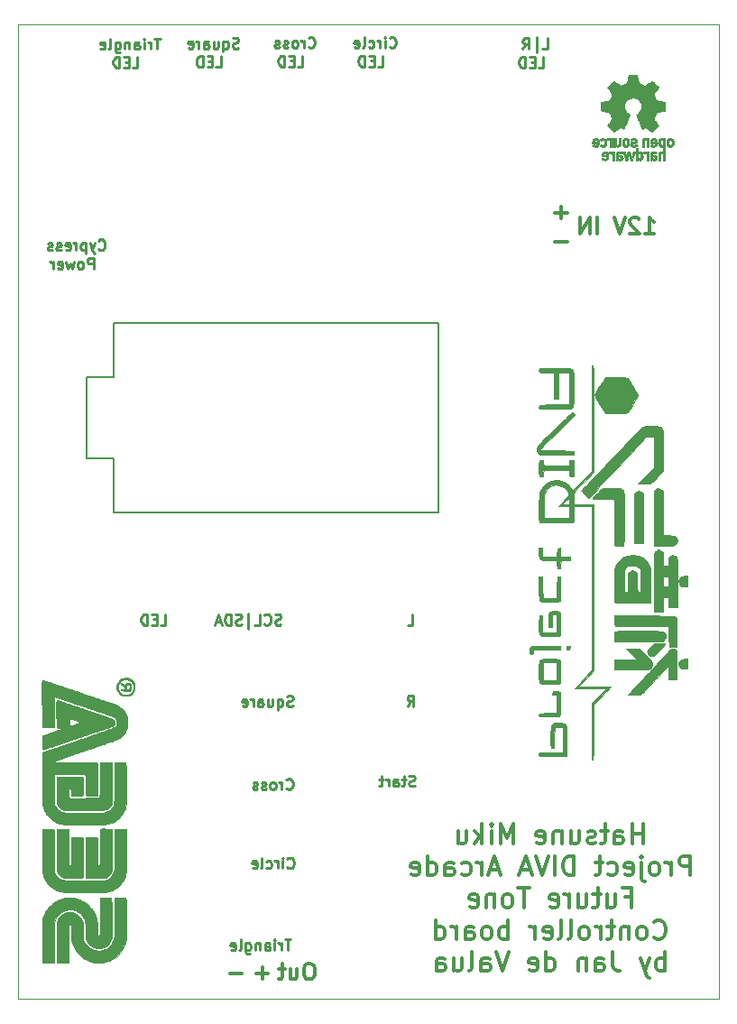
<source format=gbr>
%TF.GenerationSoftware,KiCad,Pcbnew,(5.1.4)-1*%
%TF.CreationDate,2019-11-27T14:19:05+02:00*%
%TF.ProjectId,DIVA_promicro,44495641-5f70-4726-9f6d-6963726f2e6b,rev?*%
%TF.SameCoordinates,Original*%
%TF.FileFunction,Legend,Bot*%
%TF.FilePolarity,Positive*%
%FSLAX46Y46*%
G04 Gerber Fmt 4.6, Leading zero omitted, Abs format (unit mm)*
G04 Created by KiCad (PCBNEW (5.1.4)-1) date 2019-11-27 14:19:05*
%MOMM*%
%LPD*%
G04 APERTURE LIST*
%ADD10C,0.300000*%
%ADD11C,0.250000*%
%ADD12C,0.120000*%
%ADD13C,0.010000*%
%ADD14C,0.150000*%
G04 APERTURE END LIST*
D10*
X125071428Y-119507142D02*
X123928571Y-119507142D01*
X124500000Y-120078571D02*
X124500000Y-118935714D01*
X129050000Y-118578571D02*
X128764285Y-118578571D01*
X128621428Y-118650000D01*
X128478571Y-118792857D01*
X128407142Y-119078571D01*
X128407142Y-119578571D01*
X128478571Y-119864285D01*
X128621428Y-120007142D01*
X128764285Y-120078571D01*
X129050000Y-120078571D01*
X129192857Y-120007142D01*
X129335714Y-119864285D01*
X129407142Y-119578571D01*
X129407142Y-119078571D01*
X129335714Y-118792857D01*
X129192857Y-118650000D01*
X129050000Y-118578571D01*
X127121428Y-119078571D02*
X127121428Y-120078571D01*
X127764285Y-119078571D02*
X127764285Y-119864285D01*
X127692857Y-120007142D01*
X127550000Y-120078571D01*
X127335714Y-120078571D01*
X127192857Y-120007142D01*
X127121428Y-119935714D01*
X126621428Y-119078571D02*
X126050000Y-119078571D01*
X126407142Y-118578571D02*
X126407142Y-119864285D01*
X126335714Y-120007142D01*
X126192857Y-120078571D01*
X126050000Y-120078571D01*
X122596428Y-119507142D02*
X121453571Y-119507142D01*
X151978571Y-50882142D02*
X153121428Y-50882142D01*
X151978571Y-48132142D02*
X153121428Y-48132142D01*
X152550000Y-48703571D02*
X152550000Y-47560714D01*
D11*
X109132380Y-51552142D02*
X109180000Y-51599761D01*
X109322857Y-51647380D01*
X109418095Y-51647380D01*
X109560952Y-51599761D01*
X109656190Y-51504523D01*
X109703809Y-51409285D01*
X109751428Y-51218809D01*
X109751428Y-51075952D01*
X109703809Y-50885476D01*
X109656190Y-50790238D01*
X109560952Y-50695000D01*
X109418095Y-50647380D01*
X109322857Y-50647380D01*
X109180000Y-50695000D01*
X109132380Y-50742619D01*
X108799047Y-50980714D02*
X108560952Y-51647380D01*
X108322857Y-50980714D02*
X108560952Y-51647380D01*
X108656190Y-51885476D01*
X108703809Y-51933095D01*
X108799047Y-51980714D01*
X107941904Y-50980714D02*
X107941904Y-51980714D01*
X107941904Y-51028333D02*
X107846666Y-50980714D01*
X107656190Y-50980714D01*
X107560952Y-51028333D01*
X107513333Y-51075952D01*
X107465714Y-51171190D01*
X107465714Y-51456904D01*
X107513333Y-51552142D01*
X107560952Y-51599761D01*
X107656190Y-51647380D01*
X107846666Y-51647380D01*
X107941904Y-51599761D01*
X107037142Y-51647380D02*
X107037142Y-50980714D01*
X107037142Y-51171190D02*
X106989523Y-51075952D01*
X106941904Y-51028333D01*
X106846666Y-50980714D01*
X106751428Y-50980714D01*
X106037142Y-51599761D02*
X106132380Y-51647380D01*
X106322857Y-51647380D01*
X106418095Y-51599761D01*
X106465714Y-51504523D01*
X106465714Y-51123571D01*
X106418095Y-51028333D01*
X106322857Y-50980714D01*
X106132380Y-50980714D01*
X106037142Y-51028333D01*
X105989523Y-51123571D01*
X105989523Y-51218809D01*
X106465714Y-51314047D01*
X105608571Y-51599761D02*
X105513333Y-51647380D01*
X105322857Y-51647380D01*
X105227619Y-51599761D01*
X105180000Y-51504523D01*
X105180000Y-51456904D01*
X105227619Y-51361666D01*
X105322857Y-51314047D01*
X105465714Y-51314047D01*
X105560952Y-51266428D01*
X105608571Y-51171190D01*
X105608571Y-51123571D01*
X105560952Y-51028333D01*
X105465714Y-50980714D01*
X105322857Y-50980714D01*
X105227619Y-51028333D01*
X104799047Y-51599761D02*
X104703809Y-51647380D01*
X104513333Y-51647380D01*
X104418095Y-51599761D01*
X104370476Y-51504523D01*
X104370476Y-51456904D01*
X104418095Y-51361666D01*
X104513333Y-51314047D01*
X104656190Y-51314047D01*
X104751428Y-51266428D01*
X104799047Y-51171190D01*
X104799047Y-51123571D01*
X104751428Y-51028333D01*
X104656190Y-50980714D01*
X104513333Y-50980714D01*
X104418095Y-51028333D01*
X108656190Y-53397380D02*
X108656190Y-52397380D01*
X108275238Y-52397380D01*
X108180000Y-52445000D01*
X108132380Y-52492619D01*
X108084761Y-52587857D01*
X108084761Y-52730714D01*
X108132380Y-52825952D01*
X108180000Y-52873571D01*
X108275238Y-52921190D01*
X108656190Y-52921190D01*
X107513333Y-53397380D02*
X107608571Y-53349761D01*
X107656190Y-53302142D01*
X107703809Y-53206904D01*
X107703809Y-52921190D01*
X107656190Y-52825952D01*
X107608571Y-52778333D01*
X107513333Y-52730714D01*
X107370476Y-52730714D01*
X107275238Y-52778333D01*
X107227619Y-52825952D01*
X107180000Y-52921190D01*
X107180000Y-53206904D01*
X107227619Y-53302142D01*
X107275238Y-53349761D01*
X107370476Y-53397380D01*
X107513333Y-53397380D01*
X106846666Y-52730714D02*
X106656190Y-53397380D01*
X106465714Y-52921190D01*
X106275238Y-53397380D01*
X106084761Y-52730714D01*
X105322857Y-53349761D02*
X105418095Y-53397380D01*
X105608571Y-53397380D01*
X105703809Y-53349761D01*
X105751428Y-53254523D01*
X105751428Y-52873571D01*
X105703809Y-52778333D01*
X105608571Y-52730714D01*
X105418095Y-52730714D01*
X105322857Y-52778333D01*
X105275238Y-52873571D01*
X105275238Y-52968809D01*
X105751428Y-53064047D01*
X104846666Y-53397380D02*
X104846666Y-52730714D01*
X104846666Y-52921190D02*
X104799047Y-52825952D01*
X104751428Y-52778333D01*
X104656190Y-52730714D01*
X104560952Y-52730714D01*
X114941904Y-31777380D02*
X114370476Y-31777380D01*
X114656190Y-32777380D02*
X114656190Y-31777380D01*
X114037142Y-32777380D02*
X114037142Y-32110714D01*
X114037142Y-32301190D02*
X113989523Y-32205952D01*
X113941904Y-32158333D01*
X113846666Y-32110714D01*
X113751428Y-32110714D01*
X113418095Y-32777380D02*
X113418095Y-32110714D01*
X113418095Y-31777380D02*
X113465714Y-31825000D01*
X113418095Y-31872619D01*
X113370476Y-31825000D01*
X113418095Y-31777380D01*
X113418095Y-31872619D01*
X112513333Y-32777380D02*
X112513333Y-32253571D01*
X112560952Y-32158333D01*
X112656190Y-32110714D01*
X112846666Y-32110714D01*
X112941904Y-32158333D01*
X112513333Y-32729761D02*
X112608571Y-32777380D01*
X112846666Y-32777380D01*
X112941904Y-32729761D01*
X112989523Y-32634523D01*
X112989523Y-32539285D01*
X112941904Y-32444047D01*
X112846666Y-32396428D01*
X112608571Y-32396428D01*
X112513333Y-32348809D01*
X112037142Y-32110714D02*
X112037142Y-32777380D01*
X112037142Y-32205952D02*
X111989523Y-32158333D01*
X111894285Y-32110714D01*
X111751428Y-32110714D01*
X111656190Y-32158333D01*
X111608571Y-32253571D01*
X111608571Y-32777380D01*
X110703809Y-32110714D02*
X110703809Y-32920238D01*
X110751428Y-33015476D01*
X110799047Y-33063095D01*
X110894285Y-33110714D01*
X111037142Y-33110714D01*
X111132380Y-33063095D01*
X110703809Y-32729761D02*
X110799047Y-32777380D01*
X110989523Y-32777380D01*
X111084761Y-32729761D01*
X111132380Y-32682142D01*
X111180000Y-32586904D01*
X111180000Y-32301190D01*
X111132380Y-32205952D01*
X111084761Y-32158333D01*
X110989523Y-32110714D01*
X110799047Y-32110714D01*
X110703809Y-32158333D01*
X110084761Y-32777380D02*
X110180000Y-32729761D01*
X110227619Y-32634523D01*
X110227619Y-31777380D01*
X109322857Y-32729761D02*
X109418095Y-32777380D01*
X109608571Y-32777380D01*
X109703809Y-32729761D01*
X109751428Y-32634523D01*
X109751428Y-32253571D01*
X109703809Y-32158333D01*
X109608571Y-32110714D01*
X109418095Y-32110714D01*
X109322857Y-32158333D01*
X109275238Y-32253571D01*
X109275238Y-32348809D01*
X109751428Y-32444047D01*
X112322857Y-34527380D02*
X112799047Y-34527380D01*
X112799047Y-33527380D01*
X111989523Y-34003571D02*
X111656190Y-34003571D01*
X111513333Y-34527380D02*
X111989523Y-34527380D01*
X111989523Y-33527380D01*
X111513333Y-33527380D01*
X111084761Y-34527380D02*
X111084761Y-33527380D01*
X110846666Y-33527380D01*
X110703809Y-33575000D01*
X110608571Y-33670238D01*
X110560952Y-33765476D01*
X110513333Y-33955952D01*
X110513333Y-34098809D01*
X110560952Y-34289285D01*
X110608571Y-34384523D01*
X110703809Y-34479761D01*
X110846666Y-34527380D01*
X111084761Y-34527380D01*
X122271904Y-32659761D02*
X122129047Y-32707380D01*
X121890952Y-32707380D01*
X121795714Y-32659761D01*
X121748095Y-32612142D01*
X121700476Y-32516904D01*
X121700476Y-32421666D01*
X121748095Y-32326428D01*
X121795714Y-32278809D01*
X121890952Y-32231190D01*
X122081428Y-32183571D01*
X122176666Y-32135952D01*
X122224285Y-32088333D01*
X122271904Y-31993095D01*
X122271904Y-31897857D01*
X122224285Y-31802619D01*
X122176666Y-31755000D01*
X122081428Y-31707380D01*
X121843333Y-31707380D01*
X121700476Y-31755000D01*
X120843333Y-32040714D02*
X120843333Y-33040714D01*
X120843333Y-32659761D02*
X120938571Y-32707380D01*
X121129047Y-32707380D01*
X121224285Y-32659761D01*
X121271904Y-32612142D01*
X121319523Y-32516904D01*
X121319523Y-32231190D01*
X121271904Y-32135952D01*
X121224285Y-32088333D01*
X121129047Y-32040714D01*
X120938571Y-32040714D01*
X120843333Y-32088333D01*
X119938571Y-32040714D02*
X119938571Y-32707380D01*
X120367142Y-32040714D02*
X120367142Y-32564523D01*
X120319523Y-32659761D01*
X120224285Y-32707380D01*
X120081428Y-32707380D01*
X119986190Y-32659761D01*
X119938571Y-32612142D01*
X119033809Y-32707380D02*
X119033809Y-32183571D01*
X119081428Y-32088333D01*
X119176666Y-32040714D01*
X119367142Y-32040714D01*
X119462380Y-32088333D01*
X119033809Y-32659761D02*
X119129047Y-32707380D01*
X119367142Y-32707380D01*
X119462380Y-32659761D01*
X119510000Y-32564523D01*
X119510000Y-32469285D01*
X119462380Y-32374047D01*
X119367142Y-32326428D01*
X119129047Y-32326428D01*
X119033809Y-32278809D01*
X118557619Y-32707380D02*
X118557619Y-32040714D01*
X118557619Y-32231190D02*
X118510000Y-32135952D01*
X118462380Y-32088333D01*
X118367142Y-32040714D01*
X118271904Y-32040714D01*
X117557619Y-32659761D02*
X117652857Y-32707380D01*
X117843333Y-32707380D01*
X117938571Y-32659761D01*
X117986190Y-32564523D01*
X117986190Y-32183571D01*
X117938571Y-32088333D01*
X117843333Y-32040714D01*
X117652857Y-32040714D01*
X117557619Y-32088333D01*
X117510000Y-32183571D01*
X117510000Y-32278809D01*
X117986190Y-32374047D01*
X120152857Y-34457380D02*
X120629047Y-34457380D01*
X120629047Y-33457380D01*
X119819523Y-33933571D02*
X119486190Y-33933571D01*
X119343333Y-34457380D02*
X119819523Y-34457380D01*
X119819523Y-33457380D01*
X119343333Y-33457380D01*
X118914761Y-34457380D02*
X118914761Y-33457380D01*
X118676666Y-33457380D01*
X118533809Y-33505000D01*
X118438571Y-33600238D01*
X118390952Y-33695476D01*
X118343333Y-33885952D01*
X118343333Y-34028809D01*
X118390952Y-34219285D01*
X118438571Y-34314523D01*
X118533809Y-34409761D01*
X118676666Y-34457380D01*
X118914761Y-34457380D01*
X128812857Y-32552142D02*
X128860476Y-32599761D01*
X129003333Y-32647380D01*
X129098571Y-32647380D01*
X129241428Y-32599761D01*
X129336666Y-32504523D01*
X129384285Y-32409285D01*
X129431904Y-32218809D01*
X129431904Y-32075952D01*
X129384285Y-31885476D01*
X129336666Y-31790238D01*
X129241428Y-31695000D01*
X129098571Y-31647380D01*
X129003333Y-31647380D01*
X128860476Y-31695000D01*
X128812857Y-31742619D01*
X128384285Y-32647380D02*
X128384285Y-31980714D01*
X128384285Y-32171190D02*
X128336666Y-32075952D01*
X128289047Y-32028333D01*
X128193809Y-31980714D01*
X128098571Y-31980714D01*
X127622380Y-32647380D02*
X127717619Y-32599761D01*
X127765238Y-32552142D01*
X127812857Y-32456904D01*
X127812857Y-32171190D01*
X127765238Y-32075952D01*
X127717619Y-32028333D01*
X127622380Y-31980714D01*
X127479523Y-31980714D01*
X127384285Y-32028333D01*
X127336666Y-32075952D01*
X127289047Y-32171190D01*
X127289047Y-32456904D01*
X127336666Y-32552142D01*
X127384285Y-32599761D01*
X127479523Y-32647380D01*
X127622380Y-32647380D01*
X126908095Y-32599761D02*
X126812857Y-32647380D01*
X126622380Y-32647380D01*
X126527142Y-32599761D01*
X126479523Y-32504523D01*
X126479523Y-32456904D01*
X126527142Y-32361666D01*
X126622380Y-32314047D01*
X126765238Y-32314047D01*
X126860476Y-32266428D01*
X126908095Y-32171190D01*
X126908095Y-32123571D01*
X126860476Y-32028333D01*
X126765238Y-31980714D01*
X126622380Y-31980714D01*
X126527142Y-32028333D01*
X126098571Y-32599761D02*
X126003333Y-32647380D01*
X125812857Y-32647380D01*
X125717619Y-32599761D01*
X125670000Y-32504523D01*
X125670000Y-32456904D01*
X125717619Y-32361666D01*
X125812857Y-32314047D01*
X125955714Y-32314047D01*
X126050952Y-32266428D01*
X126098571Y-32171190D01*
X126098571Y-32123571D01*
X126050952Y-32028333D01*
X125955714Y-31980714D01*
X125812857Y-31980714D01*
X125717619Y-32028333D01*
X127812857Y-34397380D02*
X128289047Y-34397380D01*
X128289047Y-33397380D01*
X127479523Y-33873571D02*
X127146190Y-33873571D01*
X127003333Y-34397380D02*
X127479523Y-34397380D01*
X127479523Y-33397380D01*
X127003333Y-33397380D01*
X126574761Y-34397380D02*
X126574761Y-33397380D01*
X126336666Y-33397380D01*
X126193809Y-33445000D01*
X126098571Y-33540238D01*
X126050952Y-33635476D01*
X126003333Y-33825952D01*
X126003333Y-33968809D01*
X126050952Y-34159285D01*
X126098571Y-34254523D01*
X126193809Y-34349761D01*
X126336666Y-34397380D01*
X126574761Y-34397380D01*
X136438095Y-32552142D02*
X136485714Y-32599761D01*
X136628571Y-32647380D01*
X136723809Y-32647380D01*
X136866666Y-32599761D01*
X136961904Y-32504523D01*
X137009523Y-32409285D01*
X137057142Y-32218809D01*
X137057142Y-32075952D01*
X137009523Y-31885476D01*
X136961904Y-31790238D01*
X136866666Y-31695000D01*
X136723809Y-31647380D01*
X136628571Y-31647380D01*
X136485714Y-31695000D01*
X136438095Y-31742619D01*
X136009523Y-32647380D02*
X136009523Y-31980714D01*
X136009523Y-31647380D02*
X136057142Y-31695000D01*
X136009523Y-31742619D01*
X135961904Y-31695000D01*
X136009523Y-31647380D01*
X136009523Y-31742619D01*
X135533333Y-32647380D02*
X135533333Y-31980714D01*
X135533333Y-32171190D02*
X135485714Y-32075952D01*
X135438095Y-32028333D01*
X135342857Y-31980714D01*
X135247619Y-31980714D01*
X134485714Y-32599761D02*
X134580952Y-32647380D01*
X134771428Y-32647380D01*
X134866666Y-32599761D01*
X134914285Y-32552142D01*
X134961904Y-32456904D01*
X134961904Y-32171190D01*
X134914285Y-32075952D01*
X134866666Y-32028333D01*
X134771428Y-31980714D01*
X134580952Y-31980714D01*
X134485714Y-32028333D01*
X133914285Y-32647380D02*
X134009523Y-32599761D01*
X134057142Y-32504523D01*
X134057142Y-31647380D01*
X133152380Y-32599761D02*
X133247619Y-32647380D01*
X133438095Y-32647380D01*
X133533333Y-32599761D01*
X133580952Y-32504523D01*
X133580952Y-32123571D01*
X133533333Y-32028333D01*
X133438095Y-31980714D01*
X133247619Y-31980714D01*
X133152380Y-32028333D01*
X133104761Y-32123571D01*
X133104761Y-32218809D01*
X133580952Y-32314047D01*
X135342857Y-34397380D02*
X135819047Y-34397380D01*
X135819047Y-33397380D01*
X135009523Y-33873571D02*
X134676190Y-33873571D01*
X134533333Y-34397380D02*
X135009523Y-34397380D01*
X135009523Y-33397380D01*
X134533333Y-33397380D01*
X134104761Y-34397380D02*
X134104761Y-33397380D01*
X133866666Y-33397380D01*
X133723809Y-33445000D01*
X133628571Y-33540238D01*
X133580952Y-33635476D01*
X133533333Y-33825952D01*
X133533333Y-33968809D01*
X133580952Y-34159285D01*
X133628571Y-34254523D01*
X133723809Y-34349761D01*
X133866666Y-34397380D01*
X134104761Y-34397380D01*
X150807619Y-32767380D02*
X151283809Y-32767380D01*
X151283809Y-31767380D01*
X150236190Y-33100714D02*
X150236190Y-31672142D01*
X148950476Y-32767380D02*
X149283809Y-32291190D01*
X149521904Y-32767380D02*
X149521904Y-31767380D01*
X149140952Y-31767380D01*
X149045714Y-31815000D01*
X148998095Y-31862619D01*
X148950476Y-31957857D01*
X148950476Y-32100714D01*
X148998095Y-32195952D01*
X149045714Y-32243571D01*
X149140952Y-32291190D01*
X149521904Y-32291190D01*
X150402857Y-34517380D02*
X150879047Y-34517380D01*
X150879047Y-33517380D01*
X150069523Y-33993571D02*
X149736190Y-33993571D01*
X149593333Y-34517380D02*
X150069523Y-34517380D01*
X150069523Y-33517380D01*
X149593333Y-33517380D01*
X149164761Y-34517380D02*
X149164761Y-33517380D01*
X148926666Y-33517380D01*
X148783809Y-33565000D01*
X148688571Y-33660238D01*
X148640952Y-33755476D01*
X148593333Y-33945952D01*
X148593333Y-34088809D01*
X148640952Y-34279285D01*
X148688571Y-34374523D01*
X148783809Y-34469761D01*
X148926666Y-34517380D01*
X149164761Y-34517380D01*
D10*
X160442857Y-50078571D02*
X161300000Y-50078571D01*
X160871428Y-50078571D02*
X160871428Y-48578571D01*
X161014285Y-48792857D01*
X161157142Y-48935714D01*
X161300000Y-49007142D01*
X159871428Y-48721428D02*
X159800000Y-48650000D01*
X159657142Y-48578571D01*
X159300000Y-48578571D01*
X159157142Y-48650000D01*
X159085714Y-48721428D01*
X159014285Y-48864285D01*
X159014285Y-49007142D01*
X159085714Y-49221428D01*
X159942857Y-50078571D01*
X159014285Y-50078571D01*
X158585714Y-48578571D02*
X158085714Y-50078571D01*
X157585714Y-48578571D01*
X155942857Y-50078571D02*
X155942857Y-48578571D01*
X155228571Y-50078571D02*
X155228571Y-48578571D01*
X154371428Y-50078571D01*
X154371428Y-48578571D01*
D11*
X138819047Y-101904761D02*
X138676190Y-101952380D01*
X138438095Y-101952380D01*
X138342857Y-101904761D01*
X138295238Y-101857142D01*
X138247619Y-101761904D01*
X138247619Y-101666666D01*
X138295238Y-101571428D01*
X138342857Y-101523809D01*
X138438095Y-101476190D01*
X138628571Y-101428571D01*
X138723809Y-101380952D01*
X138771428Y-101333333D01*
X138819047Y-101238095D01*
X138819047Y-101142857D01*
X138771428Y-101047619D01*
X138723809Y-101000000D01*
X138628571Y-100952380D01*
X138390476Y-100952380D01*
X138247619Y-101000000D01*
X137961904Y-101285714D02*
X137580952Y-101285714D01*
X137819047Y-100952380D02*
X137819047Y-101809523D01*
X137771428Y-101904761D01*
X137676190Y-101952380D01*
X137580952Y-101952380D01*
X136819047Y-101952380D02*
X136819047Y-101428571D01*
X136866666Y-101333333D01*
X136961904Y-101285714D01*
X137152380Y-101285714D01*
X137247619Y-101333333D01*
X136819047Y-101904761D02*
X136914285Y-101952380D01*
X137152380Y-101952380D01*
X137247619Y-101904761D01*
X137295238Y-101809523D01*
X137295238Y-101714285D01*
X137247619Y-101619047D01*
X137152380Y-101571428D01*
X136914285Y-101571428D01*
X136819047Y-101523809D01*
X136342857Y-101952380D02*
X136342857Y-101285714D01*
X136342857Y-101476190D02*
X136295238Y-101380952D01*
X136247619Y-101333333D01*
X136152380Y-101285714D01*
X136057142Y-101285714D01*
X135866666Y-101285714D02*
X135485714Y-101285714D01*
X135723809Y-100952380D02*
X135723809Y-101809523D01*
X135676190Y-101904761D01*
X135580952Y-101952380D01*
X135485714Y-101952380D01*
X138120476Y-94432380D02*
X138453809Y-93956190D01*
X138691904Y-94432380D02*
X138691904Y-93432380D01*
X138310952Y-93432380D01*
X138215714Y-93480000D01*
X138168095Y-93527619D01*
X138120476Y-93622857D01*
X138120476Y-93765714D01*
X138168095Y-93860952D01*
X138215714Y-93908571D01*
X138310952Y-93956190D01*
X138691904Y-93956190D01*
X138120476Y-86812380D02*
X138596666Y-86812380D01*
X138596666Y-85812380D01*
X114942857Y-86812380D02*
X115419047Y-86812380D01*
X115419047Y-85812380D01*
X114609523Y-86288571D02*
X114276190Y-86288571D01*
X114133333Y-86812380D02*
X114609523Y-86812380D01*
X114609523Y-85812380D01*
X114133333Y-85812380D01*
X113704761Y-86812380D02*
X113704761Y-85812380D01*
X113466666Y-85812380D01*
X113323809Y-85860000D01*
X113228571Y-85955238D01*
X113180952Y-86050476D01*
X113133333Y-86240952D01*
X113133333Y-86383809D01*
X113180952Y-86574285D01*
X113228571Y-86669523D01*
X113323809Y-86764761D01*
X113466666Y-86812380D01*
X113704761Y-86812380D01*
X126261428Y-86764761D02*
X126118571Y-86812380D01*
X125880476Y-86812380D01*
X125785238Y-86764761D01*
X125737619Y-86717142D01*
X125690000Y-86621904D01*
X125690000Y-86526666D01*
X125737619Y-86431428D01*
X125785238Y-86383809D01*
X125880476Y-86336190D01*
X126070952Y-86288571D01*
X126166190Y-86240952D01*
X126213809Y-86193333D01*
X126261428Y-86098095D01*
X126261428Y-86002857D01*
X126213809Y-85907619D01*
X126166190Y-85860000D01*
X126070952Y-85812380D01*
X125832857Y-85812380D01*
X125690000Y-85860000D01*
X124690000Y-86717142D02*
X124737619Y-86764761D01*
X124880476Y-86812380D01*
X124975714Y-86812380D01*
X125118571Y-86764761D01*
X125213809Y-86669523D01*
X125261428Y-86574285D01*
X125309047Y-86383809D01*
X125309047Y-86240952D01*
X125261428Y-86050476D01*
X125213809Y-85955238D01*
X125118571Y-85860000D01*
X124975714Y-85812380D01*
X124880476Y-85812380D01*
X124737619Y-85860000D01*
X124690000Y-85907619D01*
X123785238Y-86812380D02*
X124261428Y-86812380D01*
X124261428Y-85812380D01*
X123213809Y-87145714D02*
X123213809Y-85717142D01*
X122547142Y-86764761D02*
X122404285Y-86812380D01*
X122166190Y-86812380D01*
X122070952Y-86764761D01*
X122023333Y-86717142D01*
X121975714Y-86621904D01*
X121975714Y-86526666D01*
X122023333Y-86431428D01*
X122070952Y-86383809D01*
X122166190Y-86336190D01*
X122356666Y-86288571D01*
X122451904Y-86240952D01*
X122499523Y-86193333D01*
X122547142Y-86098095D01*
X122547142Y-86002857D01*
X122499523Y-85907619D01*
X122451904Y-85860000D01*
X122356666Y-85812380D01*
X122118571Y-85812380D01*
X121975714Y-85860000D01*
X121547142Y-86812380D02*
X121547142Y-85812380D01*
X121309047Y-85812380D01*
X121166190Y-85860000D01*
X121070952Y-85955238D01*
X121023333Y-86050476D01*
X120975714Y-86240952D01*
X120975714Y-86383809D01*
X121023333Y-86574285D01*
X121070952Y-86669523D01*
X121166190Y-86764761D01*
X121309047Y-86812380D01*
X121547142Y-86812380D01*
X120594761Y-86526666D02*
X120118571Y-86526666D01*
X120690000Y-86812380D02*
X120356666Y-85812380D01*
X120023333Y-86812380D01*
X127380952Y-94404761D02*
X127238095Y-94452380D01*
X127000000Y-94452380D01*
X126904761Y-94404761D01*
X126857142Y-94357142D01*
X126809523Y-94261904D01*
X126809523Y-94166666D01*
X126857142Y-94071428D01*
X126904761Y-94023809D01*
X127000000Y-93976190D01*
X127190476Y-93928571D01*
X127285714Y-93880952D01*
X127333333Y-93833333D01*
X127380952Y-93738095D01*
X127380952Y-93642857D01*
X127333333Y-93547619D01*
X127285714Y-93500000D01*
X127190476Y-93452380D01*
X126952380Y-93452380D01*
X126809523Y-93500000D01*
X125952380Y-93785714D02*
X125952380Y-94785714D01*
X125952380Y-94404761D02*
X126047619Y-94452380D01*
X126238095Y-94452380D01*
X126333333Y-94404761D01*
X126380952Y-94357142D01*
X126428571Y-94261904D01*
X126428571Y-93976190D01*
X126380952Y-93880952D01*
X126333333Y-93833333D01*
X126238095Y-93785714D01*
X126047619Y-93785714D01*
X125952380Y-93833333D01*
X125047619Y-93785714D02*
X125047619Y-94452380D01*
X125476190Y-93785714D02*
X125476190Y-94309523D01*
X125428571Y-94404761D01*
X125333333Y-94452380D01*
X125190476Y-94452380D01*
X125095238Y-94404761D01*
X125047619Y-94357142D01*
X124142857Y-94452380D02*
X124142857Y-93928571D01*
X124190476Y-93833333D01*
X124285714Y-93785714D01*
X124476190Y-93785714D01*
X124571428Y-93833333D01*
X124142857Y-94404761D02*
X124238095Y-94452380D01*
X124476190Y-94452380D01*
X124571428Y-94404761D01*
X124619047Y-94309523D01*
X124619047Y-94214285D01*
X124571428Y-94119047D01*
X124476190Y-94071428D01*
X124238095Y-94071428D01*
X124142857Y-94023809D01*
X123666666Y-94452380D02*
X123666666Y-93785714D01*
X123666666Y-93976190D02*
X123619047Y-93880952D01*
X123571428Y-93833333D01*
X123476190Y-93785714D01*
X123380952Y-93785714D01*
X122666666Y-94404761D02*
X122761904Y-94452380D01*
X122952380Y-94452380D01*
X123047619Y-94404761D01*
X123095238Y-94309523D01*
X123095238Y-93928571D01*
X123047619Y-93833333D01*
X122952380Y-93785714D01*
X122761904Y-93785714D01*
X122666666Y-93833333D01*
X122619047Y-93928571D01*
X122619047Y-94023809D01*
X123095238Y-94119047D01*
X126761904Y-102157142D02*
X126809523Y-102204761D01*
X126952380Y-102252380D01*
X127047619Y-102252380D01*
X127190476Y-102204761D01*
X127285714Y-102109523D01*
X127333333Y-102014285D01*
X127380952Y-101823809D01*
X127380952Y-101680952D01*
X127333333Y-101490476D01*
X127285714Y-101395238D01*
X127190476Y-101300000D01*
X127047619Y-101252380D01*
X126952380Y-101252380D01*
X126809523Y-101300000D01*
X126761904Y-101347619D01*
X126333333Y-102252380D02*
X126333333Y-101585714D01*
X126333333Y-101776190D02*
X126285714Y-101680952D01*
X126238095Y-101633333D01*
X126142857Y-101585714D01*
X126047619Y-101585714D01*
X125571428Y-102252380D02*
X125666666Y-102204761D01*
X125714285Y-102157142D01*
X125761904Y-102061904D01*
X125761904Y-101776190D01*
X125714285Y-101680952D01*
X125666666Y-101633333D01*
X125571428Y-101585714D01*
X125428571Y-101585714D01*
X125333333Y-101633333D01*
X125285714Y-101680952D01*
X125238095Y-101776190D01*
X125238095Y-102061904D01*
X125285714Y-102157142D01*
X125333333Y-102204761D01*
X125428571Y-102252380D01*
X125571428Y-102252380D01*
X124857142Y-102204761D02*
X124761904Y-102252380D01*
X124571428Y-102252380D01*
X124476190Y-102204761D01*
X124428571Y-102109523D01*
X124428571Y-102061904D01*
X124476190Y-101966666D01*
X124571428Y-101919047D01*
X124714285Y-101919047D01*
X124809523Y-101871428D01*
X124857142Y-101776190D01*
X124857142Y-101728571D01*
X124809523Y-101633333D01*
X124714285Y-101585714D01*
X124571428Y-101585714D01*
X124476190Y-101633333D01*
X124047619Y-102204761D02*
X123952380Y-102252380D01*
X123761904Y-102252380D01*
X123666666Y-102204761D01*
X123619047Y-102109523D01*
X123619047Y-102061904D01*
X123666666Y-101966666D01*
X123761904Y-101919047D01*
X123904761Y-101919047D01*
X124000000Y-101871428D01*
X124047619Y-101776190D01*
X124047619Y-101728571D01*
X124000000Y-101633333D01*
X123904761Y-101585714D01*
X123761904Y-101585714D01*
X123666666Y-101633333D01*
X126857142Y-109557142D02*
X126904761Y-109604761D01*
X127047619Y-109652380D01*
X127142857Y-109652380D01*
X127285714Y-109604761D01*
X127380952Y-109509523D01*
X127428571Y-109414285D01*
X127476190Y-109223809D01*
X127476190Y-109080952D01*
X127428571Y-108890476D01*
X127380952Y-108795238D01*
X127285714Y-108700000D01*
X127142857Y-108652380D01*
X127047619Y-108652380D01*
X126904761Y-108700000D01*
X126857142Y-108747619D01*
X126428571Y-109652380D02*
X126428571Y-108985714D01*
X126428571Y-108652380D02*
X126476190Y-108700000D01*
X126428571Y-108747619D01*
X126380952Y-108700000D01*
X126428571Y-108652380D01*
X126428571Y-108747619D01*
X125952380Y-109652380D02*
X125952380Y-108985714D01*
X125952380Y-109176190D02*
X125904761Y-109080952D01*
X125857142Y-109033333D01*
X125761904Y-108985714D01*
X125666666Y-108985714D01*
X124904761Y-109604761D02*
X125000000Y-109652380D01*
X125190476Y-109652380D01*
X125285714Y-109604761D01*
X125333333Y-109557142D01*
X125380952Y-109461904D01*
X125380952Y-109176190D01*
X125333333Y-109080952D01*
X125285714Y-109033333D01*
X125190476Y-108985714D01*
X125000000Y-108985714D01*
X124904761Y-109033333D01*
X124333333Y-109652380D02*
X124428571Y-109604761D01*
X124476190Y-109509523D01*
X124476190Y-108652380D01*
X123571428Y-109604761D02*
X123666666Y-109652380D01*
X123857142Y-109652380D01*
X123952380Y-109604761D01*
X124000000Y-109509523D01*
X124000000Y-109128571D01*
X123952380Y-109033333D01*
X123857142Y-108985714D01*
X123666666Y-108985714D01*
X123571428Y-109033333D01*
X123523809Y-109128571D01*
X123523809Y-109223809D01*
X124000000Y-109319047D01*
X127180952Y-116352380D02*
X126609523Y-116352380D01*
X126895238Y-117352380D02*
X126895238Y-116352380D01*
X126276190Y-117352380D02*
X126276190Y-116685714D01*
X126276190Y-116876190D02*
X126228571Y-116780952D01*
X126180952Y-116733333D01*
X126085714Y-116685714D01*
X125990476Y-116685714D01*
X125657142Y-117352380D02*
X125657142Y-116685714D01*
X125657142Y-116352380D02*
X125704761Y-116400000D01*
X125657142Y-116447619D01*
X125609523Y-116400000D01*
X125657142Y-116352380D01*
X125657142Y-116447619D01*
X124752380Y-117352380D02*
X124752380Y-116828571D01*
X124800000Y-116733333D01*
X124895238Y-116685714D01*
X125085714Y-116685714D01*
X125180952Y-116733333D01*
X124752380Y-117304761D02*
X124847619Y-117352380D01*
X125085714Y-117352380D01*
X125180952Y-117304761D01*
X125228571Y-117209523D01*
X125228571Y-117114285D01*
X125180952Y-117019047D01*
X125085714Y-116971428D01*
X124847619Y-116971428D01*
X124752380Y-116923809D01*
X124276190Y-116685714D02*
X124276190Y-117352380D01*
X124276190Y-116780952D02*
X124228571Y-116733333D01*
X124133333Y-116685714D01*
X123990476Y-116685714D01*
X123895238Y-116733333D01*
X123847619Y-116828571D01*
X123847619Y-117352380D01*
X122942857Y-116685714D02*
X122942857Y-117495238D01*
X122990476Y-117590476D01*
X123038095Y-117638095D01*
X123133333Y-117685714D01*
X123276190Y-117685714D01*
X123371428Y-117638095D01*
X122942857Y-117304761D02*
X123038095Y-117352380D01*
X123228571Y-117352380D01*
X123323809Y-117304761D01*
X123371428Y-117257142D01*
X123419047Y-117161904D01*
X123419047Y-116876190D01*
X123371428Y-116780952D01*
X123323809Y-116733333D01*
X123228571Y-116685714D01*
X123038095Y-116685714D01*
X122942857Y-116733333D01*
X122323809Y-117352380D02*
X122419047Y-117304761D01*
X122466666Y-117209523D01*
X122466666Y-116352380D01*
X121561904Y-117304761D02*
X121657142Y-117352380D01*
X121847619Y-117352380D01*
X121942857Y-117304761D01*
X121990476Y-117209523D01*
X121990476Y-116828571D01*
X121942857Y-116733333D01*
X121847619Y-116685714D01*
X121657142Y-116685714D01*
X121561904Y-116733333D01*
X121514285Y-116828571D01*
X121514285Y-116923809D01*
X121990476Y-117019047D01*
D10*
X160232142Y-107314285D02*
X160232142Y-105514285D01*
X160232142Y-106371428D02*
X159203571Y-106371428D01*
X159203571Y-107314285D02*
X159203571Y-105514285D01*
X157575000Y-107314285D02*
X157575000Y-106371428D01*
X157660714Y-106200000D01*
X157832142Y-106114285D01*
X158175000Y-106114285D01*
X158346428Y-106200000D01*
X157575000Y-107228571D02*
X157746428Y-107314285D01*
X158175000Y-107314285D01*
X158346428Y-107228571D01*
X158432142Y-107057142D01*
X158432142Y-106885714D01*
X158346428Y-106714285D01*
X158175000Y-106628571D01*
X157746428Y-106628571D01*
X157575000Y-106542857D01*
X156975000Y-106114285D02*
X156289285Y-106114285D01*
X156717857Y-105514285D02*
X156717857Y-107057142D01*
X156632142Y-107228571D01*
X156460714Y-107314285D01*
X156289285Y-107314285D01*
X155775000Y-107228571D02*
X155603571Y-107314285D01*
X155260714Y-107314285D01*
X155089285Y-107228571D01*
X155003571Y-107057142D01*
X155003571Y-106971428D01*
X155089285Y-106800000D01*
X155260714Y-106714285D01*
X155517857Y-106714285D01*
X155689285Y-106628571D01*
X155775000Y-106457142D01*
X155775000Y-106371428D01*
X155689285Y-106200000D01*
X155517857Y-106114285D01*
X155260714Y-106114285D01*
X155089285Y-106200000D01*
X153460714Y-106114285D02*
X153460714Y-107314285D01*
X154232142Y-106114285D02*
X154232142Y-107057142D01*
X154146428Y-107228571D01*
X153975000Y-107314285D01*
X153717857Y-107314285D01*
X153546428Y-107228571D01*
X153460714Y-107142857D01*
X152603571Y-106114285D02*
X152603571Y-107314285D01*
X152603571Y-106285714D02*
X152517857Y-106200000D01*
X152346428Y-106114285D01*
X152089285Y-106114285D01*
X151917857Y-106200000D01*
X151832142Y-106371428D01*
X151832142Y-107314285D01*
X150289285Y-107228571D02*
X150460714Y-107314285D01*
X150803571Y-107314285D01*
X150975000Y-107228571D01*
X151060714Y-107057142D01*
X151060714Y-106371428D01*
X150975000Y-106200000D01*
X150803571Y-106114285D01*
X150460714Y-106114285D01*
X150289285Y-106200000D01*
X150203571Y-106371428D01*
X150203571Y-106542857D01*
X151060714Y-106714285D01*
X148060714Y-107314285D02*
X148060714Y-105514285D01*
X147460714Y-106800000D01*
X146860714Y-105514285D01*
X146860714Y-107314285D01*
X146003571Y-107314285D02*
X146003571Y-106114285D01*
X146003571Y-105514285D02*
X146089285Y-105600000D01*
X146003571Y-105685714D01*
X145917857Y-105600000D01*
X146003571Y-105514285D01*
X146003571Y-105685714D01*
X145146428Y-107314285D02*
X145146428Y-105514285D01*
X144975000Y-106628571D02*
X144460714Y-107314285D01*
X144460714Y-106114285D02*
X145146428Y-106800000D01*
X142917857Y-106114285D02*
X142917857Y-107314285D01*
X143689285Y-106114285D02*
X143689285Y-107057142D01*
X143603571Y-107228571D01*
X143432142Y-107314285D01*
X143175000Y-107314285D01*
X143003571Y-107228571D01*
X142917857Y-107142857D01*
X164646428Y-110314285D02*
X164646428Y-108514285D01*
X163960714Y-108514285D01*
X163789285Y-108600000D01*
X163703571Y-108685714D01*
X163617857Y-108857142D01*
X163617857Y-109114285D01*
X163703571Y-109285714D01*
X163789285Y-109371428D01*
X163960714Y-109457142D01*
X164646428Y-109457142D01*
X162846428Y-110314285D02*
X162846428Y-109114285D01*
X162846428Y-109457142D02*
X162760714Y-109285714D01*
X162675000Y-109200000D01*
X162503571Y-109114285D01*
X162332142Y-109114285D01*
X161475000Y-110314285D02*
X161646428Y-110228571D01*
X161732142Y-110142857D01*
X161817857Y-109971428D01*
X161817857Y-109457142D01*
X161732142Y-109285714D01*
X161646428Y-109200000D01*
X161475000Y-109114285D01*
X161217857Y-109114285D01*
X161046428Y-109200000D01*
X160960714Y-109285714D01*
X160875000Y-109457142D01*
X160875000Y-109971428D01*
X160960714Y-110142857D01*
X161046428Y-110228571D01*
X161217857Y-110314285D01*
X161475000Y-110314285D01*
X160103571Y-109114285D02*
X160103571Y-110657142D01*
X160189285Y-110828571D01*
X160360714Y-110914285D01*
X160446428Y-110914285D01*
X160103571Y-108514285D02*
X160189285Y-108600000D01*
X160103571Y-108685714D01*
X160017857Y-108600000D01*
X160103571Y-108514285D01*
X160103571Y-108685714D01*
X158560714Y-110228571D02*
X158732142Y-110314285D01*
X159075000Y-110314285D01*
X159246428Y-110228571D01*
X159332142Y-110057142D01*
X159332142Y-109371428D01*
X159246428Y-109200000D01*
X159075000Y-109114285D01*
X158732142Y-109114285D01*
X158560714Y-109200000D01*
X158475000Y-109371428D01*
X158475000Y-109542857D01*
X159332142Y-109714285D01*
X156932142Y-110228571D02*
X157103571Y-110314285D01*
X157446428Y-110314285D01*
X157617857Y-110228571D01*
X157703571Y-110142857D01*
X157789285Y-109971428D01*
X157789285Y-109457142D01*
X157703571Y-109285714D01*
X157617857Y-109200000D01*
X157446428Y-109114285D01*
X157103571Y-109114285D01*
X156932142Y-109200000D01*
X156417857Y-109114285D02*
X155732142Y-109114285D01*
X156160714Y-108514285D02*
X156160714Y-110057142D01*
X156075000Y-110228571D01*
X155903571Y-110314285D01*
X155732142Y-110314285D01*
X153760714Y-110314285D02*
X153760714Y-108514285D01*
X153332142Y-108514285D01*
X153075000Y-108600000D01*
X152903571Y-108771428D01*
X152817857Y-108942857D01*
X152732142Y-109285714D01*
X152732142Y-109542857D01*
X152817857Y-109885714D01*
X152903571Y-110057142D01*
X153075000Y-110228571D01*
X153332142Y-110314285D01*
X153760714Y-110314285D01*
X151960714Y-110314285D02*
X151960714Y-108514285D01*
X151360714Y-108514285D02*
X150760714Y-110314285D01*
X150160714Y-108514285D01*
X149646428Y-109800000D02*
X148789285Y-109800000D01*
X149817857Y-110314285D02*
X149217857Y-108514285D01*
X148617857Y-110314285D01*
X146732142Y-109800000D02*
X145875000Y-109800000D01*
X146903571Y-110314285D02*
X146303571Y-108514285D01*
X145703571Y-110314285D01*
X145103571Y-110314285D02*
X145103571Y-109114285D01*
X145103571Y-109457142D02*
X145017857Y-109285714D01*
X144932142Y-109200000D01*
X144760714Y-109114285D01*
X144589285Y-109114285D01*
X143217857Y-110228571D02*
X143389285Y-110314285D01*
X143732142Y-110314285D01*
X143903571Y-110228571D01*
X143989285Y-110142857D01*
X144075000Y-109971428D01*
X144075000Y-109457142D01*
X143989285Y-109285714D01*
X143903571Y-109200000D01*
X143732142Y-109114285D01*
X143389285Y-109114285D01*
X143217857Y-109200000D01*
X141675000Y-110314285D02*
X141675000Y-109371428D01*
X141760714Y-109200000D01*
X141932142Y-109114285D01*
X142275000Y-109114285D01*
X142446428Y-109200000D01*
X141675000Y-110228571D02*
X141846428Y-110314285D01*
X142275000Y-110314285D01*
X142446428Y-110228571D01*
X142532142Y-110057142D01*
X142532142Y-109885714D01*
X142446428Y-109714285D01*
X142275000Y-109628571D01*
X141846428Y-109628571D01*
X141675000Y-109542857D01*
X140046428Y-110314285D02*
X140046428Y-108514285D01*
X140046428Y-110228571D02*
X140217857Y-110314285D01*
X140560714Y-110314285D01*
X140732142Y-110228571D01*
X140817857Y-110142857D01*
X140903571Y-109971428D01*
X140903571Y-109457142D01*
X140817857Y-109285714D01*
X140732142Y-109200000D01*
X140560714Y-109114285D01*
X140217857Y-109114285D01*
X140046428Y-109200000D01*
X138503571Y-110228571D02*
X138675000Y-110314285D01*
X139017857Y-110314285D01*
X139189285Y-110228571D01*
X139275000Y-110057142D01*
X139275000Y-109371428D01*
X139189285Y-109200000D01*
X139017857Y-109114285D01*
X138675000Y-109114285D01*
X138503571Y-109200000D01*
X138417857Y-109371428D01*
X138417857Y-109542857D01*
X139275000Y-109714285D01*
X158560714Y-112371428D02*
X159160714Y-112371428D01*
X159160714Y-113314285D02*
X159160714Y-111514285D01*
X158303571Y-111514285D01*
X156846428Y-112114285D02*
X156846428Y-113314285D01*
X157617857Y-112114285D02*
X157617857Y-113057142D01*
X157532142Y-113228571D01*
X157360714Y-113314285D01*
X157103571Y-113314285D01*
X156932142Y-113228571D01*
X156846428Y-113142857D01*
X156246428Y-112114285D02*
X155560714Y-112114285D01*
X155989285Y-111514285D02*
X155989285Y-113057142D01*
X155903571Y-113228571D01*
X155732142Y-113314285D01*
X155560714Y-113314285D01*
X154189285Y-112114285D02*
X154189285Y-113314285D01*
X154960714Y-112114285D02*
X154960714Y-113057142D01*
X154875000Y-113228571D01*
X154703571Y-113314285D01*
X154446428Y-113314285D01*
X154275000Y-113228571D01*
X154189285Y-113142857D01*
X153332142Y-113314285D02*
X153332142Y-112114285D01*
X153332142Y-112457142D02*
X153246428Y-112285714D01*
X153160714Y-112200000D01*
X152989285Y-112114285D01*
X152817857Y-112114285D01*
X151532142Y-113228571D02*
X151703571Y-113314285D01*
X152046428Y-113314285D01*
X152217857Y-113228571D01*
X152303571Y-113057142D01*
X152303571Y-112371428D01*
X152217857Y-112200000D01*
X152046428Y-112114285D01*
X151703571Y-112114285D01*
X151532142Y-112200000D01*
X151446428Y-112371428D01*
X151446428Y-112542857D01*
X152303571Y-112714285D01*
X149560714Y-111514285D02*
X148532142Y-111514285D01*
X149046428Y-113314285D02*
X149046428Y-111514285D01*
X147675000Y-113314285D02*
X147846428Y-113228571D01*
X147932142Y-113142857D01*
X148017857Y-112971428D01*
X148017857Y-112457142D01*
X147932142Y-112285714D01*
X147846428Y-112200000D01*
X147675000Y-112114285D01*
X147417857Y-112114285D01*
X147246428Y-112200000D01*
X147160714Y-112285714D01*
X147075000Y-112457142D01*
X147075000Y-112971428D01*
X147160714Y-113142857D01*
X147246428Y-113228571D01*
X147417857Y-113314285D01*
X147675000Y-113314285D01*
X146303571Y-112114285D02*
X146303571Y-113314285D01*
X146303571Y-112285714D02*
X146217857Y-112200000D01*
X146046428Y-112114285D01*
X145789285Y-112114285D01*
X145617857Y-112200000D01*
X145532142Y-112371428D01*
X145532142Y-113314285D01*
X143989285Y-113228571D02*
X144160714Y-113314285D01*
X144503571Y-113314285D01*
X144675000Y-113228571D01*
X144760714Y-113057142D01*
X144760714Y-112371428D01*
X144675000Y-112200000D01*
X144503571Y-112114285D01*
X144160714Y-112114285D01*
X143989285Y-112200000D01*
X143903571Y-112371428D01*
X143903571Y-112542857D01*
X144760714Y-112714285D01*
X161303571Y-116142857D02*
X161389285Y-116228571D01*
X161646428Y-116314285D01*
X161817857Y-116314285D01*
X162075000Y-116228571D01*
X162246428Y-116057142D01*
X162332142Y-115885714D01*
X162417857Y-115542857D01*
X162417857Y-115285714D01*
X162332142Y-114942857D01*
X162246428Y-114771428D01*
X162075000Y-114600000D01*
X161817857Y-114514285D01*
X161646428Y-114514285D01*
X161389285Y-114600000D01*
X161303571Y-114685714D01*
X160275000Y-116314285D02*
X160446428Y-116228571D01*
X160532142Y-116142857D01*
X160617857Y-115971428D01*
X160617857Y-115457142D01*
X160532142Y-115285714D01*
X160446428Y-115200000D01*
X160275000Y-115114285D01*
X160017857Y-115114285D01*
X159846428Y-115200000D01*
X159760714Y-115285714D01*
X159675000Y-115457142D01*
X159675000Y-115971428D01*
X159760714Y-116142857D01*
X159846428Y-116228571D01*
X160017857Y-116314285D01*
X160275000Y-116314285D01*
X158903571Y-115114285D02*
X158903571Y-116314285D01*
X158903571Y-115285714D02*
X158817857Y-115200000D01*
X158646428Y-115114285D01*
X158389285Y-115114285D01*
X158217857Y-115200000D01*
X158132142Y-115371428D01*
X158132142Y-116314285D01*
X157532142Y-115114285D02*
X156846428Y-115114285D01*
X157275000Y-114514285D02*
X157275000Y-116057142D01*
X157189285Y-116228571D01*
X157017857Y-116314285D01*
X156846428Y-116314285D01*
X156246428Y-116314285D02*
X156246428Y-115114285D01*
X156246428Y-115457142D02*
X156160714Y-115285714D01*
X156075000Y-115200000D01*
X155903571Y-115114285D01*
X155732142Y-115114285D01*
X154875000Y-116314285D02*
X155046428Y-116228571D01*
X155132142Y-116142857D01*
X155217857Y-115971428D01*
X155217857Y-115457142D01*
X155132142Y-115285714D01*
X155046428Y-115200000D01*
X154875000Y-115114285D01*
X154617857Y-115114285D01*
X154446428Y-115200000D01*
X154360714Y-115285714D01*
X154275000Y-115457142D01*
X154275000Y-115971428D01*
X154360714Y-116142857D01*
X154446428Y-116228571D01*
X154617857Y-116314285D01*
X154875000Y-116314285D01*
X153246428Y-116314285D02*
X153417857Y-116228571D01*
X153503571Y-116057142D01*
X153503571Y-114514285D01*
X152303571Y-116314285D02*
X152474999Y-116228571D01*
X152560714Y-116057142D01*
X152560714Y-114514285D01*
X150932142Y-116228571D02*
X151103571Y-116314285D01*
X151446428Y-116314285D01*
X151617857Y-116228571D01*
X151703571Y-116057142D01*
X151703571Y-115371428D01*
X151617857Y-115200000D01*
X151446428Y-115114285D01*
X151103571Y-115114285D01*
X150932142Y-115200000D01*
X150846428Y-115371428D01*
X150846428Y-115542857D01*
X151703571Y-115714285D01*
X150075000Y-116314285D02*
X150075000Y-115114285D01*
X150075000Y-115457142D02*
X149989285Y-115285714D01*
X149903571Y-115200000D01*
X149732142Y-115114285D01*
X149560714Y-115114285D01*
X147589285Y-116314285D02*
X147589285Y-114514285D01*
X147589285Y-115200000D02*
X147417857Y-115114285D01*
X147075000Y-115114285D01*
X146903571Y-115200000D01*
X146817857Y-115285714D01*
X146732142Y-115457142D01*
X146732142Y-115971428D01*
X146817857Y-116142857D01*
X146903571Y-116228571D01*
X147075000Y-116314285D01*
X147417857Y-116314285D01*
X147589285Y-116228571D01*
X145703571Y-116314285D02*
X145875000Y-116228571D01*
X145960714Y-116142857D01*
X146046428Y-115971428D01*
X146046428Y-115457142D01*
X145960714Y-115285714D01*
X145875000Y-115200000D01*
X145703571Y-115114285D01*
X145446428Y-115114285D01*
X145275000Y-115200000D01*
X145189285Y-115285714D01*
X145103571Y-115457142D01*
X145103571Y-115971428D01*
X145189285Y-116142857D01*
X145275000Y-116228571D01*
X145446428Y-116314285D01*
X145703571Y-116314285D01*
X143560714Y-116314285D02*
X143560714Y-115371428D01*
X143646428Y-115200000D01*
X143817857Y-115114285D01*
X144160714Y-115114285D01*
X144332142Y-115200000D01*
X143560714Y-116228571D02*
X143732142Y-116314285D01*
X144160714Y-116314285D01*
X144332142Y-116228571D01*
X144417857Y-116057142D01*
X144417857Y-115885714D01*
X144332142Y-115714285D01*
X144160714Y-115628571D01*
X143732142Y-115628571D01*
X143560714Y-115542857D01*
X142703571Y-116314285D02*
X142703571Y-115114285D01*
X142703571Y-115457142D02*
X142617857Y-115285714D01*
X142532142Y-115200000D01*
X142360714Y-115114285D01*
X142189285Y-115114285D01*
X140817857Y-116314285D02*
X140817857Y-114514285D01*
X140817857Y-116228571D02*
X140989285Y-116314285D01*
X141332142Y-116314285D01*
X141503571Y-116228571D01*
X141589285Y-116142857D01*
X141675000Y-115971428D01*
X141675000Y-115457142D01*
X141589285Y-115285714D01*
X141503571Y-115200000D01*
X141332142Y-115114285D01*
X140989285Y-115114285D01*
X140817857Y-115200000D01*
X162289285Y-119314285D02*
X162289285Y-117514285D01*
X162289285Y-118200000D02*
X162117857Y-118114285D01*
X161775000Y-118114285D01*
X161603571Y-118200000D01*
X161517857Y-118285714D01*
X161432142Y-118457142D01*
X161432142Y-118971428D01*
X161517857Y-119142857D01*
X161603571Y-119228571D01*
X161775000Y-119314285D01*
X162117857Y-119314285D01*
X162289285Y-119228571D01*
X160832142Y-118114285D02*
X160403571Y-119314285D01*
X159975000Y-118114285D02*
X160403571Y-119314285D01*
X160575000Y-119742857D01*
X160660714Y-119828571D01*
X160832142Y-119914285D01*
X157403571Y-117514285D02*
X157403571Y-118800000D01*
X157489285Y-119057142D01*
X157660714Y-119228571D01*
X157917857Y-119314285D01*
X158089285Y-119314285D01*
X155775000Y-119314285D02*
X155775000Y-118371428D01*
X155860714Y-118200000D01*
X156032142Y-118114285D01*
X156375000Y-118114285D01*
X156546428Y-118200000D01*
X155775000Y-119228571D02*
X155946428Y-119314285D01*
X156375000Y-119314285D01*
X156546428Y-119228571D01*
X156632142Y-119057142D01*
X156632142Y-118885714D01*
X156546428Y-118714285D01*
X156375000Y-118628571D01*
X155946428Y-118628571D01*
X155775000Y-118542857D01*
X154917857Y-118114285D02*
X154917857Y-119314285D01*
X154917857Y-118285714D02*
X154832142Y-118200000D01*
X154660714Y-118114285D01*
X154403571Y-118114285D01*
X154232142Y-118200000D01*
X154146428Y-118371428D01*
X154146428Y-119314285D01*
X151146428Y-119314285D02*
X151146428Y-117514285D01*
X151146428Y-119228571D02*
X151317857Y-119314285D01*
X151660714Y-119314285D01*
X151832142Y-119228571D01*
X151917857Y-119142857D01*
X152003571Y-118971428D01*
X152003571Y-118457142D01*
X151917857Y-118285714D01*
X151832142Y-118200000D01*
X151660714Y-118114285D01*
X151317857Y-118114285D01*
X151146428Y-118200000D01*
X149603571Y-119228571D02*
X149775000Y-119314285D01*
X150117857Y-119314285D01*
X150289285Y-119228571D01*
X150375000Y-119057142D01*
X150375000Y-118371428D01*
X150289285Y-118200000D01*
X150117857Y-118114285D01*
X149775000Y-118114285D01*
X149603571Y-118200000D01*
X149517857Y-118371428D01*
X149517857Y-118542857D01*
X150375000Y-118714285D01*
X147632142Y-117514285D02*
X147032142Y-119314285D01*
X146432142Y-117514285D01*
X145060714Y-119314285D02*
X145060714Y-118371428D01*
X145146428Y-118200000D01*
X145317857Y-118114285D01*
X145660714Y-118114285D01*
X145832142Y-118200000D01*
X145060714Y-119228571D02*
X145232142Y-119314285D01*
X145660714Y-119314285D01*
X145832142Y-119228571D01*
X145917857Y-119057142D01*
X145917857Y-118885714D01*
X145832142Y-118714285D01*
X145660714Y-118628571D01*
X145232142Y-118628571D01*
X145060714Y-118542857D01*
X143946428Y-119314285D02*
X144117857Y-119228571D01*
X144203571Y-119057142D01*
X144203571Y-117514285D01*
X142489285Y-118114285D02*
X142489285Y-119314285D01*
X143260714Y-118114285D02*
X143260714Y-119057142D01*
X143175000Y-119228571D01*
X143003571Y-119314285D01*
X142746428Y-119314285D01*
X142575000Y-119228571D01*
X142489285Y-119142857D01*
X140860714Y-119314285D02*
X140860714Y-118371428D01*
X140946428Y-118200000D01*
X141117857Y-118114285D01*
X141460714Y-118114285D01*
X141632142Y-118200000D01*
X140860714Y-119228571D02*
X141032142Y-119314285D01*
X141460714Y-119314285D01*
X141632142Y-119228571D01*
X141717857Y-119057142D01*
X141717857Y-118885714D01*
X141632142Y-118714285D01*
X141460714Y-118628571D01*
X141032142Y-118628571D01*
X140860714Y-118542857D01*
D12*
X162560000Y-121920000D02*
X167350000Y-121920000D01*
X167350000Y-30480000D02*
X162560000Y-30480000D01*
X101600000Y-30480000D02*
X101600000Y-109220000D01*
X162560000Y-30480000D02*
X101600000Y-30480000D01*
X167350000Y-121920000D02*
X167350000Y-30480000D01*
X101600000Y-121920000D02*
X162560000Y-121920000D01*
X101600000Y-109220000D02*
X101600000Y-121920000D01*
D13*
G36*
X112177853Y-92728597D02*
G01*
X112175517Y-92668144D01*
X112169801Y-92549319D01*
X112163112Y-92465248D01*
X112154259Y-92408352D01*
X112142048Y-92371053D01*
X112125288Y-92345771D01*
X112124719Y-92345137D01*
X112056397Y-92288778D01*
X111975627Y-92249810D01*
X111898444Y-92235132D01*
X111873986Y-92237242D01*
X111801689Y-92260315D01*
X111732784Y-92297274D01*
X111681085Y-92339526D01*
X111662050Y-92369081D01*
X111636631Y-92410528D01*
X111594534Y-92419689D01*
X111532244Y-92396300D01*
X111466194Y-92354457D01*
X111403074Y-92310010D01*
X111351416Y-92273677D01*
X111324804Y-92255006D01*
X111280493Y-92244199D01*
X111243589Y-92266688D01*
X111228002Y-92313936D01*
X111228000Y-92314407D01*
X111231299Y-92347326D01*
X111245278Y-92376450D01*
X111276068Y-92407648D01*
X111329796Y-92446788D01*
X111412591Y-92499739D01*
X111437940Y-92515446D01*
X111522391Y-92571421D01*
X111574744Y-92619060D01*
X111601230Y-92667996D01*
X111608083Y-92727859D01*
X111605268Y-92774029D01*
X111598417Y-92845750D01*
X111439667Y-92856333D01*
X111359167Y-92863648D01*
X111293864Y-92873142D01*
X111256513Y-92882905D01*
X111254459Y-92884041D01*
X111230903Y-92917440D01*
X111233255Y-92955954D01*
X111246691Y-92971219D01*
X111272693Y-92975161D01*
X111334321Y-92979421D01*
X111424873Y-92983691D01*
X111537647Y-92987665D01*
X111665938Y-92991034D01*
X111689998Y-92991549D01*
X111847771Y-92994050D01*
X111913155Y-92994061D01*
X111913155Y-92871600D01*
X111833858Y-92864066D01*
X111746584Y-92845750D01*
X111735962Y-92708166D01*
X111733545Y-92589136D01*
X111748648Y-92503079D01*
X111782931Y-92443717D01*
X111812454Y-92418917D01*
X111873440Y-92398095D01*
X111942635Y-92400831D01*
X112002965Y-92424305D01*
X112032962Y-92455341D01*
X112042975Y-92496031D01*
X112048848Y-92565039D01*
X112049488Y-92648455D01*
X112049094Y-92660591D01*
X112045067Y-92743581D01*
X112038297Y-92794696D01*
X112025145Y-92824384D01*
X112001976Y-92843095D01*
X111982025Y-92853269D01*
X111913155Y-92871600D01*
X111913155Y-92994061D01*
X111967681Y-92994071D01*
X112054136Y-92991445D01*
X112111543Y-92986002D01*
X112144310Y-92977575D01*
X112150731Y-92973919D01*
X112165405Y-92958729D01*
X112174864Y-92933872D01*
X112179699Y-92892077D01*
X112180499Y-92826076D01*
X112177853Y-92728597D01*
X112177853Y-92728597D01*
G37*
X112177853Y-92728597D02*
X112175517Y-92668144D01*
X112169801Y-92549319D01*
X112163112Y-92465248D01*
X112154259Y-92408352D01*
X112142048Y-92371053D01*
X112125288Y-92345771D01*
X112124719Y-92345137D01*
X112056397Y-92288778D01*
X111975627Y-92249810D01*
X111898444Y-92235132D01*
X111873986Y-92237242D01*
X111801689Y-92260315D01*
X111732784Y-92297274D01*
X111681085Y-92339526D01*
X111662050Y-92369081D01*
X111636631Y-92410528D01*
X111594534Y-92419689D01*
X111532244Y-92396300D01*
X111466194Y-92354457D01*
X111403074Y-92310010D01*
X111351416Y-92273677D01*
X111324804Y-92255006D01*
X111280493Y-92244199D01*
X111243589Y-92266688D01*
X111228002Y-92313936D01*
X111228000Y-92314407D01*
X111231299Y-92347326D01*
X111245278Y-92376450D01*
X111276068Y-92407648D01*
X111329796Y-92446788D01*
X111412591Y-92499739D01*
X111437940Y-92515446D01*
X111522391Y-92571421D01*
X111574744Y-92619060D01*
X111601230Y-92667996D01*
X111608083Y-92727859D01*
X111605268Y-92774029D01*
X111598417Y-92845750D01*
X111439667Y-92856333D01*
X111359167Y-92863648D01*
X111293864Y-92873142D01*
X111256513Y-92882905D01*
X111254459Y-92884041D01*
X111230903Y-92917440D01*
X111233255Y-92955954D01*
X111246691Y-92971219D01*
X111272693Y-92975161D01*
X111334321Y-92979421D01*
X111424873Y-92983691D01*
X111537647Y-92987665D01*
X111665938Y-92991034D01*
X111689998Y-92991549D01*
X111847771Y-92994050D01*
X111913155Y-92994061D01*
X111913155Y-92871600D01*
X111833858Y-92864066D01*
X111746584Y-92845750D01*
X111735962Y-92708166D01*
X111733545Y-92589136D01*
X111748648Y-92503079D01*
X111782931Y-92443717D01*
X111812454Y-92418917D01*
X111873440Y-92398095D01*
X111942635Y-92400831D01*
X112002965Y-92424305D01*
X112032962Y-92455341D01*
X112042975Y-92496031D01*
X112048848Y-92565039D01*
X112049488Y-92648455D01*
X112049094Y-92660591D01*
X112045067Y-92743581D01*
X112038297Y-92794696D01*
X112025145Y-92824384D01*
X112001976Y-92843095D01*
X111982025Y-92853269D01*
X111913155Y-92871600D01*
X111913155Y-92994061D01*
X111967681Y-92994071D01*
X112054136Y-92991445D01*
X112111543Y-92986002D01*
X112144310Y-92977575D01*
X112150731Y-92973919D01*
X112165405Y-92958729D01*
X112174864Y-92933872D01*
X112179699Y-92892077D01*
X112180499Y-92826076D01*
X112177853Y-92728597D01*
G36*
X112539309Y-92531635D02*
G01*
X112534685Y-92456340D01*
X112524139Y-92397286D01*
X112505347Y-92341436D01*
X112476159Y-92276121D01*
X112399954Y-92147015D01*
X112301277Y-92027570D01*
X112189713Y-91927343D01*
X112074846Y-91855895D01*
X112039978Y-91841052D01*
X111858489Y-91793517D01*
X111676562Y-91783596D01*
X111499603Y-91808863D01*
X111333017Y-91866896D01*
X111182211Y-91955272D01*
X111052590Y-92071569D01*
X110949560Y-92213362D01*
X110884647Y-92358916D01*
X110847301Y-92524614D01*
X110838374Y-92699143D01*
X110855335Y-92845750D01*
X110884628Y-92962648D01*
X110921174Y-93053661D01*
X110973172Y-93132964D01*
X111048822Y-93214731D01*
X111092689Y-93256035D01*
X111191619Y-93343317D01*
X111274005Y-93404463D01*
X111351946Y-93444508D01*
X111437541Y-93468487D01*
X111542890Y-93481436D01*
X111648090Y-93487180D01*
X111757151Y-93488022D01*
X111757151Y-93363765D01*
X111654786Y-93361165D01*
X111428615Y-93353424D01*
X111296881Y-93252057D01*
X111182326Y-93154812D01*
X111099720Y-93061279D01*
X111041033Y-92961252D01*
X111013181Y-92891630D01*
X110987882Y-92782386D01*
X110976374Y-92652507D01*
X110979479Y-92521652D01*
X110993756Y-92426319D01*
X111038916Y-92314598D01*
X111121929Y-92198630D01*
X111239298Y-92083222D01*
X111249952Y-92074253D01*
X111329191Y-92014743D01*
X111406255Y-91974453D01*
X111500972Y-91943576D01*
X111528569Y-91936468D01*
X111617079Y-91916211D01*
X111682073Y-91907685D01*
X111740485Y-91910134D01*
X111809251Y-91922802D01*
X111813535Y-91923750D01*
X111994964Y-91981758D01*
X112145658Y-92068635D01*
X112266563Y-92185173D01*
X112358629Y-92332166D01*
X112389986Y-92406000D01*
X112416563Y-92485471D01*
X112428811Y-92552634D01*
X112429146Y-92627763D01*
X112424035Y-92691380D01*
X112387804Y-92873993D01*
X112317477Y-93032834D01*
X112214283Y-93166104D01*
X112079454Y-93272008D01*
X111996227Y-93316134D01*
X111939949Y-93340003D01*
X111889394Y-93354836D01*
X111832487Y-93362226D01*
X111757151Y-93363765D01*
X111757151Y-93488022D01*
X111803212Y-93488379D01*
X111928299Y-93475952D01*
X112034324Y-93446787D01*
X112132259Y-93397772D01*
X112233077Y-93325794D01*
X112241847Y-93318747D01*
X112310608Y-93258008D01*
X112363846Y-93196007D01*
X112412125Y-93118766D01*
X112452769Y-93039701D01*
X112491855Y-92957978D01*
X112517143Y-92895934D01*
X112531634Y-92839732D01*
X112538331Y-92775537D01*
X112540238Y-92689510D01*
X112540334Y-92636207D01*
X112539309Y-92531635D01*
X112539309Y-92531635D01*
G37*
X112539309Y-92531635D02*
X112534685Y-92456340D01*
X112524139Y-92397286D01*
X112505347Y-92341436D01*
X112476159Y-92276121D01*
X112399954Y-92147015D01*
X112301277Y-92027570D01*
X112189713Y-91927343D01*
X112074846Y-91855895D01*
X112039978Y-91841052D01*
X111858489Y-91793517D01*
X111676562Y-91783596D01*
X111499603Y-91808863D01*
X111333017Y-91866896D01*
X111182211Y-91955272D01*
X111052590Y-92071569D01*
X110949560Y-92213362D01*
X110884647Y-92358916D01*
X110847301Y-92524614D01*
X110838374Y-92699143D01*
X110855335Y-92845750D01*
X110884628Y-92962648D01*
X110921174Y-93053661D01*
X110973172Y-93132964D01*
X111048822Y-93214731D01*
X111092689Y-93256035D01*
X111191619Y-93343317D01*
X111274005Y-93404463D01*
X111351946Y-93444508D01*
X111437541Y-93468487D01*
X111542890Y-93481436D01*
X111648090Y-93487180D01*
X111757151Y-93488022D01*
X111757151Y-93363765D01*
X111654786Y-93361165D01*
X111428615Y-93353424D01*
X111296881Y-93252057D01*
X111182326Y-93154812D01*
X111099720Y-93061279D01*
X111041033Y-92961252D01*
X111013181Y-92891630D01*
X110987882Y-92782386D01*
X110976374Y-92652507D01*
X110979479Y-92521652D01*
X110993756Y-92426319D01*
X111038916Y-92314598D01*
X111121929Y-92198630D01*
X111239298Y-92083222D01*
X111249952Y-92074253D01*
X111329191Y-92014743D01*
X111406255Y-91974453D01*
X111500972Y-91943576D01*
X111528569Y-91936468D01*
X111617079Y-91916211D01*
X111682073Y-91907685D01*
X111740485Y-91910134D01*
X111809251Y-91922802D01*
X111813535Y-91923750D01*
X111994964Y-91981758D01*
X112145658Y-92068635D01*
X112266563Y-92185173D01*
X112358629Y-92332166D01*
X112389986Y-92406000D01*
X112416563Y-92485471D01*
X112428811Y-92552634D01*
X112429146Y-92627763D01*
X112424035Y-92691380D01*
X112387804Y-92873993D01*
X112317477Y-93032834D01*
X112214283Y-93166104D01*
X112079454Y-93272008D01*
X111996227Y-93316134D01*
X111939949Y-93340003D01*
X111889394Y-93354836D01*
X111832487Y-93362226D01*
X111757151Y-93363765D01*
X111757151Y-93488022D01*
X111803212Y-93488379D01*
X111928299Y-93475952D01*
X112034324Y-93446787D01*
X112132259Y-93397772D01*
X112233077Y-93325794D01*
X112241847Y-93318747D01*
X112310608Y-93258008D01*
X112363846Y-93196007D01*
X112412125Y-93118766D01*
X112452769Y-93039701D01*
X112491855Y-92957978D01*
X112517143Y-92895934D01*
X112531634Y-92839732D01*
X112538331Y-92775537D01*
X112540238Y-92689510D01*
X112540334Y-92636207D01*
X112539309Y-92531635D01*
G36*
X110391015Y-108775314D02*
G01*
X110389892Y-108510704D01*
X110388270Y-108209015D01*
X110386473Y-107900619D01*
X110384171Y-107542342D01*
X110381717Y-107225148D01*
X110379088Y-106947788D01*
X110376262Y-106709014D01*
X110373215Y-106507574D01*
X110369926Y-106342220D01*
X110366371Y-106211702D01*
X110362527Y-106114772D01*
X110358372Y-106050178D01*
X110353882Y-106016673D01*
X110351974Y-106011677D01*
X110329622Y-105997344D01*
X110282524Y-105985095D01*
X110205678Y-105974119D01*
X110094083Y-105963608D01*
X110021500Y-105958115D01*
X109814494Y-105945098D01*
X109646299Y-105938722D01*
X109513873Y-105939277D01*
X109414175Y-105947051D01*
X109344162Y-105962336D01*
X109300792Y-105985419D01*
X109281022Y-106016593D01*
X109279152Y-106028803D01*
X109278848Y-106053523D01*
X109278443Y-106117223D01*
X109277950Y-106216550D01*
X109277381Y-106348153D01*
X109276750Y-106508677D01*
X109276069Y-106694771D01*
X109275350Y-106903082D01*
X109274607Y-107130257D01*
X109273851Y-107372942D01*
X109273097Y-107627786D01*
X109273089Y-107630666D01*
X109272120Y-107938432D01*
X109271022Y-108206671D01*
X109269661Y-108438188D01*
X109267905Y-108635792D01*
X109265623Y-108802287D01*
X109262682Y-108940480D01*
X109258949Y-109053178D01*
X109254292Y-109143186D01*
X109248579Y-109213311D01*
X109241677Y-109266359D01*
X109233455Y-109305137D01*
X109223780Y-109332451D01*
X109212519Y-109351107D01*
X109199541Y-109363911D01*
X109191096Y-109369813D01*
X109148389Y-109384169D01*
X109119091Y-109387176D01*
X109094508Y-109382856D01*
X109078803Y-109363396D01*
X109068134Y-109319694D01*
X109058861Y-109244625D01*
X109055739Y-109196335D01*
X109052321Y-109110213D01*
X109048707Y-108990758D01*
X109044999Y-108842468D01*
X109041295Y-108669843D01*
X109037697Y-108477382D01*
X109034305Y-108269584D01*
X109031219Y-108050948D01*
X109029937Y-107948518D01*
X109016084Y-106795286D01*
X108836167Y-106770327D01*
X108734835Y-106759306D01*
X108616205Y-106751228D01*
X108488115Y-106746085D01*
X108358404Y-106743870D01*
X108234910Y-106744576D01*
X108125472Y-106748197D01*
X108037928Y-106754723D01*
X107980116Y-106764149D01*
X107963042Y-106771131D01*
X107956281Y-106778212D01*
X107950399Y-106790342D01*
X107945340Y-106810294D01*
X107941045Y-106840844D01*
X107937459Y-106884764D01*
X107934522Y-106944829D01*
X107932178Y-107023813D01*
X107930369Y-107124490D01*
X107929038Y-107249634D01*
X107928127Y-107402019D01*
X107927579Y-107584420D01*
X107927337Y-107799609D01*
X107927343Y-108050362D01*
X107927539Y-108339452D01*
X107927672Y-108479667D01*
X107928035Y-108742879D01*
X107928579Y-108993958D01*
X107929284Y-109229670D01*
X107930132Y-109446781D01*
X107931104Y-109642057D01*
X107932181Y-109812262D01*
X107933344Y-109954165D01*
X107934574Y-110064529D01*
X107935853Y-110140122D01*
X107937161Y-110177709D01*
X107937606Y-110181250D01*
X107942358Y-110211506D01*
X107947269Y-110271818D01*
X107951371Y-110349924D01*
X107951810Y-110361166D01*
X107957750Y-110519916D01*
X109820417Y-110519916D01*
X109958000Y-110442174D01*
X110091528Y-110354197D01*
X110194490Y-110255272D01*
X110278650Y-110133998D01*
X110281899Y-110128333D01*
X110301341Y-110093746D01*
X110318474Y-110060624D01*
X110333427Y-110026214D01*
X110346330Y-109987764D01*
X110357311Y-109942519D01*
X110366501Y-109887728D01*
X110374028Y-109820636D01*
X110380021Y-109738491D01*
X110384610Y-109638539D01*
X110387924Y-109518027D01*
X110390092Y-109374201D01*
X110391244Y-109204310D01*
X110391508Y-109005598D01*
X110391015Y-108775314D01*
X110391015Y-108775314D01*
G37*
X110391015Y-108775314D02*
X110389892Y-108510704D01*
X110388270Y-108209015D01*
X110386473Y-107900619D01*
X110384171Y-107542342D01*
X110381717Y-107225148D01*
X110379088Y-106947788D01*
X110376262Y-106709014D01*
X110373215Y-106507574D01*
X110369926Y-106342220D01*
X110366371Y-106211702D01*
X110362527Y-106114772D01*
X110358372Y-106050178D01*
X110353882Y-106016673D01*
X110351974Y-106011677D01*
X110329622Y-105997344D01*
X110282524Y-105985095D01*
X110205678Y-105974119D01*
X110094083Y-105963608D01*
X110021500Y-105958115D01*
X109814494Y-105945098D01*
X109646299Y-105938722D01*
X109513873Y-105939277D01*
X109414175Y-105947051D01*
X109344162Y-105962336D01*
X109300792Y-105985419D01*
X109281022Y-106016593D01*
X109279152Y-106028803D01*
X109278848Y-106053523D01*
X109278443Y-106117223D01*
X109277950Y-106216550D01*
X109277381Y-106348153D01*
X109276750Y-106508677D01*
X109276069Y-106694771D01*
X109275350Y-106903082D01*
X109274607Y-107130257D01*
X109273851Y-107372942D01*
X109273097Y-107627786D01*
X109273089Y-107630666D01*
X109272120Y-107938432D01*
X109271022Y-108206671D01*
X109269661Y-108438188D01*
X109267905Y-108635792D01*
X109265623Y-108802287D01*
X109262682Y-108940480D01*
X109258949Y-109053178D01*
X109254292Y-109143186D01*
X109248579Y-109213311D01*
X109241677Y-109266359D01*
X109233455Y-109305137D01*
X109223780Y-109332451D01*
X109212519Y-109351107D01*
X109199541Y-109363911D01*
X109191096Y-109369813D01*
X109148389Y-109384169D01*
X109119091Y-109387176D01*
X109094508Y-109382856D01*
X109078803Y-109363396D01*
X109068134Y-109319694D01*
X109058861Y-109244625D01*
X109055739Y-109196335D01*
X109052321Y-109110213D01*
X109048707Y-108990758D01*
X109044999Y-108842468D01*
X109041295Y-108669843D01*
X109037697Y-108477382D01*
X109034305Y-108269584D01*
X109031219Y-108050948D01*
X109029937Y-107948518D01*
X109016084Y-106795286D01*
X108836167Y-106770327D01*
X108734835Y-106759306D01*
X108616205Y-106751228D01*
X108488115Y-106746085D01*
X108358404Y-106743870D01*
X108234910Y-106744576D01*
X108125472Y-106748197D01*
X108037928Y-106754723D01*
X107980116Y-106764149D01*
X107963042Y-106771131D01*
X107956281Y-106778212D01*
X107950399Y-106790342D01*
X107945340Y-106810294D01*
X107941045Y-106840844D01*
X107937459Y-106884764D01*
X107934522Y-106944829D01*
X107932178Y-107023813D01*
X107930369Y-107124490D01*
X107929038Y-107249634D01*
X107928127Y-107402019D01*
X107927579Y-107584420D01*
X107927337Y-107799609D01*
X107927343Y-108050362D01*
X107927539Y-108339452D01*
X107927672Y-108479667D01*
X107928035Y-108742879D01*
X107928579Y-108993958D01*
X107929284Y-109229670D01*
X107930132Y-109446781D01*
X107931104Y-109642057D01*
X107932181Y-109812262D01*
X107933344Y-109954165D01*
X107934574Y-110064529D01*
X107935853Y-110140122D01*
X107937161Y-110177709D01*
X107937606Y-110181250D01*
X107942358Y-110211506D01*
X107947269Y-110271818D01*
X107951371Y-110349924D01*
X107951810Y-110361166D01*
X107957750Y-110519916D01*
X109820417Y-110519916D01*
X109958000Y-110442174D01*
X110091528Y-110354197D01*
X110194490Y-110255272D01*
X110278650Y-110133998D01*
X110281899Y-110128333D01*
X110301341Y-110093746D01*
X110318474Y-110060624D01*
X110333427Y-110026214D01*
X110346330Y-109987764D01*
X110357311Y-109942519D01*
X110366501Y-109887728D01*
X110374028Y-109820636D01*
X110380021Y-109738491D01*
X110384610Y-109638539D01*
X110387924Y-109518027D01*
X110390092Y-109374201D01*
X110391244Y-109204310D01*
X110391508Y-109005598D01*
X110391015Y-108775314D01*
G36*
X107665332Y-108779208D02*
G01*
X107665021Y-108593750D01*
X107661417Y-106794583D01*
X107481500Y-106774850D01*
X107386904Y-106766849D01*
X107271596Y-106760725D01*
X107144341Y-106756545D01*
X107013904Y-106754373D01*
X106889050Y-106754274D01*
X106778544Y-106756313D01*
X106691150Y-106760555D01*
X106635633Y-106767066D01*
X106629542Y-106768528D01*
X106571334Y-106784806D01*
X106567451Y-107975028D01*
X106566702Y-108198928D01*
X106565950Y-108412691D01*
X106565213Y-108612096D01*
X106564508Y-108792925D01*
X106563852Y-108950957D01*
X106563263Y-109081973D01*
X106562758Y-109181754D01*
X106562354Y-109246079D01*
X106562160Y-109266501D01*
X106553688Y-109344188D01*
X106531668Y-109385989D01*
X106529000Y-109387885D01*
X106493734Y-109404931D01*
X106463666Y-109399608D01*
X106425955Y-109367397D01*
X106403965Y-109343906D01*
X106358955Y-109279103D01*
X106327532Y-109195379D01*
X106309084Y-109087943D01*
X106303003Y-108952007D01*
X106308678Y-108782782D01*
X106317412Y-108663987D01*
X106322984Y-108575605D01*
X106327571Y-108456753D01*
X106331204Y-108311849D01*
X106333918Y-108145313D01*
X106335745Y-107961565D01*
X106336719Y-107765023D01*
X106336873Y-107560109D01*
X106336240Y-107351240D01*
X106334853Y-107142836D01*
X106332746Y-106939317D01*
X106329952Y-106745102D01*
X106326503Y-106564611D01*
X106322434Y-106402263D01*
X106317777Y-106262477D01*
X106312566Y-106149673D01*
X106306833Y-106068270D01*
X106300612Y-106022688D01*
X106297509Y-106014875D01*
X106263254Y-106001223D01*
X106194233Y-105989119D01*
X106097988Y-105978771D01*
X105982064Y-105970389D01*
X105854006Y-105964180D01*
X105721358Y-105960355D01*
X105591664Y-105959122D01*
X105472470Y-105960690D01*
X105371319Y-105965268D01*
X105295756Y-105973065D01*
X105253325Y-105984290D01*
X105250808Y-105985884D01*
X105244287Y-105992493D01*
X105238548Y-106003934D01*
X105233529Y-106022840D01*
X105229170Y-106051841D01*
X105225409Y-106093567D01*
X105222187Y-106150650D01*
X105219440Y-106225720D01*
X105217110Y-106321408D01*
X105215135Y-106440345D01*
X105213453Y-106585161D01*
X105212005Y-106758488D01*
X105210729Y-106962956D01*
X105209563Y-107201195D01*
X105208448Y-107475837D01*
X105207322Y-107789513D01*
X105207027Y-107875824D01*
X105200696Y-109738380D01*
X105247378Y-109900229D01*
X105302823Y-110047775D01*
X105380534Y-110174074D01*
X105386599Y-110182025D01*
X105457340Y-110267471D01*
X105526276Y-110333877D01*
X105606065Y-110391350D01*
X105709364Y-110449995D01*
X105745834Y-110468821D01*
X105883417Y-110538809D01*
X106730084Y-110533777D01*
X106916403Y-110532422D01*
X107090251Y-110530681D01*
X107246899Y-110528639D01*
X107381618Y-110526376D01*
X107489680Y-110523977D01*
X107566355Y-110521524D01*
X107606915Y-110519099D01*
X107611456Y-110518354D01*
X107640860Y-110491690D01*
X107657393Y-110450440D01*
X107659054Y-110420916D01*
X107660558Y-110352265D01*
X107661892Y-110247692D01*
X107663041Y-110110405D01*
X107663993Y-109943609D01*
X107664734Y-109750510D01*
X107665252Y-109534315D01*
X107665533Y-109298228D01*
X107665564Y-109045457D01*
X107665332Y-108779208D01*
X107665332Y-108779208D01*
G37*
X107665332Y-108779208D02*
X107665021Y-108593750D01*
X107661417Y-106794583D01*
X107481500Y-106774850D01*
X107386904Y-106766849D01*
X107271596Y-106760725D01*
X107144341Y-106756545D01*
X107013904Y-106754373D01*
X106889050Y-106754274D01*
X106778544Y-106756313D01*
X106691150Y-106760555D01*
X106635633Y-106767066D01*
X106629542Y-106768528D01*
X106571334Y-106784806D01*
X106567451Y-107975028D01*
X106566702Y-108198928D01*
X106565950Y-108412691D01*
X106565213Y-108612096D01*
X106564508Y-108792925D01*
X106563852Y-108950957D01*
X106563263Y-109081973D01*
X106562758Y-109181754D01*
X106562354Y-109246079D01*
X106562160Y-109266501D01*
X106553688Y-109344188D01*
X106531668Y-109385989D01*
X106529000Y-109387885D01*
X106493734Y-109404931D01*
X106463666Y-109399608D01*
X106425955Y-109367397D01*
X106403965Y-109343906D01*
X106358955Y-109279103D01*
X106327532Y-109195379D01*
X106309084Y-109087943D01*
X106303003Y-108952007D01*
X106308678Y-108782782D01*
X106317412Y-108663987D01*
X106322984Y-108575605D01*
X106327571Y-108456753D01*
X106331204Y-108311849D01*
X106333918Y-108145313D01*
X106335745Y-107961565D01*
X106336719Y-107765023D01*
X106336873Y-107560109D01*
X106336240Y-107351240D01*
X106334853Y-107142836D01*
X106332746Y-106939317D01*
X106329952Y-106745102D01*
X106326503Y-106564611D01*
X106322434Y-106402263D01*
X106317777Y-106262477D01*
X106312566Y-106149673D01*
X106306833Y-106068270D01*
X106300612Y-106022688D01*
X106297509Y-106014875D01*
X106263254Y-106001223D01*
X106194233Y-105989119D01*
X106097988Y-105978771D01*
X105982064Y-105970389D01*
X105854006Y-105964180D01*
X105721358Y-105960355D01*
X105591664Y-105959122D01*
X105472470Y-105960690D01*
X105371319Y-105965268D01*
X105295756Y-105973065D01*
X105253325Y-105984290D01*
X105250808Y-105985884D01*
X105244287Y-105992493D01*
X105238548Y-106003934D01*
X105233529Y-106022840D01*
X105229170Y-106051841D01*
X105225409Y-106093567D01*
X105222187Y-106150650D01*
X105219440Y-106225720D01*
X105217110Y-106321408D01*
X105215135Y-106440345D01*
X105213453Y-106585161D01*
X105212005Y-106758488D01*
X105210729Y-106962956D01*
X105209563Y-107201195D01*
X105208448Y-107475837D01*
X105207322Y-107789513D01*
X105207027Y-107875824D01*
X105200696Y-109738380D01*
X105247378Y-109900229D01*
X105302823Y-110047775D01*
X105380534Y-110174074D01*
X105386599Y-110182025D01*
X105457340Y-110267471D01*
X105526276Y-110333877D01*
X105606065Y-110391350D01*
X105709364Y-110449995D01*
X105745834Y-110468821D01*
X105883417Y-110538809D01*
X106730084Y-110533777D01*
X106916403Y-110532422D01*
X107090251Y-110530681D01*
X107246899Y-110528639D01*
X107381618Y-110526376D01*
X107489680Y-110523977D01*
X107566355Y-110521524D01*
X107606915Y-110519099D01*
X107611456Y-110518354D01*
X107640860Y-110491690D01*
X107657393Y-110450440D01*
X107659054Y-110420916D01*
X107660558Y-110352265D01*
X107661892Y-110247692D01*
X107663041Y-110110405D01*
X107663993Y-109943609D01*
X107664734Y-109750510D01*
X107665252Y-109534315D01*
X107665533Y-109298228D01*
X107665564Y-109045457D01*
X107665332Y-108779208D01*
G36*
X111722656Y-115041283D02*
G01*
X111722276Y-114746452D01*
X111721696Y-114417212D01*
X111720797Y-114047220D01*
X111719586Y-113718545D01*
X111718052Y-113430171D01*
X111716178Y-113181081D01*
X111713953Y-112970260D01*
X111711362Y-112796692D01*
X111708391Y-112659362D01*
X111705027Y-112557253D01*
X111701255Y-112489350D01*
X111697063Y-112454636D01*
X111695110Y-112449643D01*
X111668281Y-112442792D01*
X111606574Y-112436190D01*
X111517443Y-112430044D01*
X111408344Y-112424566D01*
X111286732Y-112419963D01*
X111160061Y-112416445D01*
X111035787Y-112414222D01*
X110921365Y-112413503D01*
X110824250Y-112414497D01*
X110751896Y-112417414D01*
X110713207Y-112422074D01*
X110689934Y-112429088D01*
X110670373Y-112439728D01*
X110654279Y-112457374D01*
X110641403Y-112485408D01*
X110631501Y-112527208D01*
X110624324Y-112586157D01*
X110619628Y-112665635D01*
X110617165Y-112769021D01*
X110616688Y-112899696D01*
X110617952Y-113061041D01*
X110620710Y-113256437D01*
X110624715Y-113489263D01*
X110626846Y-113606474D01*
X110633016Y-113979977D01*
X110637459Y-114330860D01*
X110640189Y-114656920D01*
X110641217Y-114955956D01*
X110640557Y-115225766D01*
X110638221Y-115464148D01*
X110634221Y-115668900D01*
X110628570Y-115837820D01*
X110621281Y-115968707D01*
X110612958Y-116055000D01*
X110564086Y-116299593D01*
X110484142Y-116519935D01*
X110369877Y-116722449D01*
X110218045Y-116913558D01*
X110136257Y-116997882D01*
X110051756Y-117079071D01*
X109985929Y-117137234D01*
X109927930Y-117179689D01*
X109866915Y-117213753D01*
X109792038Y-117246743D01*
X109732112Y-117270565D01*
X109485115Y-117344394D01*
X109226261Y-117378091D01*
X108958047Y-117371352D01*
X108931797Y-117368555D01*
X108732614Y-117329147D01*
X108534213Y-117259050D01*
X108349686Y-117163911D01*
X108192378Y-117049599D01*
X108065712Y-116930587D01*
X107965543Y-116815209D01*
X107880323Y-116688531D01*
X107804954Y-116548686D01*
X107703750Y-116344919D01*
X107690208Y-115644334D01*
X107686270Y-115470371D01*
X107681444Y-115304948D01*
X107675988Y-115154143D01*
X107670161Y-115024032D01*
X107664223Y-114920693D01*
X107658433Y-114850202D01*
X107655350Y-114827333D01*
X107592767Y-114599586D01*
X107491146Y-114387739D01*
X107350067Y-114190935D01*
X107336726Y-114175426D01*
X107206762Y-114049831D01*
X107052619Y-113945988D01*
X106867015Y-113859244D01*
X106806429Y-113836681D01*
X106722093Y-113809167D01*
X106647896Y-113792211D01*
X106568255Y-113783550D01*
X106467583Y-113780919D01*
X106423167Y-113781012D01*
X106267829Y-113789765D01*
X106119020Y-113812477D01*
X105986572Y-113846826D01*
X105880315Y-113890491D01*
X105832938Y-113920415D01*
X105788843Y-113948574D01*
X105757390Y-113959500D01*
X105733204Y-113973762D01*
X105686761Y-114012438D01*
X105625081Y-114069367D01*
X105565267Y-114128160D01*
X105415066Y-114305717D01*
X105305754Y-114493925D01*
X105237165Y-114693118D01*
X105214528Y-114826834D01*
X105212228Y-114870145D01*
X105210134Y-114951692D01*
X105208248Y-115067377D01*
X105206574Y-115213103D01*
X105205117Y-115384774D01*
X105203879Y-115578291D01*
X105202865Y-115789559D01*
X105202079Y-116014479D01*
X105201524Y-116248955D01*
X105201204Y-116488889D01*
X105201123Y-116730184D01*
X105201285Y-116968743D01*
X105201694Y-117200469D01*
X105202353Y-117421264D01*
X105203266Y-117627032D01*
X105204437Y-117813675D01*
X105205871Y-117977097D01*
X105207570Y-118113199D01*
X105209538Y-118217885D01*
X105211317Y-118276445D01*
X105217210Y-118361879D01*
X105226581Y-118432465D01*
X105237707Y-118476356D01*
X105241350Y-118482820D01*
X105259126Y-118492140D01*
X105297861Y-118499264D01*
X105361795Y-118504417D01*
X105455167Y-118507828D01*
X105582218Y-118509724D01*
X105747187Y-118510332D01*
X105754299Y-118510333D01*
X105916238Y-118509917D01*
X106041151Y-118508451D01*
X106134337Y-118505613D01*
X106201096Y-118501078D01*
X106246730Y-118494522D01*
X106276538Y-118485622D01*
X106291272Y-118477513D01*
X106338129Y-118444693D01*
X106337863Y-116720132D01*
X106338060Y-116361624D01*
X106338772Y-116044945D01*
X106340006Y-115769596D01*
X106341768Y-115535076D01*
X106344064Y-115340884D01*
X106346901Y-115186519D01*
X106350284Y-115071482D01*
X106354220Y-114995272D01*
X106358716Y-114957389D01*
X106359960Y-114953786D01*
X106398718Y-114919335D01*
X106452261Y-114915942D01*
X106506859Y-114943375D01*
X106520428Y-114956507D01*
X106531648Y-114971418D01*
X106540741Y-114991846D01*
X106548038Y-115022372D01*
X106553871Y-115067580D01*
X106558570Y-115132049D01*
X106562466Y-115220361D01*
X106565890Y-115337099D01*
X106569172Y-115486843D01*
X106572643Y-115674176D01*
X106572772Y-115681466D01*
X106576233Y-115870428D01*
X106579517Y-116022698D01*
X106583065Y-116143912D01*
X106587316Y-116239707D01*
X106592713Y-116315718D01*
X106599695Y-116377582D01*
X106608704Y-116430935D01*
X106620178Y-116481414D01*
X106634559Y-116534655D01*
X106641300Y-116558248D01*
X106669582Y-116651408D01*
X106697782Y-116735714D01*
X106721464Y-116798225D01*
X106729820Y-116816489D01*
X106752108Y-116866293D01*
X106761819Y-116901271D01*
X106761834Y-116902011D01*
X106772175Y-116938115D01*
X106800143Y-117001703D01*
X106841154Y-117084222D01*
X106890626Y-117177115D01*
X106943975Y-117271829D01*
X106996619Y-117359810D01*
X107043973Y-117432501D01*
X107052569Y-117444679D01*
X107133982Y-117547824D01*
X107238394Y-117665331D01*
X107354977Y-117786110D01*
X107472902Y-117899072D01*
X107581341Y-117993124D01*
X107610230Y-118015862D01*
X107695798Y-118074472D01*
X107808337Y-118142051D01*
X107935471Y-118211955D01*
X108064822Y-118277541D01*
X108184011Y-118332168D01*
X108246396Y-118357256D01*
X108389418Y-118407471D01*
X108518122Y-118444753D01*
X108643422Y-118470827D01*
X108776233Y-118487421D01*
X108927469Y-118496259D01*
X109108045Y-118499068D01*
X109143084Y-118499069D01*
X109287564Y-118498405D01*
X109398964Y-118496371D01*
X109486536Y-118492072D01*
X109559531Y-118484613D01*
X109627200Y-118473099D01*
X109698794Y-118456635D01*
X109767500Y-118438657D01*
X109870614Y-118410147D01*
X109969249Y-118381491D01*
X110049579Y-118356772D01*
X110085000Y-118344903D01*
X110175986Y-118307250D01*
X110289636Y-118252690D01*
X110413473Y-118187926D01*
X110535021Y-118119659D01*
X110641805Y-118054593D01*
X110704298Y-118012216D01*
X110947175Y-117809721D01*
X111163241Y-117576224D01*
X111350187Y-117315242D01*
X111505710Y-117030294D01*
X111627501Y-116724896D01*
X111689206Y-116510083D01*
X111695413Y-116481920D01*
X111700860Y-116449639D01*
X111705587Y-116410508D01*
X111709638Y-116361795D01*
X111713055Y-116300766D01*
X111715881Y-116224690D01*
X111718157Y-116130833D01*
X111719926Y-116016463D01*
X111721231Y-115878848D01*
X111722114Y-115715255D01*
X111722618Y-115522952D01*
X111722784Y-115299205D01*
X111722656Y-115041283D01*
X111722656Y-115041283D01*
G37*
X111722656Y-115041283D02*
X111722276Y-114746452D01*
X111721696Y-114417212D01*
X111720797Y-114047220D01*
X111719586Y-113718545D01*
X111718052Y-113430171D01*
X111716178Y-113181081D01*
X111713953Y-112970260D01*
X111711362Y-112796692D01*
X111708391Y-112659362D01*
X111705027Y-112557253D01*
X111701255Y-112489350D01*
X111697063Y-112454636D01*
X111695110Y-112449643D01*
X111668281Y-112442792D01*
X111606574Y-112436190D01*
X111517443Y-112430044D01*
X111408344Y-112424566D01*
X111286732Y-112419963D01*
X111160061Y-112416445D01*
X111035787Y-112414222D01*
X110921365Y-112413503D01*
X110824250Y-112414497D01*
X110751896Y-112417414D01*
X110713207Y-112422074D01*
X110689934Y-112429088D01*
X110670373Y-112439728D01*
X110654279Y-112457374D01*
X110641403Y-112485408D01*
X110631501Y-112527208D01*
X110624324Y-112586157D01*
X110619628Y-112665635D01*
X110617165Y-112769021D01*
X110616688Y-112899696D01*
X110617952Y-113061041D01*
X110620710Y-113256437D01*
X110624715Y-113489263D01*
X110626846Y-113606474D01*
X110633016Y-113979977D01*
X110637459Y-114330860D01*
X110640189Y-114656920D01*
X110641217Y-114955956D01*
X110640557Y-115225766D01*
X110638221Y-115464148D01*
X110634221Y-115668900D01*
X110628570Y-115837820D01*
X110621281Y-115968707D01*
X110612958Y-116055000D01*
X110564086Y-116299593D01*
X110484142Y-116519935D01*
X110369877Y-116722449D01*
X110218045Y-116913558D01*
X110136257Y-116997882D01*
X110051756Y-117079071D01*
X109985929Y-117137234D01*
X109927930Y-117179689D01*
X109866915Y-117213753D01*
X109792038Y-117246743D01*
X109732112Y-117270565D01*
X109485115Y-117344394D01*
X109226261Y-117378091D01*
X108958047Y-117371352D01*
X108931797Y-117368555D01*
X108732614Y-117329147D01*
X108534213Y-117259050D01*
X108349686Y-117163911D01*
X108192378Y-117049599D01*
X108065712Y-116930587D01*
X107965543Y-116815209D01*
X107880323Y-116688531D01*
X107804954Y-116548686D01*
X107703750Y-116344919D01*
X107690208Y-115644334D01*
X107686270Y-115470371D01*
X107681444Y-115304948D01*
X107675988Y-115154143D01*
X107670161Y-115024032D01*
X107664223Y-114920693D01*
X107658433Y-114850202D01*
X107655350Y-114827333D01*
X107592767Y-114599586D01*
X107491146Y-114387739D01*
X107350067Y-114190935D01*
X107336726Y-114175426D01*
X107206762Y-114049831D01*
X107052619Y-113945988D01*
X106867015Y-113859244D01*
X106806429Y-113836681D01*
X106722093Y-113809167D01*
X106647896Y-113792211D01*
X106568255Y-113783550D01*
X106467583Y-113780919D01*
X106423167Y-113781012D01*
X106267829Y-113789765D01*
X106119020Y-113812477D01*
X105986572Y-113846826D01*
X105880315Y-113890491D01*
X105832938Y-113920415D01*
X105788843Y-113948574D01*
X105757390Y-113959500D01*
X105733204Y-113973762D01*
X105686761Y-114012438D01*
X105625081Y-114069367D01*
X105565267Y-114128160D01*
X105415066Y-114305717D01*
X105305754Y-114493925D01*
X105237165Y-114693118D01*
X105214528Y-114826834D01*
X105212228Y-114870145D01*
X105210134Y-114951692D01*
X105208248Y-115067377D01*
X105206574Y-115213103D01*
X105205117Y-115384774D01*
X105203879Y-115578291D01*
X105202865Y-115789559D01*
X105202079Y-116014479D01*
X105201524Y-116248955D01*
X105201204Y-116488889D01*
X105201123Y-116730184D01*
X105201285Y-116968743D01*
X105201694Y-117200469D01*
X105202353Y-117421264D01*
X105203266Y-117627032D01*
X105204437Y-117813675D01*
X105205871Y-117977097D01*
X105207570Y-118113199D01*
X105209538Y-118217885D01*
X105211317Y-118276445D01*
X105217210Y-118361879D01*
X105226581Y-118432465D01*
X105237707Y-118476356D01*
X105241350Y-118482820D01*
X105259126Y-118492140D01*
X105297861Y-118499264D01*
X105361795Y-118504417D01*
X105455167Y-118507828D01*
X105582218Y-118509724D01*
X105747187Y-118510332D01*
X105754299Y-118510333D01*
X105916238Y-118509917D01*
X106041151Y-118508451D01*
X106134337Y-118505613D01*
X106201096Y-118501078D01*
X106246730Y-118494522D01*
X106276538Y-118485622D01*
X106291272Y-118477513D01*
X106338129Y-118444693D01*
X106337863Y-116720132D01*
X106338060Y-116361624D01*
X106338772Y-116044945D01*
X106340006Y-115769596D01*
X106341768Y-115535076D01*
X106344064Y-115340884D01*
X106346901Y-115186519D01*
X106350284Y-115071482D01*
X106354220Y-114995272D01*
X106358716Y-114957389D01*
X106359960Y-114953786D01*
X106398718Y-114919335D01*
X106452261Y-114915942D01*
X106506859Y-114943375D01*
X106520428Y-114956507D01*
X106531648Y-114971418D01*
X106540741Y-114991846D01*
X106548038Y-115022372D01*
X106553871Y-115067580D01*
X106558570Y-115132049D01*
X106562466Y-115220361D01*
X106565890Y-115337099D01*
X106569172Y-115486843D01*
X106572643Y-115674176D01*
X106572772Y-115681466D01*
X106576233Y-115870428D01*
X106579517Y-116022698D01*
X106583065Y-116143912D01*
X106587316Y-116239707D01*
X106592713Y-116315718D01*
X106599695Y-116377582D01*
X106608704Y-116430935D01*
X106620178Y-116481414D01*
X106634559Y-116534655D01*
X106641300Y-116558248D01*
X106669582Y-116651408D01*
X106697782Y-116735714D01*
X106721464Y-116798225D01*
X106729820Y-116816489D01*
X106752108Y-116866293D01*
X106761819Y-116901271D01*
X106761834Y-116902011D01*
X106772175Y-116938115D01*
X106800143Y-117001703D01*
X106841154Y-117084222D01*
X106890626Y-117177115D01*
X106943975Y-117271829D01*
X106996619Y-117359810D01*
X107043973Y-117432501D01*
X107052569Y-117444679D01*
X107133982Y-117547824D01*
X107238394Y-117665331D01*
X107354977Y-117786110D01*
X107472902Y-117899072D01*
X107581341Y-117993124D01*
X107610230Y-118015862D01*
X107695798Y-118074472D01*
X107808337Y-118142051D01*
X107935471Y-118211955D01*
X108064822Y-118277541D01*
X108184011Y-118332168D01*
X108246396Y-118357256D01*
X108389418Y-118407471D01*
X108518122Y-118444753D01*
X108643422Y-118470827D01*
X108776233Y-118487421D01*
X108927469Y-118496259D01*
X109108045Y-118499068D01*
X109143084Y-118499069D01*
X109287564Y-118498405D01*
X109398964Y-118496371D01*
X109486536Y-118492072D01*
X109559531Y-118484613D01*
X109627200Y-118473099D01*
X109698794Y-118456635D01*
X109767500Y-118438657D01*
X109870614Y-118410147D01*
X109969249Y-118381491D01*
X110049579Y-118356772D01*
X110085000Y-118344903D01*
X110175986Y-118307250D01*
X110289636Y-118252690D01*
X110413473Y-118187926D01*
X110535021Y-118119659D01*
X110641805Y-118054593D01*
X110704298Y-118012216D01*
X110947175Y-117809721D01*
X111163241Y-117576224D01*
X111350187Y-117315242D01*
X111505710Y-117030294D01*
X111627501Y-116724896D01*
X111689206Y-116510083D01*
X111695413Y-116481920D01*
X111700860Y-116449639D01*
X111705587Y-116410508D01*
X111709638Y-116361795D01*
X111713055Y-116300766D01*
X111715881Y-116224690D01*
X111718157Y-116130833D01*
X111719926Y-116016463D01*
X111721231Y-115878848D01*
X111722114Y-115715255D01*
X111722618Y-115522952D01*
X111722784Y-115299205D01*
X111722656Y-115041283D01*
G36*
X110392649Y-102682399D02*
G01*
X110391848Y-102472169D01*
X110390593Y-102228211D01*
X110388921Y-101947706D01*
X110386868Y-101627835D01*
X110386750Y-101609897D01*
X110384390Y-101271034D01*
X110381999Y-100972470D01*
X110379536Y-100712172D01*
X110376961Y-100488105D01*
X110374231Y-100298236D01*
X110371306Y-100140530D01*
X110368144Y-100012954D01*
X110364704Y-99913473D01*
X110360943Y-99840054D01*
X110356822Y-99790662D01*
X110352298Y-99763264D01*
X110349027Y-99756205D01*
X110316372Y-99745321D01*
X110248702Y-99734155D01*
X110153326Y-99723290D01*
X110037553Y-99713307D01*
X109908694Y-99704786D01*
X109774058Y-99698310D01*
X109640954Y-99694460D01*
X109562637Y-99693647D01*
X109452250Y-99694697D01*
X109376565Y-99698989D01*
X109328017Y-99707441D01*
X109299040Y-99720973D01*
X109292762Y-99726428D01*
X109286383Y-99736246D01*
X109280863Y-99753950D01*
X109276143Y-99782408D01*
X109272161Y-99824487D01*
X109268856Y-99883056D01*
X109266168Y-99960980D01*
X109264035Y-100061129D01*
X109262397Y-100186368D01*
X109261194Y-100339565D01*
X109260363Y-100523588D01*
X109259844Y-100741305D01*
X109259577Y-100995582D01*
X109259501Y-101289286D01*
X109259500Y-101293442D01*
X109259542Y-101596106D01*
X109259498Y-101859314D01*
X109259115Y-102085943D01*
X109258141Y-102278868D01*
X109256322Y-102440967D01*
X109253406Y-102575117D01*
X109249140Y-102684193D01*
X109243271Y-102771072D01*
X109235545Y-102838632D01*
X109225711Y-102889749D01*
X109213514Y-102927299D01*
X109198703Y-102954160D01*
X109181023Y-102973207D01*
X109160224Y-102987318D01*
X109136050Y-102999369D01*
X109108385Y-103012171D01*
X109088026Y-103021412D01*
X109066279Y-103029284D01*
X109039728Y-103035912D01*
X109004956Y-103041420D01*
X108958546Y-103045932D01*
X108897080Y-103049572D01*
X108817143Y-103052464D01*
X108715316Y-103054732D01*
X108588183Y-103056501D01*
X108432327Y-103057895D01*
X108244332Y-103059038D01*
X108020779Y-103060053D01*
X107763029Y-103061048D01*
X106509975Y-103065709D01*
X106423762Y-103008656D01*
X106337550Y-102951604D01*
X106349084Y-102180250D01*
X106406245Y-102173653D01*
X106461772Y-102171910D01*
X106501250Y-102185769D01*
X106528678Y-102221398D01*
X106548055Y-102284965D01*
X106563380Y-102382637D01*
X106568242Y-102423515D01*
X106578743Y-102523428D01*
X106586954Y-102615953D01*
X106591740Y-102687525D01*
X106592500Y-102713133D01*
X106594065Y-102753599D01*
X106601979Y-102784866D01*
X106621072Y-102808124D01*
X106656177Y-102824561D01*
X106712122Y-102835366D01*
X106793740Y-102841730D01*
X106905861Y-102844841D01*
X107053315Y-102845888D01*
X107132250Y-102846003D01*
X107270840Y-102845223D01*
X107395697Y-102842841D01*
X107500306Y-102839115D01*
X107578152Y-102834304D01*
X107622720Y-102828664D01*
X107629667Y-102826300D01*
X107637926Y-102815999D01*
X107644847Y-102793911D01*
X107650622Y-102756227D01*
X107655443Y-102699136D01*
X107659502Y-102618829D01*
X107662990Y-102511495D01*
X107666099Y-102373323D01*
X107669022Y-102200505D01*
X107671949Y-101989229D01*
X107672000Y-101985249D01*
X107673974Y-101801841D01*
X107675063Y-101630949D01*
X107675292Y-101477378D01*
X107674689Y-101345936D01*
X107673277Y-101241427D01*
X107671083Y-101168657D01*
X107668133Y-101132433D01*
X107667443Y-101129972D01*
X107633358Y-101103287D01*
X107559533Y-101085296D01*
X107540443Y-101082833D01*
X107447048Y-101074873D01*
X107317785Y-101067915D01*
X107159110Y-101062050D01*
X106977478Y-101057374D01*
X106779346Y-101053981D01*
X106571169Y-101051963D01*
X106359403Y-101051416D01*
X106150503Y-101052432D01*
X105950926Y-101055106D01*
X105825004Y-101057888D01*
X105648754Y-101062592D01*
X105510195Y-101066700D01*
X105404698Y-101070670D01*
X105327632Y-101074960D01*
X105274369Y-101080027D01*
X105240278Y-101086329D01*
X105220732Y-101094324D01*
X105211100Y-101104469D01*
X105206752Y-101117222D01*
X105206345Y-101119047D01*
X105202532Y-101157976D01*
X105199265Y-101234036D01*
X105196541Y-101342029D01*
X105194359Y-101476756D01*
X105192717Y-101633019D01*
X105191612Y-101805619D01*
X105191044Y-101989357D01*
X105191010Y-102179036D01*
X105191509Y-102369456D01*
X105192538Y-102555418D01*
X105194096Y-102731725D01*
X105196182Y-102893178D01*
X105198792Y-103034577D01*
X105201926Y-103150726D01*
X105205582Y-103236425D01*
X105207094Y-103259750D01*
X105217118Y-103382945D01*
X105227265Y-103474197D01*
X105239662Y-103543846D01*
X105256439Y-103602236D01*
X105279726Y-103659706D01*
X105297040Y-103696667D01*
X105395182Y-103853988D01*
X105522578Y-103982656D01*
X105675178Y-104079055D01*
X105768347Y-104117000D01*
X105925750Y-104169916D01*
X107876613Y-104169916D01*
X108207975Y-104169900D01*
X108499628Y-104169814D01*
X108754197Y-104169601D01*
X108974309Y-104169208D01*
X109162588Y-104168578D01*
X109321658Y-104167655D01*
X109454146Y-104166383D01*
X109562675Y-104164708D01*
X109649872Y-104162573D01*
X109718361Y-104159922D01*
X109770768Y-104156701D01*
X109809716Y-104152853D01*
X109837833Y-104148323D01*
X109857741Y-104143055D01*
X109872067Y-104136993D01*
X109883436Y-104130082D01*
X109887447Y-104127279D01*
X109950472Y-104086449D01*
X110009469Y-104053196D01*
X110112459Y-103980868D01*
X110208461Y-103875838D01*
X110290400Y-103747737D01*
X110351199Y-103606197D01*
X110360814Y-103574988D01*
X110367469Y-103549741D01*
X110373260Y-103521770D01*
X110378225Y-103488257D01*
X110382400Y-103446383D01*
X110385823Y-103393329D01*
X110388531Y-103326278D01*
X110390561Y-103242410D01*
X110391951Y-103138907D01*
X110392737Y-103012949D01*
X110392958Y-102861720D01*
X110392649Y-102682399D01*
X110392649Y-102682399D01*
G37*
X110392649Y-102682399D02*
X110391848Y-102472169D01*
X110390593Y-102228211D01*
X110388921Y-101947706D01*
X110386868Y-101627835D01*
X110386750Y-101609897D01*
X110384390Y-101271034D01*
X110381999Y-100972470D01*
X110379536Y-100712172D01*
X110376961Y-100488105D01*
X110374231Y-100298236D01*
X110371306Y-100140530D01*
X110368144Y-100012954D01*
X110364704Y-99913473D01*
X110360943Y-99840054D01*
X110356822Y-99790662D01*
X110352298Y-99763264D01*
X110349027Y-99756205D01*
X110316372Y-99745321D01*
X110248702Y-99734155D01*
X110153326Y-99723290D01*
X110037553Y-99713307D01*
X109908694Y-99704786D01*
X109774058Y-99698310D01*
X109640954Y-99694460D01*
X109562637Y-99693647D01*
X109452250Y-99694697D01*
X109376565Y-99698989D01*
X109328017Y-99707441D01*
X109299040Y-99720973D01*
X109292762Y-99726428D01*
X109286383Y-99736246D01*
X109280863Y-99753950D01*
X109276143Y-99782408D01*
X109272161Y-99824487D01*
X109268856Y-99883056D01*
X109266168Y-99960980D01*
X109264035Y-100061129D01*
X109262397Y-100186368D01*
X109261194Y-100339565D01*
X109260363Y-100523588D01*
X109259844Y-100741305D01*
X109259577Y-100995582D01*
X109259501Y-101289286D01*
X109259500Y-101293442D01*
X109259542Y-101596106D01*
X109259498Y-101859314D01*
X109259115Y-102085943D01*
X109258141Y-102278868D01*
X109256322Y-102440967D01*
X109253406Y-102575117D01*
X109249140Y-102684193D01*
X109243271Y-102771072D01*
X109235545Y-102838632D01*
X109225711Y-102889749D01*
X109213514Y-102927299D01*
X109198703Y-102954160D01*
X109181023Y-102973207D01*
X109160224Y-102987318D01*
X109136050Y-102999369D01*
X109108385Y-103012171D01*
X109088026Y-103021412D01*
X109066279Y-103029284D01*
X109039728Y-103035912D01*
X109004956Y-103041420D01*
X108958546Y-103045932D01*
X108897080Y-103049572D01*
X108817143Y-103052464D01*
X108715316Y-103054732D01*
X108588183Y-103056501D01*
X108432327Y-103057895D01*
X108244332Y-103059038D01*
X108020779Y-103060053D01*
X107763029Y-103061048D01*
X106509975Y-103065709D01*
X106423762Y-103008656D01*
X106337550Y-102951604D01*
X106349084Y-102180250D01*
X106406245Y-102173653D01*
X106461772Y-102171910D01*
X106501250Y-102185769D01*
X106528678Y-102221398D01*
X106548055Y-102284965D01*
X106563380Y-102382637D01*
X106568242Y-102423515D01*
X106578743Y-102523428D01*
X106586954Y-102615953D01*
X106591740Y-102687525D01*
X106592500Y-102713133D01*
X106594065Y-102753599D01*
X106601979Y-102784866D01*
X106621072Y-102808124D01*
X106656177Y-102824561D01*
X106712122Y-102835366D01*
X106793740Y-102841730D01*
X106905861Y-102844841D01*
X107053315Y-102845888D01*
X107132250Y-102846003D01*
X107270840Y-102845223D01*
X107395697Y-102842841D01*
X107500306Y-102839115D01*
X107578152Y-102834304D01*
X107622720Y-102828664D01*
X107629667Y-102826300D01*
X107637926Y-102815999D01*
X107644847Y-102793911D01*
X107650622Y-102756227D01*
X107655443Y-102699136D01*
X107659502Y-102618829D01*
X107662990Y-102511495D01*
X107666099Y-102373323D01*
X107669022Y-102200505D01*
X107671949Y-101989229D01*
X107672000Y-101985249D01*
X107673974Y-101801841D01*
X107675063Y-101630949D01*
X107675292Y-101477378D01*
X107674689Y-101345936D01*
X107673277Y-101241427D01*
X107671083Y-101168657D01*
X107668133Y-101132433D01*
X107667443Y-101129972D01*
X107633358Y-101103287D01*
X107559533Y-101085296D01*
X107540443Y-101082833D01*
X107447048Y-101074873D01*
X107317785Y-101067915D01*
X107159110Y-101062050D01*
X106977478Y-101057374D01*
X106779346Y-101053981D01*
X106571169Y-101051963D01*
X106359403Y-101051416D01*
X106150503Y-101052432D01*
X105950926Y-101055106D01*
X105825004Y-101057888D01*
X105648754Y-101062592D01*
X105510195Y-101066700D01*
X105404698Y-101070670D01*
X105327632Y-101074960D01*
X105274369Y-101080027D01*
X105240278Y-101086329D01*
X105220732Y-101094324D01*
X105211100Y-101104469D01*
X105206752Y-101117222D01*
X105206345Y-101119047D01*
X105202532Y-101157976D01*
X105199265Y-101234036D01*
X105196541Y-101342029D01*
X105194359Y-101476756D01*
X105192717Y-101633019D01*
X105191612Y-101805619D01*
X105191044Y-101989357D01*
X105191010Y-102179036D01*
X105191509Y-102369456D01*
X105192538Y-102555418D01*
X105194096Y-102731725D01*
X105196182Y-102893178D01*
X105198792Y-103034577D01*
X105201926Y-103150726D01*
X105205582Y-103236425D01*
X105207094Y-103259750D01*
X105217118Y-103382945D01*
X105227265Y-103474197D01*
X105239662Y-103543846D01*
X105256439Y-103602236D01*
X105279726Y-103659706D01*
X105297040Y-103696667D01*
X105395182Y-103853988D01*
X105522578Y-103982656D01*
X105675178Y-104079055D01*
X105768347Y-104117000D01*
X105925750Y-104169916D01*
X107876613Y-104169916D01*
X108207975Y-104169900D01*
X108499628Y-104169814D01*
X108754197Y-104169601D01*
X108974309Y-104169208D01*
X109162588Y-104168578D01*
X109321658Y-104167655D01*
X109454146Y-104166383D01*
X109562675Y-104164708D01*
X109649872Y-104162573D01*
X109718361Y-104159922D01*
X109770768Y-104156701D01*
X109809716Y-104152853D01*
X109837833Y-104148323D01*
X109857741Y-104143055D01*
X109872067Y-104136993D01*
X109883436Y-104130082D01*
X109887447Y-104127279D01*
X109950472Y-104086449D01*
X110009469Y-104053196D01*
X110112459Y-103980868D01*
X110208461Y-103875838D01*
X110290400Y-103747737D01*
X110351199Y-103606197D01*
X110360814Y-103574988D01*
X110367469Y-103549741D01*
X110373260Y-103521770D01*
X110378225Y-103488257D01*
X110382400Y-103446383D01*
X110385823Y-103393329D01*
X110388531Y-103326278D01*
X110390561Y-103242410D01*
X110391951Y-103138907D01*
X110392737Y-103012949D01*
X110392958Y-102861720D01*
X110392649Y-102682399D01*
G36*
X110669431Y-95970599D02*
G01*
X110647488Y-95898821D01*
X110633928Y-95862000D01*
X110606920Y-95796162D01*
X110577712Y-95745631D01*
X110539182Y-95704957D01*
X110484206Y-95668688D01*
X110405662Y-95631374D01*
X110296430Y-95587564D01*
X110254334Y-95571474D01*
X110149161Y-95531716D01*
X110053946Y-95496305D01*
X109960079Y-95462177D01*
X109858951Y-95426270D01*
X109741951Y-95385520D01*
X109600469Y-95336864D01*
X109460584Y-95289066D01*
X109330234Y-95244564D01*
X109209940Y-95203419D01*
X109106762Y-95168053D01*
X109027762Y-95140887D01*
X108980001Y-95124342D01*
X108973750Y-95122142D01*
X108903361Y-95097612D01*
X108804851Y-95063880D01*
X108686560Y-95023743D01*
X108556827Y-94979997D01*
X108423991Y-94935437D01*
X108296393Y-94892861D01*
X108182370Y-94855063D01*
X108090262Y-94824841D01*
X108028409Y-94804990D01*
X108021250Y-94802770D01*
X107950799Y-94780477D01*
X107851572Y-94748154D01*
X107729097Y-94707678D01*
X107588902Y-94660927D01*
X107436515Y-94609775D01*
X107277464Y-94556102D01*
X107117277Y-94501781D01*
X106961482Y-94448692D01*
X106815607Y-94398710D01*
X106685180Y-94353711D01*
X106575728Y-94315573D01*
X106492780Y-94286172D01*
X106441864Y-94267386D01*
X106430552Y-94262747D01*
X106376391Y-94241735D01*
X106335400Y-94232216D01*
X106333566Y-94232166D01*
X106302709Y-94225285D01*
X106241098Y-94206549D01*
X106157673Y-94178822D01*
X106061598Y-94145048D01*
X105956874Y-94107904D01*
X105856863Y-94073495D01*
X105773761Y-94045958D01*
X105724667Y-94030797D01*
X105587192Y-93988113D01*
X105439267Y-93936508D01*
X105335774Y-93896742D01*
X105282726Y-93877253D01*
X105251968Y-93876675D01*
X105226908Y-93897175D01*
X105214065Y-93912623D01*
X105204649Y-93926145D01*
X105196855Y-93943879D01*
X105190533Y-93969647D01*
X105185538Y-94007271D01*
X105181721Y-94060574D01*
X105178934Y-94133378D01*
X105177032Y-94229505D01*
X105175865Y-94352777D01*
X105175286Y-94507017D01*
X105175149Y-94696046D01*
X105175298Y-94917136D01*
X105176531Y-95196999D01*
X105179572Y-95455370D01*
X105184306Y-95689660D01*
X105190618Y-95897276D01*
X105198397Y-96075629D01*
X105207527Y-96222126D01*
X105217895Y-96334177D01*
X105229386Y-96409190D01*
X105241888Y-96444575D01*
X105242411Y-96445133D01*
X105267222Y-96451405D01*
X105325717Y-96459335D01*
X105409328Y-96467935D01*
X105509489Y-96476217D01*
X105516295Y-96476716D01*
X105616347Y-96484006D01*
X105699579Y-96490109D01*
X105757740Y-96494417D01*
X105782579Y-96496322D01*
X105782875Y-96496352D01*
X105788120Y-96513215D01*
X105788167Y-96515708D01*
X105768147Y-96534838D01*
X105710179Y-96562936D01*
X105617399Y-96598768D01*
X105492947Y-96641100D01*
X105375417Y-96677987D01*
X105274151Y-96710208D01*
X105172423Y-96744860D01*
X105088076Y-96775804D01*
X105068500Y-96783581D01*
X105019519Y-96803201D01*
X104968251Y-96822687D01*
X104908369Y-96844216D01*
X104833544Y-96869966D01*
X104737450Y-96902114D01*
X104613759Y-96942836D01*
X104456144Y-96994310D01*
X104454667Y-96994792D01*
X104270815Y-97055725D01*
X104125107Y-97106362D01*
X104014890Y-97147695D01*
X103937506Y-97180717D01*
X103892477Y-97204971D01*
X103840834Y-97238809D01*
X103844749Y-97751613D01*
X103846183Y-97901880D01*
X103848074Y-98044358D01*
X103850281Y-98171505D01*
X103852664Y-98275776D01*
X103855079Y-98349630D01*
X103856439Y-98375541D01*
X103864296Y-98444617D01*
X103882504Y-98480379D01*
X103921645Y-98491845D01*
X103988791Y-98488361D01*
X104038765Y-98477646D01*
X104107699Y-98455751D01*
X104147541Y-98440686D01*
X104212954Y-98414499D01*
X104272583Y-98391309D01*
X104332595Y-98369005D01*
X104399157Y-98345476D01*
X104478437Y-98318613D01*
X104576602Y-98286305D01*
X104699820Y-98246442D01*
X104854257Y-98196914D01*
X104941500Y-98169019D01*
X105087780Y-98122095D01*
X105223012Y-98078377D01*
X105341268Y-98039808D01*
X105436623Y-98008331D01*
X105503151Y-97985887D01*
X105534167Y-97974739D01*
X105583802Y-97956116D01*
X105655088Y-97931440D01*
X105706492Y-97914504D01*
X105778563Y-97890163D01*
X105838706Y-97867863D01*
X105865242Y-97856505D01*
X105892732Y-97845983D01*
X105954928Y-97823919D01*
X106046376Y-97792155D01*
X106161623Y-97752537D01*
X106295214Y-97706907D01*
X106441695Y-97657111D01*
X106504072Y-97635989D01*
X106504072Y-96277597D01*
X106485312Y-96271278D01*
X106465408Y-96230974D01*
X106447929Y-96158620D01*
X106433633Y-96064471D01*
X106423278Y-95958776D01*
X106417624Y-95851788D01*
X106417427Y-95753758D01*
X106423449Y-95674939D01*
X106436445Y-95625583D01*
X106437408Y-95623875D01*
X106467213Y-95611220D01*
X106530821Y-95618003D01*
X106629232Y-95644457D01*
X106763444Y-95690814D01*
X106825334Y-95714195D01*
X106904973Y-95743460D01*
X106985877Y-95771133D01*
X107005250Y-95777337D01*
X107072430Y-95802776D01*
X107148011Y-95838113D01*
X107222735Y-95878055D01*
X107287346Y-95917309D01*
X107332587Y-95950582D01*
X107349200Y-95972580D01*
X107348962Y-95973864D01*
X107325041Y-95992255D01*
X107263391Y-96021887D01*
X107166779Y-96061664D01*
X107037971Y-96110489D01*
X106879734Y-96167265D01*
X106735683Y-96217038D01*
X106625662Y-96252655D01*
X106549974Y-96272513D01*
X106504072Y-96277597D01*
X106504072Y-97635989D01*
X106595611Y-97604991D01*
X106751509Y-97552392D01*
X106903935Y-97501158D01*
X107047433Y-97453133D01*
X107176551Y-97410161D01*
X107285833Y-97374086D01*
X107369826Y-97346752D01*
X107418000Y-97331541D01*
X107470326Y-97314618D01*
X107553398Y-97286657D01*
X107658067Y-97250785D01*
X107775186Y-97210129D01*
X107851917Y-97183231D01*
X107975436Y-97140111D01*
X108095454Y-97098847D01*
X108201821Y-97062883D01*
X108284389Y-97035665D01*
X108317584Y-97025178D01*
X108398599Y-97000080D01*
X108480656Y-96973904D01*
X108570237Y-96944470D01*
X108673820Y-96909595D01*
X108797888Y-96867097D01*
X108948919Y-96814796D01*
X109132500Y-96750821D01*
X109287067Y-96697370D01*
X109453172Y-96640814D01*
X109617814Y-96585520D01*
X109767994Y-96535856D01*
X109886066Y-96497665D01*
X109998889Y-96461199D01*
X110100084Y-96427396D01*
X110181539Y-96399048D01*
X110235141Y-96378948D01*
X110249799Y-96372427D01*
X110300588Y-96353325D01*
X110330275Y-96348833D01*
X110368918Y-96340130D01*
X110429428Y-96317755D01*
X110474748Y-96297702D01*
X110547860Y-96256433D01*
X110596020Y-96208310D01*
X110630249Y-96148969D01*
X110661013Y-96079906D01*
X110674006Y-96025705D01*
X110669431Y-95970599D01*
X110669431Y-95970599D01*
G37*
X110669431Y-95970599D02*
X110647488Y-95898821D01*
X110633928Y-95862000D01*
X110606920Y-95796162D01*
X110577712Y-95745631D01*
X110539182Y-95704957D01*
X110484206Y-95668688D01*
X110405662Y-95631374D01*
X110296430Y-95587564D01*
X110254334Y-95571474D01*
X110149161Y-95531716D01*
X110053946Y-95496305D01*
X109960079Y-95462177D01*
X109858951Y-95426270D01*
X109741951Y-95385520D01*
X109600469Y-95336864D01*
X109460584Y-95289066D01*
X109330234Y-95244564D01*
X109209940Y-95203419D01*
X109106762Y-95168053D01*
X109027762Y-95140887D01*
X108980001Y-95124342D01*
X108973750Y-95122142D01*
X108903361Y-95097612D01*
X108804851Y-95063880D01*
X108686560Y-95023743D01*
X108556827Y-94979997D01*
X108423991Y-94935437D01*
X108296393Y-94892861D01*
X108182370Y-94855063D01*
X108090262Y-94824841D01*
X108028409Y-94804990D01*
X108021250Y-94802770D01*
X107950799Y-94780477D01*
X107851572Y-94748154D01*
X107729097Y-94707678D01*
X107588902Y-94660927D01*
X107436515Y-94609775D01*
X107277464Y-94556102D01*
X107117277Y-94501781D01*
X106961482Y-94448692D01*
X106815607Y-94398710D01*
X106685180Y-94353711D01*
X106575728Y-94315573D01*
X106492780Y-94286172D01*
X106441864Y-94267386D01*
X106430552Y-94262747D01*
X106376391Y-94241735D01*
X106335400Y-94232216D01*
X106333566Y-94232166D01*
X106302709Y-94225285D01*
X106241098Y-94206549D01*
X106157673Y-94178822D01*
X106061598Y-94145048D01*
X105956874Y-94107904D01*
X105856863Y-94073495D01*
X105773761Y-94045958D01*
X105724667Y-94030797D01*
X105587192Y-93988113D01*
X105439267Y-93936508D01*
X105335774Y-93896742D01*
X105282726Y-93877253D01*
X105251968Y-93876675D01*
X105226908Y-93897175D01*
X105214065Y-93912623D01*
X105204649Y-93926145D01*
X105196855Y-93943879D01*
X105190533Y-93969647D01*
X105185538Y-94007271D01*
X105181721Y-94060574D01*
X105178934Y-94133378D01*
X105177032Y-94229505D01*
X105175865Y-94352777D01*
X105175286Y-94507017D01*
X105175149Y-94696046D01*
X105175298Y-94917136D01*
X105176531Y-95196999D01*
X105179572Y-95455370D01*
X105184306Y-95689660D01*
X105190618Y-95897276D01*
X105198397Y-96075629D01*
X105207527Y-96222126D01*
X105217895Y-96334177D01*
X105229386Y-96409190D01*
X105241888Y-96444575D01*
X105242411Y-96445133D01*
X105267222Y-96451405D01*
X105325717Y-96459335D01*
X105409328Y-96467935D01*
X105509489Y-96476217D01*
X105516295Y-96476716D01*
X105616347Y-96484006D01*
X105699579Y-96490109D01*
X105757740Y-96494417D01*
X105782579Y-96496322D01*
X105782875Y-96496352D01*
X105788120Y-96513215D01*
X105788167Y-96515708D01*
X105768147Y-96534838D01*
X105710179Y-96562936D01*
X105617399Y-96598768D01*
X105492947Y-96641100D01*
X105375417Y-96677987D01*
X105274151Y-96710208D01*
X105172423Y-96744860D01*
X105088076Y-96775804D01*
X105068500Y-96783581D01*
X105019519Y-96803201D01*
X104968251Y-96822687D01*
X104908369Y-96844216D01*
X104833544Y-96869966D01*
X104737450Y-96902114D01*
X104613759Y-96942836D01*
X104456144Y-96994310D01*
X104454667Y-96994792D01*
X104270815Y-97055725D01*
X104125107Y-97106362D01*
X104014890Y-97147695D01*
X103937506Y-97180717D01*
X103892477Y-97204971D01*
X103840834Y-97238809D01*
X103844749Y-97751613D01*
X103846183Y-97901880D01*
X103848074Y-98044358D01*
X103850281Y-98171505D01*
X103852664Y-98275776D01*
X103855079Y-98349630D01*
X103856439Y-98375541D01*
X103864296Y-98444617D01*
X103882504Y-98480379D01*
X103921645Y-98491845D01*
X103988791Y-98488361D01*
X104038765Y-98477646D01*
X104107699Y-98455751D01*
X104147541Y-98440686D01*
X104212954Y-98414499D01*
X104272583Y-98391309D01*
X104332595Y-98369005D01*
X104399157Y-98345476D01*
X104478437Y-98318613D01*
X104576602Y-98286305D01*
X104699820Y-98246442D01*
X104854257Y-98196914D01*
X104941500Y-98169019D01*
X105087780Y-98122095D01*
X105223012Y-98078377D01*
X105341268Y-98039808D01*
X105436623Y-98008331D01*
X105503151Y-97985887D01*
X105534167Y-97974739D01*
X105583802Y-97956116D01*
X105655088Y-97931440D01*
X105706492Y-97914504D01*
X105778563Y-97890163D01*
X105838706Y-97867863D01*
X105865242Y-97856505D01*
X105892732Y-97845983D01*
X105954928Y-97823919D01*
X106046376Y-97792155D01*
X106161623Y-97752537D01*
X106295214Y-97706907D01*
X106441695Y-97657111D01*
X106504072Y-97635989D01*
X106504072Y-96277597D01*
X106485312Y-96271278D01*
X106465408Y-96230974D01*
X106447929Y-96158620D01*
X106433633Y-96064471D01*
X106423278Y-95958776D01*
X106417624Y-95851788D01*
X106417427Y-95753758D01*
X106423449Y-95674939D01*
X106436445Y-95625583D01*
X106437408Y-95623875D01*
X106467213Y-95611220D01*
X106530821Y-95618003D01*
X106629232Y-95644457D01*
X106763444Y-95690814D01*
X106825334Y-95714195D01*
X106904973Y-95743460D01*
X106985877Y-95771133D01*
X107005250Y-95777337D01*
X107072430Y-95802776D01*
X107148011Y-95838113D01*
X107222735Y-95878055D01*
X107287346Y-95917309D01*
X107332587Y-95950582D01*
X107349200Y-95972580D01*
X107348962Y-95973864D01*
X107325041Y-95992255D01*
X107263391Y-96021887D01*
X107166779Y-96061664D01*
X107037971Y-96110489D01*
X106879734Y-96167265D01*
X106735683Y-96217038D01*
X106625662Y-96252655D01*
X106549974Y-96272513D01*
X106504072Y-96277597D01*
X106504072Y-97635989D01*
X106595611Y-97604991D01*
X106751509Y-97552392D01*
X106903935Y-97501158D01*
X107047433Y-97453133D01*
X107176551Y-97410161D01*
X107285833Y-97374086D01*
X107369826Y-97346752D01*
X107418000Y-97331541D01*
X107470326Y-97314618D01*
X107553398Y-97286657D01*
X107658067Y-97250785D01*
X107775186Y-97210129D01*
X107851917Y-97183231D01*
X107975436Y-97140111D01*
X108095454Y-97098847D01*
X108201821Y-97062883D01*
X108284389Y-97035665D01*
X108317584Y-97025178D01*
X108398599Y-97000080D01*
X108480656Y-96973904D01*
X108570237Y-96944470D01*
X108673820Y-96909595D01*
X108797888Y-96867097D01*
X108948919Y-96814796D01*
X109132500Y-96750821D01*
X109287067Y-96697370D01*
X109453172Y-96640814D01*
X109617814Y-96585520D01*
X109767994Y-96535856D01*
X109886066Y-96497665D01*
X109998889Y-96461199D01*
X110100084Y-96427396D01*
X110181539Y-96399048D01*
X110235141Y-96378948D01*
X110249799Y-96372427D01*
X110300588Y-96353325D01*
X110330275Y-96348833D01*
X110368918Y-96340130D01*
X110429428Y-96317755D01*
X110474748Y-96297702D01*
X110547860Y-96256433D01*
X110596020Y-96208310D01*
X110630249Y-96148969D01*
X110661013Y-96079906D01*
X110674006Y-96025705D01*
X110669431Y-95970599D01*
G36*
X111729780Y-106886055D02*
G01*
X111729315Y-106681850D01*
X111728382Y-106509379D01*
X111726961Y-106366520D01*
X111725034Y-106251155D01*
X111722580Y-106161163D01*
X111719581Y-106094425D01*
X111716017Y-106048821D01*
X111711868Y-106022230D01*
X111708661Y-106013869D01*
X111672482Y-105993104D01*
X111601658Y-105975588D01*
X111503763Y-105961487D01*
X111386374Y-105950966D01*
X111257066Y-105944192D01*
X111123415Y-105941330D01*
X110992995Y-105942545D01*
X110873382Y-105948004D01*
X110772152Y-105957872D01*
X110696881Y-105972315D01*
X110655855Y-105990834D01*
X110649536Y-105998811D01*
X110644043Y-106012322D01*
X110639336Y-106034050D01*
X110635377Y-106066675D01*
X110632128Y-106112879D01*
X110629550Y-106175343D01*
X110627604Y-106256748D01*
X110626253Y-106359776D01*
X110625459Y-106487108D01*
X110625181Y-106641425D01*
X110625383Y-106825408D01*
X110626025Y-107041740D01*
X110627070Y-107293100D01*
X110628479Y-107582170D01*
X110629704Y-107816445D01*
X110631454Y-108198991D01*
X110632405Y-108539519D01*
X110632554Y-108838337D01*
X110631900Y-109095752D01*
X110630440Y-109312073D01*
X110628173Y-109487608D01*
X110625096Y-109622663D01*
X110621208Y-109717548D01*
X110616661Y-109771476D01*
X110576148Y-109978531D01*
X110515421Y-110153878D01*
X110431300Y-110304562D01*
X110320607Y-110437628D01*
X110312418Y-110445833D01*
X110222879Y-110531806D01*
X110148310Y-110594604D01*
X110075869Y-110642965D01*
X109992709Y-110685627D01*
X109903020Y-110724342D01*
X109735750Y-110793311D01*
X107820167Y-110790177D01*
X107479764Y-110789633D01*
X107178916Y-110789070D01*
X106914845Y-110788317D01*
X106684773Y-110787204D01*
X106485922Y-110785559D01*
X106315514Y-110783212D01*
X106170772Y-110779993D01*
X106048916Y-110775732D01*
X105947170Y-110770256D01*
X105862754Y-110763397D01*
X105792892Y-110754983D01*
X105734805Y-110744844D01*
X105685715Y-110732810D01*
X105642844Y-110718709D01*
X105603414Y-110702371D01*
X105564648Y-110683625D01*
X105523766Y-110662302D01*
X105495632Y-110647445D01*
X105334389Y-110541663D01*
X105199800Y-110406791D01*
X105089869Y-110240285D01*
X105002599Y-110039603D01*
X104990668Y-110004345D01*
X104985078Y-109982538D01*
X104980099Y-109951609D01*
X104975681Y-109908988D01*
X104971771Y-109852106D01*
X104968317Y-109778395D01*
X104965267Y-109685285D01*
X104962569Y-109570208D01*
X104960171Y-109430595D01*
X104958022Y-109263876D01*
X104956069Y-109067484D01*
X104954260Y-108838848D01*
X104952543Y-108575401D01*
X104950867Y-108274573D01*
X104949302Y-107959783D01*
X104947831Y-107676436D01*
X104946183Y-107405235D01*
X104944392Y-107149158D01*
X104942488Y-106911185D01*
X104940503Y-106694293D01*
X104938469Y-106501463D01*
X104936418Y-106335671D01*
X104934382Y-106199898D01*
X104932391Y-106097123D01*
X104930479Y-106030322D01*
X104928676Y-106002477D01*
X104928444Y-106001866D01*
X104898609Y-105992397D01*
X104833801Y-105983926D01*
X104741371Y-105976604D01*
X104628673Y-105970580D01*
X104503056Y-105966006D01*
X104371874Y-105963032D01*
X104242479Y-105961810D01*
X104122221Y-105962489D01*
X104018453Y-105965221D01*
X103938527Y-105970156D01*
X103889794Y-105977445D01*
X103881776Y-105980411D01*
X103874789Y-105985061D01*
X103868650Y-105992786D01*
X103863309Y-106006172D01*
X103858714Y-106027808D01*
X103854815Y-106060279D01*
X103851560Y-106106174D01*
X103848899Y-106168078D01*
X103846780Y-106248581D01*
X103845152Y-106350268D01*
X103843966Y-106475727D01*
X103843168Y-106627544D01*
X103842710Y-106808308D01*
X103842540Y-107020606D01*
X103842606Y-107267023D01*
X103842859Y-107550148D01*
X103843246Y-107872568D01*
X103843323Y-107933036D01*
X103843869Y-108217475D01*
X103844742Y-108491348D01*
X103845911Y-108751490D01*
X103847348Y-108994736D01*
X103849022Y-109217920D01*
X103850903Y-109417877D01*
X103852961Y-109591441D01*
X103855168Y-109735447D01*
X103857491Y-109846729D01*
X103859903Y-109922123D01*
X103862372Y-109958462D01*
X103862461Y-109959000D01*
X103878248Y-110032741D01*
X103897108Y-110099335D01*
X103902305Y-110113836D01*
X103919918Y-110180256D01*
X103925500Y-110233736D01*
X103932653Y-110278583D01*
X103951423Y-110346808D01*
X103977780Y-110427275D01*
X104007694Y-110508849D01*
X104037132Y-110580395D01*
X104062066Y-110630778D01*
X104075468Y-110648029D01*
X104092809Y-110677326D01*
X104094834Y-110693402D01*
X104109755Y-110742707D01*
X104151214Y-110814670D01*
X104214256Y-110903661D01*
X104293926Y-111004050D01*
X104385269Y-111110205D01*
X104483328Y-111216496D01*
X104583149Y-111317293D01*
X104679777Y-111406966D01*
X104768255Y-111479883D01*
X104817689Y-111514752D01*
X105039979Y-111645914D01*
X105248595Y-111742693D01*
X105450297Y-111807782D01*
X105640000Y-111842523D01*
X105722304Y-111854825D01*
X105796014Y-111870223D01*
X105837170Y-111882557D01*
X105863233Y-111887090D01*
X105918282Y-111891097D01*
X106003707Y-111894596D01*
X106120897Y-111897603D01*
X106271243Y-111900135D01*
X106456134Y-111902210D01*
X106676959Y-111903843D01*
X106935109Y-111905052D01*
X107231972Y-111905855D01*
X107568939Y-111906266D01*
X107792297Y-111906333D01*
X108132785Y-111906287D01*
X108433824Y-111906069D01*
X108698298Y-111905560D01*
X108929091Y-111904644D01*
X109129086Y-111903200D01*
X109301169Y-111901111D01*
X109448223Y-111898259D01*
X109573132Y-111894525D01*
X109678780Y-111889791D01*
X109768052Y-111883938D01*
X109843831Y-111876848D01*
X109909001Y-111868403D01*
X109966448Y-111858485D01*
X110019054Y-111846974D01*
X110069703Y-111833753D01*
X110121280Y-111818703D01*
X110151341Y-111809526D01*
X110214754Y-111791639D01*
X110263369Y-111780812D01*
X110276531Y-111779333D01*
X110317780Y-111768795D01*
X110386123Y-111740183D01*
X110472843Y-111697998D01*
X110569220Y-111646741D01*
X110666539Y-111590913D01*
X110756081Y-111535017D01*
X110777760Y-111520519D01*
X110867472Y-111454229D01*
X110966481Y-111372575D01*
X111065946Y-111283732D01*
X111157026Y-111195876D01*
X111230881Y-111117180D01*
X111276168Y-111059666D01*
X111309648Y-111010399D01*
X111354006Y-110946559D01*
X111374677Y-110917211D01*
X111474662Y-110753806D01*
X111566328Y-110561029D01*
X111644012Y-110351757D01*
X111684323Y-110213000D01*
X111690338Y-110186385D01*
X111695675Y-110154236D01*
X111700387Y-110113905D01*
X111704528Y-110062747D01*
X111708149Y-109998116D01*
X111711305Y-109917366D01*
X111714047Y-109817851D01*
X111716430Y-109696924D01*
X111718505Y-109551939D01*
X111720326Y-109380250D01*
X111721946Y-109179212D01*
X111723417Y-108946178D01*
X111724793Y-108678502D01*
X111726127Y-108373538D01*
X111727343Y-108062595D01*
X111728558Y-107710262D01*
X111729382Y-107398141D01*
X111729795Y-107124111D01*
X111729780Y-106886055D01*
X111729780Y-106886055D01*
G37*
X111729780Y-106886055D02*
X111729315Y-106681850D01*
X111728382Y-106509379D01*
X111726961Y-106366520D01*
X111725034Y-106251155D01*
X111722580Y-106161163D01*
X111719581Y-106094425D01*
X111716017Y-106048821D01*
X111711868Y-106022230D01*
X111708661Y-106013869D01*
X111672482Y-105993104D01*
X111601658Y-105975588D01*
X111503763Y-105961487D01*
X111386374Y-105950966D01*
X111257066Y-105944192D01*
X111123415Y-105941330D01*
X110992995Y-105942545D01*
X110873382Y-105948004D01*
X110772152Y-105957872D01*
X110696881Y-105972315D01*
X110655855Y-105990834D01*
X110649536Y-105998811D01*
X110644043Y-106012322D01*
X110639336Y-106034050D01*
X110635377Y-106066675D01*
X110632128Y-106112879D01*
X110629550Y-106175343D01*
X110627604Y-106256748D01*
X110626253Y-106359776D01*
X110625459Y-106487108D01*
X110625181Y-106641425D01*
X110625383Y-106825408D01*
X110626025Y-107041740D01*
X110627070Y-107293100D01*
X110628479Y-107582170D01*
X110629704Y-107816445D01*
X110631454Y-108198991D01*
X110632405Y-108539519D01*
X110632554Y-108838337D01*
X110631900Y-109095752D01*
X110630440Y-109312073D01*
X110628173Y-109487608D01*
X110625096Y-109622663D01*
X110621208Y-109717548D01*
X110616661Y-109771476D01*
X110576148Y-109978531D01*
X110515421Y-110153878D01*
X110431300Y-110304562D01*
X110320607Y-110437628D01*
X110312418Y-110445833D01*
X110222879Y-110531806D01*
X110148310Y-110594604D01*
X110075869Y-110642965D01*
X109992709Y-110685627D01*
X109903020Y-110724342D01*
X109735750Y-110793311D01*
X107820167Y-110790177D01*
X107479764Y-110789633D01*
X107178916Y-110789070D01*
X106914845Y-110788317D01*
X106684773Y-110787204D01*
X106485922Y-110785559D01*
X106315514Y-110783212D01*
X106170772Y-110779993D01*
X106048916Y-110775732D01*
X105947170Y-110770256D01*
X105862754Y-110763397D01*
X105792892Y-110754983D01*
X105734805Y-110744844D01*
X105685715Y-110732810D01*
X105642844Y-110718709D01*
X105603414Y-110702371D01*
X105564648Y-110683625D01*
X105523766Y-110662302D01*
X105495632Y-110647445D01*
X105334389Y-110541663D01*
X105199800Y-110406791D01*
X105089869Y-110240285D01*
X105002599Y-110039603D01*
X104990668Y-110004345D01*
X104985078Y-109982538D01*
X104980099Y-109951609D01*
X104975681Y-109908988D01*
X104971771Y-109852106D01*
X104968317Y-109778395D01*
X104965267Y-109685285D01*
X104962569Y-109570208D01*
X104960171Y-109430595D01*
X104958022Y-109263876D01*
X104956069Y-109067484D01*
X104954260Y-108838848D01*
X104952543Y-108575401D01*
X104950867Y-108274573D01*
X104949302Y-107959783D01*
X104947831Y-107676436D01*
X104946183Y-107405235D01*
X104944392Y-107149158D01*
X104942488Y-106911185D01*
X104940503Y-106694293D01*
X104938469Y-106501463D01*
X104936418Y-106335671D01*
X104934382Y-106199898D01*
X104932391Y-106097123D01*
X104930479Y-106030322D01*
X104928676Y-106002477D01*
X104928444Y-106001866D01*
X104898609Y-105992397D01*
X104833801Y-105983926D01*
X104741371Y-105976604D01*
X104628673Y-105970580D01*
X104503056Y-105966006D01*
X104371874Y-105963032D01*
X104242479Y-105961810D01*
X104122221Y-105962489D01*
X104018453Y-105965221D01*
X103938527Y-105970156D01*
X103889794Y-105977445D01*
X103881776Y-105980411D01*
X103874789Y-105985061D01*
X103868650Y-105992786D01*
X103863309Y-106006172D01*
X103858714Y-106027808D01*
X103854815Y-106060279D01*
X103851560Y-106106174D01*
X103848899Y-106168078D01*
X103846780Y-106248581D01*
X103845152Y-106350268D01*
X103843966Y-106475727D01*
X103843168Y-106627544D01*
X103842710Y-106808308D01*
X103842540Y-107020606D01*
X103842606Y-107267023D01*
X103842859Y-107550148D01*
X103843246Y-107872568D01*
X103843323Y-107933036D01*
X103843869Y-108217475D01*
X103844742Y-108491348D01*
X103845911Y-108751490D01*
X103847348Y-108994736D01*
X103849022Y-109217920D01*
X103850903Y-109417877D01*
X103852961Y-109591441D01*
X103855168Y-109735447D01*
X103857491Y-109846729D01*
X103859903Y-109922123D01*
X103862372Y-109958462D01*
X103862461Y-109959000D01*
X103878248Y-110032741D01*
X103897108Y-110099335D01*
X103902305Y-110113836D01*
X103919918Y-110180256D01*
X103925500Y-110233736D01*
X103932653Y-110278583D01*
X103951423Y-110346808D01*
X103977780Y-110427275D01*
X104007694Y-110508849D01*
X104037132Y-110580395D01*
X104062066Y-110630778D01*
X104075468Y-110648029D01*
X104092809Y-110677326D01*
X104094834Y-110693402D01*
X104109755Y-110742707D01*
X104151214Y-110814670D01*
X104214256Y-110903661D01*
X104293926Y-111004050D01*
X104385269Y-111110205D01*
X104483328Y-111216496D01*
X104583149Y-111317293D01*
X104679777Y-111406966D01*
X104768255Y-111479883D01*
X104817689Y-111514752D01*
X105039979Y-111645914D01*
X105248595Y-111742693D01*
X105450297Y-111807782D01*
X105640000Y-111842523D01*
X105722304Y-111854825D01*
X105796014Y-111870223D01*
X105837170Y-111882557D01*
X105863233Y-111887090D01*
X105918282Y-111891097D01*
X106003707Y-111894596D01*
X106120897Y-111897603D01*
X106271243Y-111900135D01*
X106456134Y-111902210D01*
X106676959Y-111903843D01*
X106935109Y-111905052D01*
X107231972Y-111905855D01*
X107568939Y-111906266D01*
X107792297Y-111906333D01*
X108132785Y-111906287D01*
X108433824Y-111906069D01*
X108698298Y-111905560D01*
X108929091Y-111904644D01*
X109129086Y-111903200D01*
X109301169Y-111901111D01*
X109448223Y-111898259D01*
X109573132Y-111894525D01*
X109678780Y-111889791D01*
X109768052Y-111883938D01*
X109843831Y-111876848D01*
X109909001Y-111868403D01*
X109966448Y-111858485D01*
X110019054Y-111846974D01*
X110069703Y-111833753D01*
X110121280Y-111818703D01*
X110151341Y-111809526D01*
X110214754Y-111791639D01*
X110263369Y-111780812D01*
X110276531Y-111779333D01*
X110317780Y-111768795D01*
X110386123Y-111740183D01*
X110472843Y-111697998D01*
X110569220Y-111646741D01*
X110666539Y-111590913D01*
X110756081Y-111535017D01*
X110777760Y-111520519D01*
X110867472Y-111454229D01*
X110966481Y-111372575D01*
X111065946Y-111283732D01*
X111157026Y-111195876D01*
X111230881Y-111117180D01*
X111276168Y-111059666D01*
X111309648Y-111010399D01*
X111354006Y-110946559D01*
X111374677Y-110917211D01*
X111474662Y-110753806D01*
X111566328Y-110561029D01*
X111644012Y-110351757D01*
X111684323Y-110213000D01*
X111690338Y-110186385D01*
X111695675Y-110154236D01*
X111700387Y-110113905D01*
X111704528Y-110062747D01*
X111708149Y-109998116D01*
X111711305Y-109917366D01*
X111714047Y-109817851D01*
X111716430Y-109696924D01*
X111718505Y-109551939D01*
X111720326Y-109380250D01*
X111721946Y-109179212D01*
X111723417Y-108946178D01*
X111724793Y-108678502D01*
X111726127Y-108373538D01*
X111727343Y-108062595D01*
X111728558Y-107710262D01*
X111729382Y-107398141D01*
X111729795Y-107124111D01*
X111729780Y-106886055D01*
G36*
X110392564Y-115698817D02*
G01*
X110389832Y-115631945D01*
X110386853Y-115526987D01*
X110383696Y-115388191D01*
X110380431Y-115219803D01*
X110377130Y-115026071D01*
X110373861Y-114811242D01*
X110370695Y-114579561D01*
X110367703Y-114335277D01*
X110364953Y-114082636D01*
X110363605Y-113945367D01*
X110361079Y-113698397D01*
X110358302Y-113463877D01*
X110355338Y-113245231D01*
X110352253Y-113045887D01*
X110349110Y-112869271D01*
X110345973Y-112718807D01*
X110342908Y-112597922D01*
X110339978Y-112510043D01*
X110337248Y-112458594D01*
X110335436Y-112446025D01*
X110310315Y-112440798D01*
X110250278Y-112435608D01*
X110162740Y-112430638D01*
X110055119Y-112426076D01*
X109934830Y-112422108D01*
X109809291Y-112418918D01*
X109685917Y-112416693D01*
X109572125Y-112415619D01*
X109475332Y-112415882D01*
X109402955Y-112417667D01*
X109362408Y-112421159D01*
X109360439Y-112421597D01*
X109312148Y-112450889D01*
X109294686Y-112482941D01*
X109292408Y-112512671D01*
X109290180Y-112580681D01*
X109288050Y-112682918D01*
X109286067Y-112815327D01*
X109284280Y-112973855D01*
X109282737Y-113154448D01*
X109281487Y-113353054D01*
X109280579Y-113565618D01*
X109280249Y-113684333D01*
X109279492Y-113924327D01*
X109278319Y-114169992D01*
X109276790Y-114414571D01*
X109274961Y-114651305D01*
X109272891Y-114873436D01*
X109270638Y-115074204D01*
X109268260Y-115246852D01*
X109265815Y-115384621D01*
X109265561Y-115396552D01*
X109261630Y-115566868D01*
X109257804Y-115699869D01*
X109253663Y-115800568D01*
X109248788Y-115873978D01*
X109242761Y-115925114D01*
X109235163Y-115958990D01*
X109225574Y-115980619D01*
X109215728Y-115992939D01*
X109164741Y-116019544D01*
X109112532Y-116009835D01*
X109072553Y-115967208D01*
X109067377Y-115955479D01*
X109061025Y-115918249D01*
X109055430Y-115846569D01*
X109050962Y-115748318D01*
X109047989Y-115631377D01*
X109046904Y-115519164D01*
X109045471Y-115382049D01*
X109042093Y-115246911D01*
X109037181Y-115124591D01*
X109031145Y-115025931D01*
X109026319Y-114975500D01*
X109014251Y-114875477D01*
X109000372Y-114756612D01*
X108987389Y-114642155D01*
X108985560Y-114625656D01*
X108966143Y-114500233D01*
X108935419Y-114359956D01*
X108897018Y-114217794D01*
X108854571Y-114086716D01*
X108811707Y-113979691D01*
X108795661Y-113947270D01*
X108768737Y-113893794D01*
X108753097Y-113856459D01*
X108751500Y-113849348D01*
X108740490Y-113825784D01*
X108711126Y-113776347D01*
X108668907Y-113710141D01*
X108650959Y-113682961D01*
X108598602Y-113603911D01*
X108550081Y-113529805D01*
X108514244Y-113474177D01*
X108508678Y-113465343D01*
X108461092Y-113401293D01*
X108388544Y-113318301D01*
X108298868Y-113224193D01*
X108199898Y-113126796D01*
X108099468Y-113033934D01*
X108005412Y-112953435D01*
X107962419Y-112919659D01*
X107890833Y-112866579D01*
X107832043Y-112824797D01*
X107794013Y-112799877D01*
X107784431Y-112795333D01*
X107761343Y-112786545D01*
X107708089Y-112762578D01*
X107632446Y-112727027D01*
X107542191Y-112683488D01*
X107536346Y-112680634D01*
X107377879Y-112606178D01*
X107242025Y-112550040D01*
X107115675Y-112507824D01*
X106985719Y-112475134D01*
X106843879Y-112448376D01*
X106573593Y-112419842D01*
X106293553Y-112421012D01*
X106012081Y-112450370D01*
X105737500Y-112506397D01*
X105478133Y-112587579D01*
X105242302Y-112692398D01*
X105121417Y-112762256D01*
X105004839Y-112837076D01*
X104914647Y-112897186D01*
X104841238Y-112950168D01*
X104775012Y-113003609D01*
X104706369Y-113065092D01*
X104625707Y-113142203D01*
X104564017Y-113202594D01*
X104490398Y-113283376D01*
X104404969Y-113390344D01*
X104315691Y-113512255D01*
X104230526Y-113637863D01*
X104157437Y-113755923D01*
X104109493Y-113844516D01*
X104034988Y-114018000D01*
X103962254Y-114227976D01*
X103893286Y-114468605D01*
X103884711Y-114501796D01*
X103877151Y-114532398D01*
X103870513Y-114563087D01*
X103864736Y-114596688D01*
X103859762Y-114636022D01*
X103855530Y-114683915D01*
X103851980Y-114743188D01*
X103849053Y-114816666D01*
X103846688Y-114907171D01*
X103844826Y-115017528D01*
X103843407Y-115150559D01*
X103842370Y-115309088D01*
X103841657Y-115495938D01*
X103841206Y-115713933D01*
X103840959Y-115965896D01*
X103840855Y-116254650D01*
X103840834Y-116570093D01*
X103840854Y-116896523D01*
X103840952Y-117183230D01*
X103841183Y-117432826D01*
X103841603Y-117647921D01*
X103842267Y-117831126D01*
X103843232Y-117985052D01*
X103844553Y-118112310D01*
X103846286Y-118215511D01*
X103848487Y-118297266D01*
X103851210Y-118360185D01*
X103854513Y-118406879D01*
X103858451Y-118439960D01*
X103863079Y-118462037D01*
X103868453Y-118475723D01*
X103874629Y-118483627D01*
X103881663Y-118488361D01*
X103881776Y-118488422D01*
X103916998Y-118496129D01*
X103985995Y-118502230D01*
X104081504Y-118506751D01*
X104196262Y-118509715D01*
X104323007Y-118511145D01*
X104454475Y-118511066D01*
X104583406Y-118509503D01*
X104702536Y-118506478D01*
X104804602Y-118502016D01*
X104882343Y-118496141D01*
X104928496Y-118488877D01*
X104937267Y-118484933D01*
X104942030Y-118470152D01*
X104946216Y-118434562D01*
X104949852Y-118376108D01*
X104952968Y-118292733D01*
X104955592Y-118182382D01*
X104957754Y-118042999D01*
X104959482Y-117872529D01*
X104960806Y-117668916D01*
X104961753Y-117430104D01*
X104962354Y-117154038D01*
X104962636Y-116838661D01*
X104962667Y-116676225D01*
X104962951Y-116302579D01*
X104963802Y-115969024D01*
X104965215Y-115675842D01*
X104967188Y-115423314D01*
X104969717Y-115211718D01*
X104972799Y-115041337D01*
X104976430Y-114912449D01*
X104980608Y-114825337D01*
X104985232Y-114780750D01*
X105055160Y-114528567D01*
X105157338Y-114299154D01*
X105288950Y-114094848D01*
X105447181Y-113917988D01*
X105629214Y-113770912D01*
X105832235Y-113655957D01*
X106053428Y-113575463D01*
X106289977Y-113531766D01*
X106497250Y-113525165D01*
X106629042Y-113533765D01*
X106747198Y-113551556D01*
X106861534Y-113581649D01*
X106981863Y-113627155D01*
X107118000Y-113691185D01*
X107263847Y-113768146D01*
X107327974Y-113813890D01*
X107407013Y-113886256D01*
X107492912Y-113976302D01*
X107577619Y-114075084D01*
X107653084Y-114173660D01*
X107711255Y-114263087D01*
X107714286Y-114268443D01*
X107770110Y-114376092D01*
X107815658Y-114483908D01*
X107851866Y-114597572D01*
X107879668Y-114722766D01*
X107899998Y-114865172D01*
X107913793Y-115030471D01*
X107921986Y-115224345D01*
X107925513Y-115452476D01*
X107925827Y-115554057D01*
X107926341Y-115717472D01*
X107928079Y-115845871D01*
X107931529Y-115946561D01*
X107937182Y-116026852D01*
X107945528Y-116094055D01*
X107957055Y-116155478D01*
X107969667Y-116208388D01*
X108043511Y-116427426D01*
X108146931Y-116618409D01*
X108281812Y-116783445D01*
X108450043Y-116924642D01*
X108653512Y-117044109D01*
X108762084Y-117093449D01*
X108846135Y-117118198D01*
X108958282Y-117137060D01*
X109084575Y-117149096D01*
X109211069Y-117153365D01*
X109323813Y-117148926D01*
X109402376Y-117136612D01*
X109483851Y-117115697D01*
X109566722Y-117094667D01*
X109577847Y-117091870D01*
X109694336Y-117048498D01*
X109821510Y-116977881D01*
X109947449Y-116888566D01*
X110060235Y-116789101D01*
X110147946Y-116688032D01*
X110154972Y-116678031D01*
X110254031Y-116514787D01*
X110325526Y-116350444D01*
X110371554Y-116176358D01*
X110394212Y-115983887D01*
X110395596Y-115764386D01*
X110392564Y-115698817D01*
X110392564Y-115698817D01*
G37*
X110392564Y-115698817D02*
X110389832Y-115631945D01*
X110386853Y-115526987D01*
X110383696Y-115388191D01*
X110380431Y-115219803D01*
X110377130Y-115026071D01*
X110373861Y-114811242D01*
X110370695Y-114579561D01*
X110367703Y-114335277D01*
X110364953Y-114082636D01*
X110363605Y-113945367D01*
X110361079Y-113698397D01*
X110358302Y-113463877D01*
X110355338Y-113245231D01*
X110352253Y-113045887D01*
X110349110Y-112869271D01*
X110345973Y-112718807D01*
X110342908Y-112597922D01*
X110339978Y-112510043D01*
X110337248Y-112458594D01*
X110335436Y-112446025D01*
X110310315Y-112440798D01*
X110250278Y-112435608D01*
X110162740Y-112430638D01*
X110055119Y-112426076D01*
X109934830Y-112422108D01*
X109809291Y-112418918D01*
X109685917Y-112416693D01*
X109572125Y-112415619D01*
X109475332Y-112415882D01*
X109402955Y-112417667D01*
X109362408Y-112421159D01*
X109360439Y-112421597D01*
X109312148Y-112450889D01*
X109294686Y-112482941D01*
X109292408Y-112512671D01*
X109290180Y-112580681D01*
X109288050Y-112682918D01*
X109286067Y-112815327D01*
X109284280Y-112973855D01*
X109282737Y-113154448D01*
X109281487Y-113353054D01*
X109280579Y-113565618D01*
X109280249Y-113684333D01*
X109279492Y-113924327D01*
X109278319Y-114169992D01*
X109276790Y-114414571D01*
X109274961Y-114651305D01*
X109272891Y-114873436D01*
X109270638Y-115074204D01*
X109268260Y-115246852D01*
X109265815Y-115384621D01*
X109265561Y-115396552D01*
X109261630Y-115566868D01*
X109257804Y-115699869D01*
X109253663Y-115800568D01*
X109248788Y-115873978D01*
X109242761Y-115925114D01*
X109235163Y-115958990D01*
X109225574Y-115980619D01*
X109215728Y-115992939D01*
X109164741Y-116019544D01*
X109112532Y-116009835D01*
X109072553Y-115967208D01*
X109067377Y-115955479D01*
X109061025Y-115918249D01*
X109055430Y-115846569D01*
X109050962Y-115748318D01*
X109047989Y-115631377D01*
X109046904Y-115519164D01*
X109045471Y-115382049D01*
X109042093Y-115246911D01*
X109037181Y-115124591D01*
X109031145Y-115025931D01*
X109026319Y-114975500D01*
X109014251Y-114875477D01*
X109000372Y-114756612D01*
X108987389Y-114642155D01*
X108985560Y-114625656D01*
X108966143Y-114500233D01*
X108935419Y-114359956D01*
X108897018Y-114217794D01*
X108854571Y-114086716D01*
X108811707Y-113979691D01*
X108795661Y-113947270D01*
X108768737Y-113893794D01*
X108753097Y-113856459D01*
X108751500Y-113849348D01*
X108740490Y-113825784D01*
X108711126Y-113776347D01*
X108668907Y-113710141D01*
X108650959Y-113682961D01*
X108598602Y-113603911D01*
X108550081Y-113529805D01*
X108514244Y-113474177D01*
X108508678Y-113465343D01*
X108461092Y-113401293D01*
X108388544Y-113318301D01*
X108298868Y-113224193D01*
X108199898Y-113126796D01*
X108099468Y-113033934D01*
X108005412Y-112953435D01*
X107962419Y-112919659D01*
X107890833Y-112866579D01*
X107832043Y-112824797D01*
X107794013Y-112799877D01*
X107784431Y-112795333D01*
X107761343Y-112786545D01*
X107708089Y-112762578D01*
X107632446Y-112727027D01*
X107542191Y-112683488D01*
X107536346Y-112680634D01*
X107377879Y-112606178D01*
X107242025Y-112550040D01*
X107115675Y-112507824D01*
X106985719Y-112475134D01*
X106843879Y-112448376D01*
X106573593Y-112419842D01*
X106293553Y-112421012D01*
X106012081Y-112450370D01*
X105737500Y-112506397D01*
X105478133Y-112587579D01*
X105242302Y-112692398D01*
X105121417Y-112762256D01*
X105004839Y-112837076D01*
X104914647Y-112897186D01*
X104841238Y-112950168D01*
X104775012Y-113003609D01*
X104706369Y-113065092D01*
X104625707Y-113142203D01*
X104564017Y-113202594D01*
X104490398Y-113283376D01*
X104404969Y-113390344D01*
X104315691Y-113512255D01*
X104230526Y-113637863D01*
X104157437Y-113755923D01*
X104109493Y-113844516D01*
X104034988Y-114018000D01*
X103962254Y-114227976D01*
X103893286Y-114468605D01*
X103884711Y-114501796D01*
X103877151Y-114532398D01*
X103870513Y-114563087D01*
X103864736Y-114596688D01*
X103859762Y-114636022D01*
X103855530Y-114683915D01*
X103851980Y-114743188D01*
X103849053Y-114816666D01*
X103846688Y-114907171D01*
X103844826Y-115017528D01*
X103843407Y-115150559D01*
X103842370Y-115309088D01*
X103841657Y-115495938D01*
X103841206Y-115713933D01*
X103840959Y-115965896D01*
X103840855Y-116254650D01*
X103840834Y-116570093D01*
X103840854Y-116896523D01*
X103840952Y-117183230D01*
X103841183Y-117432826D01*
X103841603Y-117647921D01*
X103842267Y-117831126D01*
X103843232Y-117985052D01*
X103844553Y-118112310D01*
X103846286Y-118215511D01*
X103848487Y-118297266D01*
X103851210Y-118360185D01*
X103854513Y-118406879D01*
X103858451Y-118439960D01*
X103863079Y-118462037D01*
X103868453Y-118475723D01*
X103874629Y-118483627D01*
X103881663Y-118488361D01*
X103881776Y-118488422D01*
X103916998Y-118496129D01*
X103985995Y-118502230D01*
X104081504Y-118506751D01*
X104196262Y-118509715D01*
X104323007Y-118511145D01*
X104454475Y-118511066D01*
X104583406Y-118509503D01*
X104702536Y-118506478D01*
X104804602Y-118502016D01*
X104882343Y-118496141D01*
X104928496Y-118488877D01*
X104937267Y-118484933D01*
X104942030Y-118470152D01*
X104946216Y-118434562D01*
X104949852Y-118376108D01*
X104952968Y-118292733D01*
X104955592Y-118182382D01*
X104957754Y-118042999D01*
X104959482Y-117872529D01*
X104960806Y-117668916D01*
X104961753Y-117430104D01*
X104962354Y-117154038D01*
X104962636Y-116838661D01*
X104962667Y-116676225D01*
X104962951Y-116302579D01*
X104963802Y-115969024D01*
X104965215Y-115675842D01*
X104967188Y-115423314D01*
X104969717Y-115211718D01*
X104972799Y-115041337D01*
X104976430Y-114912449D01*
X104980608Y-114825337D01*
X104985232Y-114780750D01*
X105055160Y-114528567D01*
X105157338Y-114299154D01*
X105288950Y-114094848D01*
X105447181Y-113917988D01*
X105629214Y-113770912D01*
X105832235Y-113655957D01*
X106053428Y-113575463D01*
X106289977Y-113531766D01*
X106497250Y-113525165D01*
X106629042Y-113533765D01*
X106747198Y-113551556D01*
X106861534Y-113581649D01*
X106981863Y-113627155D01*
X107118000Y-113691185D01*
X107263847Y-113768146D01*
X107327974Y-113813890D01*
X107407013Y-113886256D01*
X107492912Y-113976302D01*
X107577619Y-114075084D01*
X107653084Y-114173660D01*
X107711255Y-114263087D01*
X107714286Y-114268443D01*
X107770110Y-114376092D01*
X107815658Y-114483908D01*
X107851866Y-114597572D01*
X107879668Y-114722766D01*
X107899998Y-114865172D01*
X107913793Y-115030471D01*
X107921986Y-115224345D01*
X107925513Y-115452476D01*
X107925827Y-115554057D01*
X107926341Y-115717472D01*
X107928079Y-115845871D01*
X107931529Y-115946561D01*
X107937182Y-116026852D01*
X107945528Y-116094055D01*
X107957055Y-116155478D01*
X107969667Y-116208388D01*
X108043511Y-116427426D01*
X108146931Y-116618409D01*
X108281812Y-116783445D01*
X108450043Y-116924642D01*
X108653512Y-117044109D01*
X108762084Y-117093449D01*
X108846135Y-117118198D01*
X108958282Y-117137060D01*
X109084575Y-117149096D01*
X109211069Y-117153365D01*
X109323813Y-117148926D01*
X109402376Y-117136612D01*
X109483851Y-117115697D01*
X109566722Y-117094667D01*
X109577847Y-117091870D01*
X109694336Y-117048498D01*
X109821510Y-116977881D01*
X109947449Y-116888566D01*
X110060235Y-116789101D01*
X110147946Y-116688032D01*
X110154972Y-116678031D01*
X110254031Y-116514787D01*
X110325526Y-116350444D01*
X110371554Y-116176358D01*
X110394212Y-115983887D01*
X110395596Y-115764386D01*
X110392564Y-115698817D01*
G36*
X111851814Y-95957250D02*
G01*
X111850989Y-95809572D01*
X111848675Y-95697532D01*
X111844360Y-95614446D01*
X111837534Y-95553628D01*
X111827684Y-95508396D01*
X111814773Y-95473123D01*
X111791694Y-95413461D01*
X111779027Y-95365654D01*
X111778203Y-95356707D01*
X111768394Y-95314911D01*
X111744839Y-95261115D01*
X111743566Y-95258750D01*
X111707565Y-95191482D01*
X111676261Y-95131750D01*
X111540582Y-94913123D01*
X111372753Y-94716743D01*
X111178385Y-94548034D01*
X110963089Y-94412420D01*
X110899737Y-94381079D01*
X110790109Y-94330845D01*
X110688060Y-94286331D01*
X110586497Y-94244931D01*
X110478323Y-94204038D01*
X110356441Y-94161047D01*
X110213757Y-94113350D01*
X110043175Y-94058342D01*
X109883917Y-94007969D01*
X109784179Y-93976312D01*
X109693411Y-93946991D01*
X109622757Y-93923634D01*
X109587584Y-93911456D01*
X109512614Y-93884577D01*
X109413677Y-93849955D01*
X109299746Y-93810638D01*
X109179794Y-93769674D01*
X109062793Y-93730109D01*
X108957717Y-93694993D01*
X108873539Y-93667371D01*
X108819231Y-93650292D01*
X108815000Y-93649054D01*
X108748962Y-93627965D01*
X108660737Y-93597110D01*
X108567423Y-93562503D01*
X108550417Y-93555956D01*
X108442495Y-93516155D01*
X108321404Y-93474543D01*
X108213105Y-93440038D01*
X108211750Y-93439632D01*
X108124672Y-93412370D01*
X108012229Y-93375458D01*
X107888846Y-93333706D01*
X107768945Y-93291928D01*
X107767250Y-93291327D01*
X107672609Y-93258200D01*
X107546324Y-93214660D01*
X107396934Y-93163613D01*
X107232976Y-93107968D01*
X107062991Y-93050631D01*
X106899417Y-92995814D01*
X106740486Y-92942502D01*
X106587118Y-92890607D01*
X106446061Y-92842444D01*
X106324060Y-92800331D01*
X106227861Y-92766585D01*
X106164211Y-92743522D01*
X106158584Y-92741393D01*
X106074009Y-92710561D01*
X105994307Y-92683909D01*
X105936636Y-92667172D01*
X105936334Y-92667099D01*
X105890295Y-92653987D01*
X105813500Y-92629876D01*
X105715151Y-92597745D01*
X105604451Y-92560572D01*
X105555334Y-92543776D01*
X105384681Y-92485155D01*
X105248644Y-92438612D01*
X105141841Y-92402358D01*
X105058892Y-92374602D01*
X104994416Y-92353552D01*
X104943032Y-92337418D01*
X104899359Y-92324409D01*
X104877024Y-92318035D01*
X104806391Y-92295331D01*
X104744762Y-92270919D01*
X104729316Y-92263389D01*
X104684858Y-92244709D01*
X104613232Y-92219930D01*
X104528204Y-92193743D01*
X104508042Y-92187971D01*
X104409799Y-92158465D01*
X104291810Y-92120365D01*
X104173889Y-92080145D01*
X104128506Y-92063945D01*
X104017102Y-92025910D01*
X103938000Y-92005806D01*
X103885207Y-92003512D01*
X103852735Y-92018907D01*
X103834592Y-92051872D01*
X103832825Y-92057993D01*
X103830217Y-92089328D01*
X103828086Y-92160265D01*
X103826426Y-92268076D01*
X103825232Y-92410030D01*
X103824496Y-92583401D01*
X103824214Y-92785459D01*
X103824380Y-93013475D01*
X103824986Y-93264720D01*
X103826029Y-93536467D01*
X103827501Y-93825986D01*
X103829396Y-94130548D01*
X103831710Y-94447425D01*
X103834435Y-94773888D01*
X103837566Y-95107208D01*
X103839951Y-95338910D01*
X103842699Y-95583612D01*
X103845370Y-95789314D01*
X103848096Y-95959350D01*
X103851009Y-96097053D01*
X103854240Y-96205756D01*
X103857921Y-96288793D01*
X103862183Y-96349496D01*
X103867158Y-96391200D01*
X103872977Y-96417237D01*
X103879772Y-96430940D01*
X103883167Y-96433961D01*
X103912844Y-96439758D01*
X103978579Y-96444911D01*
X104074097Y-96449175D01*
X104193127Y-96452305D01*
X104329393Y-96454057D01*
X104405530Y-96454342D01*
X104565736Y-96454087D01*
X104688826Y-96452865D01*
X104780015Y-96450348D01*
X104844516Y-96446208D01*
X104887543Y-96440117D01*
X104914308Y-96431748D01*
X104929405Y-96421405D01*
X104936243Y-96410942D01*
X104942108Y-96392198D01*
X104947082Y-96362086D01*
X104951244Y-96317518D01*
X104954678Y-96255407D01*
X104957462Y-96172666D01*
X104959679Y-96066206D01*
X104961410Y-95932941D01*
X104962735Y-95769784D01*
X104963736Y-95573646D01*
X104964493Y-95341441D01*
X104965089Y-95070082D01*
X104965105Y-95061446D01*
X104965469Y-94827409D01*
X104965686Y-94605299D01*
X104965763Y-94398841D01*
X104965702Y-94211756D01*
X104965509Y-94047766D01*
X104965189Y-93910593D01*
X104964746Y-93803961D01*
X104964185Y-93731590D01*
X104963510Y-93697204D01*
X104963386Y-93695415D01*
X104965251Y-93643870D01*
X104972502Y-93603196D01*
X104979113Y-93581942D01*
X104989929Y-93567681D01*
X105009814Y-93561385D01*
X105043636Y-93564027D01*
X105096258Y-93576578D01*
X105172548Y-93600011D01*
X105277370Y-93635298D01*
X105415591Y-93683410D01*
X105470667Y-93702726D01*
X105592806Y-93745300D01*
X105705141Y-93783926D01*
X105799973Y-93815997D01*
X105869605Y-93838908D01*
X105904584Y-93849600D01*
X105966984Y-93867653D01*
X106057645Y-93895732D01*
X106167126Y-93930721D01*
X106285987Y-93969504D01*
X106404786Y-94008967D01*
X106514084Y-94045992D01*
X106604440Y-94077465D01*
X106666413Y-94100269D01*
X106677167Y-94104582D01*
X106759117Y-94136698D01*
X106858436Y-94171777D01*
X106984088Y-94212901D01*
X107079334Y-94242842D01*
X107122452Y-94256830D01*
X107199998Y-94282592D01*
X107306336Y-94318232D01*
X107435828Y-94361851D01*
X107582837Y-94411554D01*
X107741726Y-94465443D01*
X107830750Y-94495707D01*
X107992470Y-94550549D01*
X108144284Y-94601688D01*
X108280776Y-94647325D01*
X108396532Y-94685664D01*
X108486137Y-94714906D01*
X108544176Y-94733254D01*
X108561000Y-94738134D01*
X108625299Y-94757928D01*
X108704032Y-94786306D01*
X108740917Y-94800938D01*
X108809648Y-94827252D01*
X108906899Y-94861871D01*
X109020698Y-94900752D01*
X109139073Y-94939850D01*
X109250052Y-94975118D01*
X109312417Y-94994034D01*
X109351736Y-95006483D01*
X109423824Y-95030107D01*
X109521362Y-95062474D01*
X109637033Y-95101156D01*
X109763517Y-95143723D01*
X109778084Y-95148642D01*
X109909914Y-95193048D01*
X110036089Y-95235317D01*
X110148075Y-95272607D01*
X110237336Y-95302076D01*
X110295336Y-95320883D01*
X110296667Y-95321305D01*
X110484523Y-95394573D01*
X110634411Y-95483403D01*
X110745685Y-95587320D01*
X110817307Y-95704908D01*
X110835124Y-95775391D01*
X110844737Y-95873238D01*
X110845629Y-95984179D01*
X110837285Y-96093949D01*
X110832566Y-96126583D01*
X110799799Y-96211433D01*
X110733182Y-96299151D01*
X110640081Y-96382937D01*
X110527862Y-96455988D01*
X110423459Y-96504367D01*
X110325555Y-96541673D01*
X110222402Y-96581103D01*
X110137917Y-96613512D01*
X109971111Y-96677227D01*
X109834730Y-96728093D01*
X109719969Y-96769165D01*
X109618020Y-96803496D01*
X109520078Y-96834143D01*
X109417337Y-96864158D01*
X109406248Y-96867303D01*
X109291367Y-96901918D01*
X109173862Y-96940874D01*
X109069696Y-96978707D01*
X109011117Y-97002535D01*
X108936903Y-97033974D01*
X108876980Y-97057275D01*
X108842417Y-97068180D01*
X108839600Y-97068500D01*
X108810541Y-97075291D01*
X108750003Y-97093775D01*
X108666274Y-97121116D01*
X108567638Y-97154481D01*
X108462380Y-97191034D01*
X108358786Y-97227942D01*
X108265140Y-97262369D01*
X108201167Y-97286926D01*
X108129984Y-97313458D01*
X108030186Y-97348509D01*
X107913585Y-97388029D01*
X107791991Y-97427967D01*
X107757700Y-97438979D01*
X107641652Y-97476501D01*
X107531769Y-97512868D01*
X107438234Y-97544652D01*
X107371230Y-97568424D01*
X107355533Y-97574373D01*
X107290681Y-97598249D01*
X107201265Y-97629199D01*
X107103158Y-97661774D01*
X107068750Y-97672854D01*
X106982988Y-97701203D01*
X106911540Y-97726659D01*
X106864808Y-97745427D01*
X106853798Y-97751235D01*
X106825697Y-97763682D01*
X106765087Y-97785914D01*
X106679887Y-97815167D01*
X106578019Y-97848677D01*
X106536298Y-97862043D01*
X106407596Y-97903703D01*
X106270727Y-97949228D01*
X106141613Y-97993252D01*
X106036180Y-98030410D01*
X106031584Y-98032076D01*
X105846938Y-98098610D01*
X105687548Y-98154799D01*
X105539176Y-98205543D01*
X105387584Y-98255745D01*
X105290750Y-98287132D01*
X105189857Y-98320371D01*
X105096769Y-98352362D01*
X105023099Y-98379041D01*
X104985741Y-98393917D01*
X104914775Y-98420075D01*
X104836286Y-98442164D01*
X104826991Y-98444240D01*
X104746961Y-98465082D01*
X104637879Y-98498661D01*
X104509786Y-98541473D01*
X104372722Y-98590011D01*
X104236729Y-98640772D01*
X104111846Y-98690248D01*
X104059885Y-98712045D01*
X104004112Y-98731894D01*
X103960684Y-98740646D01*
X103959343Y-98740666D01*
X103920112Y-98754748D01*
X103883167Y-98783000D01*
X103876554Y-98790264D01*
X103870669Y-98799656D01*
X103865468Y-98813550D01*
X103860909Y-98834316D01*
X103856951Y-98864328D01*
X103853550Y-98905958D01*
X103850665Y-98961577D01*
X103848253Y-99033559D01*
X103846271Y-99124276D01*
X103844678Y-99236099D01*
X103843431Y-99371402D01*
X103842487Y-99532556D01*
X103841805Y-99721934D01*
X103841342Y-99941907D01*
X103841056Y-100194850D01*
X103840904Y-100483133D01*
X103840844Y-100809128D01*
X103840834Y-101155013D01*
X103840834Y-103484693D01*
X103892649Y-103732055D01*
X103917168Y-103838626D01*
X103943997Y-103938279D01*
X103969633Y-104018840D01*
X103987899Y-104063267D01*
X104015099Y-104124932D01*
X104030668Y-104177893D01*
X104032030Y-104190267D01*
X104043853Y-104231119D01*
X104075818Y-104299427D01*
X104123865Y-104387916D01*
X104183934Y-104489308D01*
X104251965Y-104596329D01*
X104291454Y-104655171D01*
X104431963Y-104829682D01*
X104605686Y-104995897D01*
X104803535Y-105147201D01*
X105016425Y-105276981D01*
X105235268Y-105378623D01*
X105333084Y-105413360D01*
X105443585Y-105447286D01*
X105540879Y-105473248D01*
X105634939Y-105492834D01*
X105735737Y-105507634D01*
X105853246Y-105519237D01*
X105997438Y-105529233D01*
X106095084Y-105534805D01*
X106180736Y-105538186D01*
X106301540Y-105541083D01*
X106453386Y-105543506D01*
X106632167Y-105545468D01*
X106833776Y-105546980D01*
X107054104Y-105548054D01*
X107289043Y-105548701D01*
X107534487Y-105548934D01*
X107786325Y-105548765D01*
X108040452Y-105548204D01*
X108292759Y-105547264D01*
X108539139Y-105545956D01*
X108775482Y-105544293D01*
X108997682Y-105542285D01*
X109201631Y-105539945D01*
X109383221Y-105537285D01*
X109538344Y-105534315D01*
X109662892Y-105531049D01*
X109752757Y-105527497D01*
X109799250Y-105524215D01*
X109900444Y-105509408D01*
X110019821Y-105486153D01*
X110143040Y-105457796D01*
X110255761Y-105427685D01*
X110343644Y-105399169D01*
X110356608Y-105394102D01*
X110454824Y-105351797D01*
X110549702Y-105306911D01*
X110632025Y-105264203D01*
X110692570Y-105228429D01*
X110720698Y-105206243D01*
X110751739Y-105180068D01*
X110766187Y-105175333D01*
X110791103Y-105162128D01*
X110839595Y-105126809D01*
X110903991Y-105075817D01*
X110976616Y-105015594D01*
X111049795Y-104952582D01*
X111115855Y-104893222D01*
X111167122Y-104843958D01*
X111188569Y-104820769D01*
X111268114Y-104717010D01*
X111354068Y-104589736D01*
X111437655Y-104453209D01*
X111510098Y-104321690D01*
X111558134Y-104220293D01*
X111630480Y-104025229D01*
X111678975Y-103834592D01*
X111708449Y-103628317D01*
X111712990Y-103577250D01*
X111716161Y-103515643D01*
X111718781Y-103419013D01*
X111720872Y-103291011D01*
X111722457Y-103135288D01*
X111723558Y-102955498D01*
X111724199Y-102755290D01*
X111724401Y-102538318D01*
X111724186Y-102308233D01*
X111723579Y-102068687D01*
X111722600Y-101823331D01*
X111721272Y-101575817D01*
X111719619Y-101329798D01*
X111717662Y-101088924D01*
X111715424Y-100856849D01*
X111712928Y-100637222D01*
X111710195Y-100433697D01*
X111707249Y-100249925D01*
X111704112Y-100089558D01*
X111700807Y-99956248D01*
X111697356Y-99853646D01*
X111693781Y-99785404D01*
X111690105Y-99755174D01*
X111689422Y-99754043D01*
X111647297Y-99740432D01*
X111570954Y-99727601D01*
X111468510Y-99716185D01*
X111348079Y-99706818D01*
X111217779Y-99700137D01*
X111085725Y-99696776D01*
X110964010Y-99697280D01*
X110846846Y-99700094D01*
X110764868Y-99703411D01*
X110710935Y-99708547D01*
X110677906Y-99716816D01*
X110658642Y-99729534D01*
X110646003Y-99748016D01*
X110641530Y-99756666D01*
X110636609Y-99775023D01*
X110632282Y-99810900D01*
X110628517Y-99866553D01*
X110625281Y-99944237D01*
X110622542Y-100046209D01*
X110620267Y-100174722D01*
X110618424Y-100332033D01*
X110616980Y-100520397D01*
X110615903Y-100742069D01*
X110615160Y-100999305D01*
X110614718Y-101294360D01*
X110614546Y-101629490D01*
X110614546Y-101629916D01*
X110614480Y-101949668D01*
X110614331Y-102229958D01*
X110614034Y-102473658D01*
X110613525Y-102683642D01*
X110612740Y-102862780D01*
X110611615Y-103013944D01*
X110610085Y-103140007D01*
X110608087Y-103243841D01*
X110605555Y-103328318D01*
X110602426Y-103396309D01*
X110598635Y-103450687D01*
X110594118Y-103494323D01*
X110588811Y-103530090D01*
X110582649Y-103560860D01*
X110575569Y-103589504D01*
X110570262Y-103609000D01*
X110527305Y-103745776D01*
X110478820Y-103855598D01*
X110416245Y-103953211D01*
X110331019Y-104053359D01*
X110283816Y-104102352D01*
X110202114Y-104181255D01*
X110132705Y-104237126D01*
X110061291Y-104279874D01*
X109973574Y-104319406D01*
X109966316Y-104322364D01*
X109784644Y-104379997D01*
X109567614Y-104420518D01*
X109318761Y-104443535D01*
X109041620Y-104448652D01*
X108878500Y-104443698D01*
X108794032Y-104440746D01*
X108672128Y-104437882D01*
X108517688Y-104435161D01*
X108335609Y-104432636D01*
X108130791Y-104430363D01*
X107908130Y-104428396D01*
X107672526Y-104426789D01*
X107428877Y-104425596D01*
X107185167Y-104424878D01*
X106913305Y-104424322D01*
X106680386Y-104423710D01*
X106483023Y-104422931D01*
X106317827Y-104421873D01*
X106181409Y-104420427D01*
X106070379Y-104418479D01*
X105981349Y-104415919D01*
X105910930Y-104412636D01*
X105855734Y-104408518D01*
X105812370Y-104403455D01*
X105777451Y-104397334D01*
X105747587Y-104390044D01*
X105719390Y-104381475D01*
X105703500Y-104376222D01*
X105620516Y-104342732D01*
X105526101Y-104295861D01*
X105431352Y-104242117D01*
X105347363Y-104188010D01*
X105285229Y-104140050D01*
X105264303Y-104118540D01*
X105184549Y-104008411D01*
X105109985Y-103887860D01*
X105048035Y-103770026D01*
X105006126Y-103668051D01*
X105001699Y-103653824D01*
X104993312Y-103623178D01*
X104986126Y-103590541D01*
X104980036Y-103552494D01*
X104974935Y-103505613D01*
X104970719Y-103446478D01*
X104967282Y-103371666D01*
X104964518Y-103277757D01*
X104962322Y-103161328D01*
X104960589Y-103018957D01*
X104959213Y-102847225D01*
X104958088Y-102642707D01*
X104957109Y-102401984D01*
X104956369Y-102183740D01*
X104955678Y-101879336D01*
X104955713Y-101616164D01*
X104956487Y-101393131D01*
X104958016Y-101209142D01*
X104960315Y-101063103D01*
X104963399Y-100953919D01*
X104967282Y-100880495D01*
X104971980Y-100841738D01*
X104974730Y-100834937D01*
X104999359Y-100831651D01*
X105062952Y-100828505D01*
X105162136Y-100825547D01*
X105293541Y-100822825D01*
X105453796Y-100820387D01*
X105639531Y-100818282D01*
X105847374Y-100816557D01*
X106073956Y-100815262D01*
X106315905Y-100814443D01*
X106422570Y-100814252D01*
X106708321Y-100813980D01*
X106954611Y-100814017D01*
X107164313Y-100814419D01*
X107340297Y-100815241D01*
X107485436Y-100816540D01*
X107602601Y-100818371D01*
X107694665Y-100820791D01*
X107764498Y-100823856D01*
X107814973Y-100827621D01*
X107848963Y-100832142D01*
X107869337Y-100837476D01*
X107878035Y-100842630D01*
X107886021Y-100856962D01*
X107892677Y-100885054D01*
X107898168Y-100930667D01*
X107902660Y-100997562D01*
X107906319Y-101089499D01*
X107909310Y-101210241D01*
X107911800Y-101363547D01*
X107913952Y-101553179D01*
X107915146Y-101685325D01*
X107917794Y-101938514D01*
X107921256Y-102152439D01*
X107925724Y-102330166D01*
X107931390Y-102474762D01*
X107938446Y-102589290D01*
X107947085Y-102676816D01*
X107957499Y-102740407D01*
X107969880Y-102783128D01*
X107984421Y-102808043D01*
X107985652Y-102809328D01*
X108014237Y-102817659D01*
X108077714Y-102825201D01*
X108168646Y-102831800D01*
X108279597Y-102837303D01*
X108403130Y-102841556D01*
X108531809Y-102844403D01*
X108658197Y-102845692D01*
X108774858Y-102845268D01*
X108874354Y-102842977D01*
X108949250Y-102838665D01*
X108992109Y-102832178D01*
X108996814Y-102830274D01*
X109003318Y-102823639D01*
X109008925Y-102809628D01*
X109013693Y-102785372D01*
X109017678Y-102748004D01*
X109020938Y-102694655D01*
X109023532Y-102622458D01*
X109025516Y-102528545D01*
X109026948Y-102410048D01*
X109027886Y-102264099D01*
X109028387Y-102087831D01*
X109028509Y-101878375D01*
X109028309Y-101632864D01*
X109027845Y-101348430D01*
X109027733Y-101290076D01*
X109027113Y-101040215D01*
X109026274Y-100802879D01*
X109025243Y-100581440D01*
X109024048Y-100379268D01*
X109022716Y-100199734D01*
X109021275Y-100046208D01*
X109019753Y-99922062D01*
X109018177Y-99830666D01*
X109016574Y-99775390D01*
X109015223Y-99759333D01*
X108991371Y-99752136D01*
X108935693Y-99740984D01*
X108858285Y-99727814D01*
X108820393Y-99721946D01*
X108775711Y-99716731D01*
X108713751Y-99712141D01*
X108632141Y-99708142D01*
X108528514Y-99704700D01*
X108400500Y-99701783D01*
X108245730Y-99699358D01*
X108061835Y-99697391D01*
X107846445Y-99695848D01*
X107597192Y-99694697D01*
X107311706Y-99693903D01*
X106987618Y-99693435D01*
X106783000Y-99693300D01*
X106506279Y-99692987D01*
X106241453Y-99692307D01*
X105991613Y-99691290D01*
X105759849Y-99689966D01*
X105549250Y-99688364D01*
X105362907Y-99686516D01*
X105203909Y-99684450D01*
X105075347Y-99682198D01*
X104980310Y-99679788D01*
X104921888Y-99677252D01*
X104903324Y-99675017D01*
X104903938Y-99658344D01*
X104942911Y-99630962D01*
X105021286Y-99592156D01*
X105030324Y-99588072D01*
X105085337Y-99563899D01*
X105144445Y-99539228D01*
X105213010Y-99512042D01*
X105296394Y-99480325D01*
X105399958Y-99442059D01*
X105529065Y-99395228D01*
X105689078Y-99337816D01*
X105819917Y-99291118D01*
X105917281Y-99256051D01*
X106016711Y-99219650D01*
X106098347Y-99189192D01*
X106105667Y-99186411D01*
X106156353Y-99167965D01*
X106240673Y-99138282D01*
X106352134Y-99099603D01*
X106484240Y-99054171D01*
X106630497Y-99004228D01*
X106784410Y-98952015D01*
X106793584Y-98948914D01*
X106951306Y-98895443D01*
X107104984Y-98843034D01*
X107247391Y-98794174D01*
X107371301Y-98751350D01*
X107469488Y-98717051D01*
X107534417Y-98693877D01*
X107633572Y-98658578D01*
X107736954Y-98623277D01*
X107823700Y-98595085D01*
X107830750Y-98592901D01*
X107889069Y-98574515D01*
X107977740Y-98546002D01*
X108089792Y-98509655D01*
X108218254Y-98467763D01*
X108356156Y-98422616D01*
X108496526Y-98376506D01*
X108632392Y-98331722D01*
X108756785Y-98290556D01*
X108862732Y-98255297D01*
X108943263Y-98228236D01*
X108991407Y-98211663D01*
X108994917Y-98210400D01*
X109033759Y-98196748D01*
X109106585Y-98171584D01*
X109207286Y-98136994D01*
X109329757Y-98095065D01*
X109467891Y-98047885D01*
X109615582Y-97997540D01*
X109766722Y-97946117D01*
X109915206Y-97895703D01*
X109979167Y-97874026D01*
X110206324Y-97796804D01*
X110396568Y-97731469D01*
X110553240Y-97676803D01*
X110679680Y-97631588D01*
X110779230Y-97594607D01*
X110855230Y-97564642D01*
X110911021Y-97540478D01*
X110949945Y-97520895D01*
X110952834Y-97519259D01*
X111024385Y-97479197D01*
X111093732Y-97441801D01*
X111116933Y-97429782D01*
X111211439Y-97368902D01*
X111316448Y-97279888D01*
X111422735Y-97172059D01*
X111521071Y-97054735D01*
X111598417Y-96943466D01*
X111622953Y-96903903D01*
X111657622Y-96848232D01*
X111667216Y-96832858D01*
X111695249Y-96778874D01*
X111730438Y-96698183D01*
X111767020Y-96604390D01*
X111783632Y-96557990D01*
X111807536Y-96487901D01*
X111825131Y-96430089D01*
X111837372Y-96376139D01*
X111845214Y-96317636D01*
X111849613Y-96246164D01*
X111851523Y-96153306D01*
X111851900Y-96030648D01*
X111851814Y-95957250D01*
X111851814Y-95957250D01*
G37*
X111851814Y-95957250D02*
X111850989Y-95809572D01*
X111848675Y-95697532D01*
X111844360Y-95614446D01*
X111837534Y-95553628D01*
X111827684Y-95508396D01*
X111814773Y-95473123D01*
X111791694Y-95413461D01*
X111779027Y-95365654D01*
X111778203Y-95356707D01*
X111768394Y-95314911D01*
X111744839Y-95261115D01*
X111743566Y-95258750D01*
X111707565Y-95191482D01*
X111676261Y-95131750D01*
X111540582Y-94913123D01*
X111372753Y-94716743D01*
X111178385Y-94548034D01*
X110963089Y-94412420D01*
X110899737Y-94381079D01*
X110790109Y-94330845D01*
X110688060Y-94286331D01*
X110586497Y-94244931D01*
X110478323Y-94204038D01*
X110356441Y-94161047D01*
X110213757Y-94113350D01*
X110043175Y-94058342D01*
X109883917Y-94007969D01*
X109784179Y-93976312D01*
X109693411Y-93946991D01*
X109622757Y-93923634D01*
X109587584Y-93911456D01*
X109512614Y-93884577D01*
X109413677Y-93849955D01*
X109299746Y-93810638D01*
X109179794Y-93769674D01*
X109062793Y-93730109D01*
X108957717Y-93694993D01*
X108873539Y-93667371D01*
X108819231Y-93650292D01*
X108815000Y-93649054D01*
X108748962Y-93627965D01*
X108660737Y-93597110D01*
X108567423Y-93562503D01*
X108550417Y-93555956D01*
X108442495Y-93516155D01*
X108321404Y-93474543D01*
X108213105Y-93440038D01*
X108211750Y-93439632D01*
X108124672Y-93412370D01*
X108012229Y-93375458D01*
X107888846Y-93333706D01*
X107768945Y-93291928D01*
X107767250Y-93291327D01*
X107672609Y-93258200D01*
X107546324Y-93214660D01*
X107396934Y-93163613D01*
X107232976Y-93107968D01*
X107062991Y-93050631D01*
X106899417Y-92995814D01*
X106740486Y-92942502D01*
X106587118Y-92890607D01*
X106446061Y-92842444D01*
X106324060Y-92800331D01*
X106227861Y-92766585D01*
X106164211Y-92743522D01*
X106158584Y-92741393D01*
X106074009Y-92710561D01*
X105994307Y-92683909D01*
X105936636Y-92667172D01*
X105936334Y-92667099D01*
X105890295Y-92653987D01*
X105813500Y-92629876D01*
X105715151Y-92597745D01*
X105604451Y-92560572D01*
X105555334Y-92543776D01*
X105384681Y-92485155D01*
X105248644Y-92438612D01*
X105141841Y-92402358D01*
X105058892Y-92374602D01*
X104994416Y-92353552D01*
X104943032Y-92337418D01*
X104899359Y-92324409D01*
X104877024Y-92318035D01*
X104806391Y-92295331D01*
X104744762Y-92270919D01*
X104729316Y-92263389D01*
X104684858Y-92244709D01*
X104613232Y-92219930D01*
X104528204Y-92193743D01*
X104508042Y-92187971D01*
X104409799Y-92158465D01*
X104291810Y-92120365D01*
X104173889Y-92080145D01*
X104128506Y-92063945D01*
X104017102Y-92025910D01*
X103938000Y-92005806D01*
X103885207Y-92003512D01*
X103852735Y-92018907D01*
X103834592Y-92051872D01*
X103832825Y-92057993D01*
X103830217Y-92089328D01*
X103828086Y-92160265D01*
X103826426Y-92268076D01*
X103825232Y-92410030D01*
X103824496Y-92583401D01*
X103824214Y-92785459D01*
X103824380Y-93013475D01*
X103824986Y-93264720D01*
X103826029Y-93536467D01*
X103827501Y-93825986D01*
X103829396Y-94130548D01*
X103831710Y-94447425D01*
X103834435Y-94773888D01*
X103837566Y-95107208D01*
X103839951Y-95338910D01*
X103842699Y-95583612D01*
X103845370Y-95789314D01*
X103848096Y-95959350D01*
X103851009Y-96097053D01*
X103854240Y-96205756D01*
X103857921Y-96288793D01*
X103862183Y-96349496D01*
X103867158Y-96391200D01*
X103872977Y-96417237D01*
X103879772Y-96430940D01*
X103883167Y-96433961D01*
X103912844Y-96439758D01*
X103978579Y-96444911D01*
X104074097Y-96449175D01*
X104193127Y-96452305D01*
X104329393Y-96454057D01*
X104405530Y-96454342D01*
X104565736Y-96454087D01*
X104688826Y-96452865D01*
X104780015Y-96450348D01*
X104844516Y-96446208D01*
X104887543Y-96440117D01*
X104914308Y-96431748D01*
X104929405Y-96421405D01*
X104936243Y-96410942D01*
X104942108Y-96392198D01*
X104947082Y-96362086D01*
X104951244Y-96317518D01*
X104954678Y-96255407D01*
X104957462Y-96172666D01*
X104959679Y-96066206D01*
X104961410Y-95932941D01*
X104962735Y-95769784D01*
X104963736Y-95573646D01*
X104964493Y-95341441D01*
X104965089Y-95070082D01*
X104965105Y-95061446D01*
X104965469Y-94827409D01*
X104965686Y-94605299D01*
X104965763Y-94398841D01*
X104965702Y-94211756D01*
X104965509Y-94047766D01*
X104965189Y-93910593D01*
X104964746Y-93803961D01*
X104964185Y-93731590D01*
X104963510Y-93697204D01*
X104963386Y-93695415D01*
X104965251Y-93643870D01*
X104972502Y-93603196D01*
X104979113Y-93581942D01*
X104989929Y-93567681D01*
X105009814Y-93561385D01*
X105043636Y-93564027D01*
X105096258Y-93576578D01*
X105172548Y-93600011D01*
X105277370Y-93635298D01*
X105415591Y-93683410D01*
X105470667Y-93702726D01*
X105592806Y-93745300D01*
X105705141Y-93783926D01*
X105799973Y-93815997D01*
X105869605Y-93838908D01*
X105904584Y-93849600D01*
X105966984Y-93867653D01*
X106057645Y-93895732D01*
X106167126Y-93930721D01*
X106285987Y-93969504D01*
X106404786Y-94008967D01*
X106514084Y-94045992D01*
X106604440Y-94077465D01*
X106666413Y-94100269D01*
X106677167Y-94104582D01*
X106759117Y-94136698D01*
X106858436Y-94171777D01*
X106984088Y-94212901D01*
X107079334Y-94242842D01*
X107122452Y-94256830D01*
X107199998Y-94282592D01*
X107306336Y-94318232D01*
X107435828Y-94361851D01*
X107582837Y-94411554D01*
X107741726Y-94465443D01*
X107830750Y-94495707D01*
X107992470Y-94550549D01*
X108144284Y-94601688D01*
X108280776Y-94647325D01*
X108396532Y-94685664D01*
X108486137Y-94714906D01*
X108544176Y-94733254D01*
X108561000Y-94738134D01*
X108625299Y-94757928D01*
X108704032Y-94786306D01*
X108740917Y-94800938D01*
X108809648Y-94827252D01*
X108906899Y-94861871D01*
X109020698Y-94900752D01*
X109139073Y-94939850D01*
X109250052Y-94975118D01*
X109312417Y-94994034D01*
X109351736Y-95006483D01*
X109423824Y-95030107D01*
X109521362Y-95062474D01*
X109637033Y-95101156D01*
X109763517Y-95143723D01*
X109778084Y-95148642D01*
X109909914Y-95193048D01*
X110036089Y-95235317D01*
X110148075Y-95272607D01*
X110237336Y-95302076D01*
X110295336Y-95320883D01*
X110296667Y-95321305D01*
X110484523Y-95394573D01*
X110634411Y-95483403D01*
X110745685Y-95587320D01*
X110817307Y-95704908D01*
X110835124Y-95775391D01*
X110844737Y-95873238D01*
X110845629Y-95984179D01*
X110837285Y-96093949D01*
X110832566Y-96126583D01*
X110799799Y-96211433D01*
X110733182Y-96299151D01*
X110640081Y-96382937D01*
X110527862Y-96455988D01*
X110423459Y-96504367D01*
X110325555Y-96541673D01*
X110222402Y-96581103D01*
X110137917Y-96613512D01*
X109971111Y-96677227D01*
X109834730Y-96728093D01*
X109719969Y-96769165D01*
X109618020Y-96803496D01*
X109520078Y-96834143D01*
X109417337Y-96864158D01*
X109406248Y-96867303D01*
X109291367Y-96901918D01*
X109173862Y-96940874D01*
X109069696Y-96978707D01*
X109011117Y-97002535D01*
X108936903Y-97033974D01*
X108876980Y-97057275D01*
X108842417Y-97068180D01*
X108839600Y-97068500D01*
X108810541Y-97075291D01*
X108750003Y-97093775D01*
X108666274Y-97121116D01*
X108567638Y-97154481D01*
X108462380Y-97191034D01*
X108358786Y-97227942D01*
X108265140Y-97262369D01*
X108201167Y-97286926D01*
X108129984Y-97313458D01*
X108030186Y-97348509D01*
X107913585Y-97388029D01*
X107791991Y-97427967D01*
X107757700Y-97438979D01*
X107641652Y-97476501D01*
X107531769Y-97512868D01*
X107438234Y-97544652D01*
X107371230Y-97568424D01*
X107355533Y-97574373D01*
X107290681Y-97598249D01*
X107201265Y-97629199D01*
X107103158Y-97661774D01*
X107068750Y-97672854D01*
X106982988Y-97701203D01*
X106911540Y-97726659D01*
X106864808Y-97745427D01*
X106853798Y-97751235D01*
X106825697Y-97763682D01*
X106765087Y-97785914D01*
X106679887Y-97815167D01*
X106578019Y-97848677D01*
X106536298Y-97862043D01*
X106407596Y-97903703D01*
X106270727Y-97949228D01*
X106141613Y-97993252D01*
X106036180Y-98030410D01*
X106031584Y-98032076D01*
X105846938Y-98098610D01*
X105687548Y-98154799D01*
X105539176Y-98205543D01*
X105387584Y-98255745D01*
X105290750Y-98287132D01*
X105189857Y-98320371D01*
X105096769Y-98352362D01*
X105023099Y-98379041D01*
X104985741Y-98393917D01*
X104914775Y-98420075D01*
X104836286Y-98442164D01*
X104826991Y-98444240D01*
X104746961Y-98465082D01*
X104637879Y-98498661D01*
X104509786Y-98541473D01*
X104372722Y-98590011D01*
X104236729Y-98640772D01*
X104111846Y-98690248D01*
X104059885Y-98712045D01*
X104004112Y-98731894D01*
X103960684Y-98740646D01*
X103959343Y-98740666D01*
X103920112Y-98754748D01*
X103883167Y-98783000D01*
X103876554Y-98790264D01*
X103870669Y-98799656D01*
X103865468Y-98813550D01*
X103860909Y-98834316D01*
X103856951Y-98864328D01*
X103853550Y-98905958D01*
X103850665Y-98961577D01*
X103848253Y-99033559D01*
X103846271Y-99124276D01*
X103844678Y-99236099D01*
X103843431Y-99371402D01*
X103842487Y-99532556D01*
X103841805Y-99721934D01*
X103841342Y-99941907D01*
X103841056Y-100194850D01*
X103840904Y-100483133D01*
X103840844Y-100809128D01*
X103840834Y-101155013D01*
X103840834Y-103484693D01*
X103892649Y-103732055D01*
X103917168Y-103838626D01*
X103943997Y-103938279D01*
X103969633Y-104018840D01*
X103987899Y-104063267D01*
X104015099Y-104124932D01*
X104030668Y-104177893D01*
X104032030Y-104190267D01*
X104043853Y-104231119D01*
X104075818Y-104299427D01*
X104123865Y-104387916D01*
X104183934Y-104489308D01*
X104251965Y-104596329D01*
X104291454Y-104655171D01*
X104431963Y-104829682D01*
X104605686Y-104995897D01*
X104803535Y-105147201D01*
X105016425Y-105276981D01*
X105235268Y-105378623D01*
X105333084Y-105413360D01*
X105443585Y-105447286D01*
X105540879Y-105473248D01*
X105634939Y-105492834D01*
X105735737Y-105507634D01*
X105853246Y-105519237D01*
X105997438Y-105529233D01*
X106095084Y-105534805D01*
X106180736Y-105538186D01*
X106301540Y-105541083D01*
X106453386Y-105543506D01*
X106632167Y-105545468D01*
X106833776Y-105546980D01*
X107054104Y-105548054D01*
X107289043Y-105548701D01*
X107534487Y-105548934D01*
X107786325Y-105548765D01*
X108040452Y-105548204D01*
X108292759Y-105547264D01*
X108539139Y-105545956D01*
X108775482Y-105544293D01*
X108997682Y-105542285D01*
X109201631Y-105539945D01*
X109383221Y-105537285D01*
X109538344Y-105534315D01*
X109662892Y-105531049D01*
X109752757Y-105527497D01*
X109799250Y-105524215D01*
X109900444Y-105509408D01*
X110019821Y-105486153D01*
X110143040Y-105457796D01*
X110255761Y-105427685D01*
X110343644Y-105399169D01*
X110356608Y-105394102D01*
X110454824Y-105351797D01*
X110549702Y-105306911D01*
X110632025Y-105264203D01*
X110692570Y-105228429D01*
X110720698Y-105206243D01*
X110751739Y-105180068D01*
X110766187Y-105175333D01*
X110791103Y-105162128D01*
X110839595Y-105126809D01*
X110903991Y-105075817D01*
X110976616Y-105015594D01*
X111049795Y-104952582D01*
X111115855Y-104893222D01*
X111167122Y-104843958D01*
X111188569Y-104820769D01*
X111268114Y-104717010D01*
X111354068Y-104589736D01*
X111437655Y-104453209D01*
X111510098Y-104321690D01*
X111558134Y-104220293D01*
X111630480Y-104025229D01*
X111678975Y-103834592D01*
X111708449Y-103628317D01*
X111712990Y-103577250D01*
X111716161Y-103515643D01*
X111718781Y-103419013D01*
X111720872Y-103291011D01*
X111722457Y-103135288D01*
X111723558Y-102955498D01*
X111724199Y-102755290D01*
X111724401Y-102538318D01*
X111724186Y-102308233D01*
X111723579Y-102068687D01*
X111722600Y-101823331D01*
X111721272Y-101575817D01*
X111719619Y-101329798D01*
X111717662Y-101088924D01*
X111715424Y-100856849D01*
X111712928Y-100637222D01*
X111710195Y-100433697D01*
X111707249Y-100249925D01*
X111704112Y-100089558D01*
X111700807Y-99956248D01*
X111697356Y-99853646D01*
X111693781Y-99785404D01*
X111690105Y-99755174D01*
X111689422Y-99754043D01*
X111647297Y-99740432D01*
X111570954Y-99727601D01*
X111468510Y-99716185D01*
X111348079Y-99706818D01*
X111217779Y-99700137D01*
X111085725Y-99696776D01*
X110964010Y-99697280D01*
X110846846Y-99700094D01*
X110764868Y-99703411D01*
X110710935Y-99708547D01*
X110677906Y-99716816D01*
X110658642Y-99729534D01*
X110646003Y-99748016D01*
X110641530Y-99756666D01*
X110636609Y-99775023D01*
X110632282Y-99810900D01*
X110628517Y-99866553D01*
X110625281Y-99944237D01*
X110622542Y-100046209D01*
X110620267Y-100174722D01*
X110618424Y-100332033D01*
X110616980Y-100520397D01*
X110615903Y-100742069D01*
X110615160Y-100999305D01*
X110614718Y-101294360D01*
X110614546Y-101629490D01*
X110614546Y-101629916D01*
X110614480Y-101949668D01*
X110614331Y-102229958D01*
X110614034Y-102473658D01*
X110613525Y-102683642D01*
X110612740Y-102862780D01*
X110611615Y-103013944D01*
X110610085Y-103140007D01*
X110608087Y-103243841D01*
X110605555Y-103328318D01*
X110602426Y-103396309D01*
X110598635Y-103450687D01*
X110594118Y-103494323D01*
X110588811Y-103530090D01*
X110582649Y-103560860D01*
X110575569Y-103589504D01*
X110570262Y-103609000D01*
X110527305Y-103745776D01*
X110478820Y-103855598D01*
X110416245Y-103953211D01*
X110331019Y-104053359D01*
X110283816Y-104102352D01*
X110202114Y-104181255D01*
X110132705Y-104237126D01*
X110061291Y-104279874D01*
X109973574Y-104319406D01*
X109966316Y-104322364D01*
X109784644Y-104379997D01*
X109567614Y-104420518D01*
X109318761Y-104443535D01*
X109041620Y-104448652D01*
X108878500Y-104443698D01*
X108794032Y-104440746D01*
X108672128Y-104437882D01*
X108517688Y-104435161D01*
X108335609Y-104432636D01*
X108130791Y-104430363D01*
X107908130Y-104428396D01*
X107672526Y-104426789D01*
X107428877Y-104425596D01*
X107185167Y-104424878D01*
X106913305Y-104424322D01*
X106680386Y-104423710D01*
X106483023Y-104422931D01*
X106317827Y-104421873D01*
X106181409Y-104420427D01*
X106070379Y-104418479D01*
X105981349Y-104415919D01*
X105910930Y-104412636D01*
X105855734Y-104408518D01*
X105812370Y-104403455D01*
X105777451Y-104397334D01*
X105747587Y-104390044D01*
X105719390Y-104381475D01*
X105703500Y-104376222D01*
X105620516Y-104342732D01*
X105526101Y-104295861D01*
X105431352Y-104242117D01*
X105347363Y-104188010D01*
X105285229Y-104140050D01*
X105264303Y-104118540D01*
X105184549Y-104008411D01*
X105109985Y-103887860D01*
X105048035Y-103770026D01*
X105006126Y-103668051D01*
X105001699Y-103653824D01*
X104993312Y-103623178D01*
X104986126Y-103590541D01*
X104980036Y-103552494D01*
X104974935Y-103505613D01*
X104970719Y-103446478D01*
X104967282Y-103371666D01*
X104964518Y-103277757D01*
X104962322Y-103161328D01*
X104960589Y-103018957D01*
X104959213Y-102847225D01*
X104958088Y-102642707D01*
X104957109Y-102401984D01*
X104956369Y-102183740D01*
X104955678Y-101879336D01*
X104955713Y-101616164D01*
X104956487Y-101393131D01*
X104958016Y-101209142D01*
X104960315Y-101063103D01*
X104963399Y-100953919D01*
X104967282Y-100880495D01*
X104971980Y-100841738D01*
X104974730Y-100834937D01*
X104999359Y-100831651D01*
X105062952Y-100828505D01*
X105162136Y-100825547D01*
X105293541Y-100822825D01*
X105453796Y-100820387D01*
X105639531Y-100818282D01*
X105847374Y-100816557D01*
X106073956Y-100815262D01*
X106315905Y-100814443D01*
X106422570Y-100814252D01*
X106708321Y-100813980D01*
X106954611Y-100814017D01*
X107164313Y-100814419D01*
X107340297Y-100815241D01*
X107485436Y-100816540D01*
X107602601Y-100818371D01*
X107694665Y-100820791D01*
X107764498Y-100823856D01*
X107814973Y-100827621D01*
X107848963Y-100832142D01*
X107869337Y-100837476D01*
X107878035Y-100842630D01*
X107886021Y-100856962D01*
X107892677Y-100885054D01*
X107898168Y-100930667D01*
X107902660Y-100997562D01*
X107906319Y-101089499D01*
X107909310Y-101210241D01*
X107911800Y-101363547D01*
X107913952Y-101553179D01*
X107915146Y-101685325D01*
X107917794Y-101938514D01*
X107921256Y-102152439D01*
X107925724Y-102330166D01*
X107931390Y-102474762D01*
X107938446Y-102589290D01*
X107947085Y-102676816D01*
X107957499Y-102740407D01*
X107969880Y-102783128D01*
X107984421Y-102808043D01*
X107985652Y-102809328D01*
X108014237Y-102817659D01*
X108077714Y-102825201D01*
X108168646Y-102831800D01*
X108279597Y-102837303D01*
X108403130Y-102841556D01*
X108531809Y-102844403D01*
X108658197Y-102845692D01*
X108774858Y-102845268D01*
X108874354Y-102842977D01*
X108949250Y-102838665D01*
X108992109Y-102832178D01*
X108996814Y-102830274D01*
X109003318Y-102823639D01*
X109008925Y-102809628D01*
X109013693Y-102785372D01*
X109017678Y-102748004D01*
X109020938Y-102694655D01*
X109023532Y-102622458D01*
X109025516Y-102528545D01*
X109026948Y-102410048D01*
X109027886Y-102264099D01*
X109028387Y-102087831D01*
X109028509Y-101878375D01*
X109028309Y-101632864D01*
X109027845Y-101348430D01*
X109027733Y-101290076D01*
X109027113Y-101040215D01*
X109026274Y-100802879D01*
X109025243Y-100581440D01*
X109024048Y-100379268D01*
X109022716Y-100199734D01*
X109021275Y-100046208D01*
X109019753Y-99922062D01*
X109018177Y-99830666D01*
X109016574Y-99775390D01*
X109015223Y-99759333D01*
X108991371Y-99752136D01*
X108935693Y-99740984D01*
X108858285Y-99727814D01*
X108820393Y-99721946D01*
X108775711Y-99716731D01*
X108713751Y-99712141D01*
X108632141Y-99708142D01*
X108528514Y-99704700D01*
X108400500Y-99701783D01*
X108245730Y-99699358D01*
X108061835Y-99697391D01*
X107846445Y-99695848D01*
X107597192Y-99694697D01*
X107311706Y-99693903D01*
X106987618Y-99693435D01*
X106783000Y-99693300D01*
X106506279Y-99692987D01*
X106241453Y-99692307D01*
X105991613Y-99691290D01*
X105759849Y-99689966D01*
X105549250Y-99688364D01*
X105362907Y-99686516D01*
X105203909Y-99684450D01*
X105075347Y-99682198D01*
X104980310Y-99679788D01*
X104921888Y-99677252D01*
X104903324Y-99675017D01*
X104903938Y-99658344D01*
X104942911Y-99630962D01*
X105021286Y-99592156D01*
X105030324Y-99588072D01*
X105085337Y-99563899D01*
X105144445Y-99539228D01*
X105213010Y-99512042D01*
X105296394Y-99480325D01*
X105399958Y-99442059D01*
X105529065Y-99395228D01*
X105689078Y-99337816D01*
X105819917Y-99291118D01*
X105917281Y-99256051D01*
X106016711Y-99219650D01*
X106098347Y-99189192D01*
X106105667Y-99186411D01*
X106156353Y-99167965D01*
X106240673Y-99138282D01*
X106352134Y-99099603D01*
X106484240Y-99054171D01*
X106630497Y-99004228D01*
X106784410Y-98952015D01*
X106793584Y-98948914D01*
X106951306Y-98895443D01*
X107104984Y-98843034D01*
X107247391Y-98794174D01*
X107371301Y-98751350D01*
X107469488Y-98717051D01*
X107534417Y-98693877D01*
X107633572Y-98658578D01*
X107736954Y-98623277D01*
X107823700Y-98595085D01*
X107830750Y-98592901D01*
X107889069Y-98574515D01*
X107977740Y-98546002D01*
X108089792Y-98509655D01*
X108218254Y-98467763D01*
X108356156Y-98422616D01*
X108496526Y-98376506D01*
X108632392Y-98331722D01*
X108756785Y-98290556D01*
X108862732Y-98255297D01*
X108943263Y-98228236D01*
X108991407Y-98211663D01*
X108994917Y-98210400D01*
X109033759Y-98196748D01*
X109106585Y-98171584D01*
X109207286Y-98136994D01*
X109329757Y-98095065D01*
X109467891Y-98047885D01*
X109615582Y-97997540D01*
X109766722Y-97946117D01*
X109915206Y-97895703D01*
X109979167Y-97874026D01*
X110206324Y-97796804D01*
X110396568Y-97731469D01*
X110553240Y-97676803D01*
X110679680Y-97631588D01*
X110779230Y-97594607D01*
X110855230Y-97564642D01*
X110911021Y-97540478D01*
X110949945Y-97520895D01*
X110952834Y-97519259D01*
X111024385Y-97479197D01*
X111093732Y-97441801D01*
X111116933Y-97429782D01*
X111211439Y-97368902D01*
X111316448Y-97279888D01*
X111422735Y-97172059D01*
X111521071Y-97054735D01*
X111598417Y-96943466D01*
X111622953Y-96903903D01*
X111657622Y-96848232D01*
X111667216Y-96832858D01*
X111695249Y-96778874D01*
X111730438Y-96698183D01*
X111767020Y-96604390D01*
X111783632Y-96557990D01*
X111807536Y-96487901D01*
X111825131Y-96430089D01*
X111837372Y-96376139D01*
X111845214Y-96317636D01*
X111849613Y-96246164D01*
X111851523Y-96153306D01*
X111851900Y-96030648D01*
X111851814Y-95957250D01*
G36*
X158799036Y-35598576D02*
G01*
X158723487Y-35999322D01*
X158165959Y-36229154D01*
X157831535Y-36001748D01*
X157737878Y-35938431D01*
X157653218Y-35881896D01*
X157581505Y-35834727D01*
X157526689Y-35799502D01*
X157492720Y-35778805D01*
X157483470Y-35774342D01*
X157466805Y-35785820D01*
X157431194Y-35817551D01*
X157380629Y-35865483D01*
X157319100Y-35925562D01*
X157250601Y-35993733D01*
X157179121Y-36065945D01*
X157108653Y-36138142D01*
X157043189Y-36206273D01*
X156986720Y-36266283D01*
X156943237Y-36314119D01*
X156916732Y-36345727D01*
X156910395Y-36356305D01*
X156919514Y-36375806D01*
X156945080Y-36418531D01*
X156984403Y-36480298D01*
X157034797Y-36556931D01*
X157093573Y-36644248D01*
X157127632Y-36694052D01*
X157189711Y-36784993D01*
X157244874Y-36867059D01*
X157290446Y-36936163D01*
X157323750Y-36988222D01*
X157342110Y-37019150D01*
X157344869Y-37025650D01*
X157338615Y-37044121D01*
X157321566Y-37087172D01*
X157296297Y-37148749D01*
X157265378Y-37222799D01*
X157231382Y-37303270D01*
X157196882Y-37384107D01*
X157164449Y-37459258D01*
X157136657Y-37522671D01*
X157116077Y-37568293D01*
X157105281Y-37590069D01*
X157104644Y-37590926D01*
X157087693Y-37595084D01*
X157042549Y-37604361D01*
X156973890Y-37617844D01*
X156886398Y-37634621D01*
X156784750Y-37653781D01*
X156725444Y-37664830D01*
X156616828Y-37685510D01*
X156518723Y-37705189D01*
X156436091Y-37722789D01*
X156373896Y-37737233D01*
X156337101Y-37747446D01*
X156329704Y-37750686D01*
X156322460Y-37772617D01*
X156316615Y-37822147D01*
X156312165Y-37893485D01*
X156309107Y-37980839D01*
X156307435Y-38078417D01*
X156307147Y-38180426D01*
X156308239Y-38281075D01*
X156310706Y-38374572D01*
X156314544Y-38455125D01*
X156319750Y-38516942D01*
X156326319Y-38554230D01*
X156330259Y-38561993D01*
X156353812Y-38571298D01*
X156403718Y-38584600D01*
X156473377Y-38600337D01*
X156556187Y-38616946D01*
X156585095Y-38622319D01*
X156724469Y-38647848D01*
X156834564Y-38668408D01*
X156919018Y-38684815D01*
X156981470Y-38697887D01*
X157025556Y-38708441D01*
X157054915Y-38717294D01*
X157073185Y-38725263D01*
X157084002Y-38733165D01*
X157085515Y-38734727D01*
X157100623Y-38759886D01*
X157123671Y-38808850D01*
X157152356Y-38875621D01*
X157184378Y-38954205D01*
X157217435Y-39038607D01*
X157249227Y-39122830D01*
X157277451Y-39200879D01*
X157299807Y-39266759D01*
X157313993Y-39314473D01*
X157317707Y-39338027D01*
X157317398Y-39338852D01*
X157304811Y-39358104D01*
X157276256Y-39400463D01*
X157234733Y-39461521D01*
X157183244Y-39536868D01*
X157124789Y-39622096D01*
X157108142Y-39646315D01*
X157048785Y-39734123D01*
X156996553Y-39814238D01*
X156954292Y-39882062D01*
X156924847Y-39932993D01*
X156911063Y-39962431D01*
X156910395Y-39966048D01*
X156921976Y-39985057D01*
X156953976Y-40022714D01*
X157002282Y-40074973D01*
X157062780Y-40137786D01*
X157131356Y-40207106D01*
X157203896Y-40278885D01*
X157276288Y-40349077D01*
X157344416Y-40413635D01*
X157404168Y-40468510D01*
X157451429Y-40509656D01*
X157482087Y-40533026D01*
X157490568Y-40536842D01*
X157510309Y-40527855D01*
X157550726Y-40503616D01*
X157605237Y-40468209D01*
X157647177Y-40439711D01*
X157723171Y-40387418D01*
X157813166Y-40325845D01*
X157903436Y-40264370D01*
X157951968Y-40231469D01*
X158116238Y-40120359D01*
X158254131Y-40194916D01*
X158316951Y-40227578D01*
X158370371Y-40252966D01*
X158406516Y-40267446D01*
X158415716Y-40269460D01*
X158426779Y-40254584D01*
X158448606Y-40212547D01*
X158479566Y-40147227D01*
X158518030Y-40062500D01*
X158562368Y-39962245D01*
X158610953Y-39850339D01*
X158662154Y-39730659D01*
X158714341Y-39607084D01*
X158765887Y-39483491D01*
X158815160Y-39363757D01*
X158860533Y-39251759D01*
X158900375Y-39151377D01*
X158933058Y-39066486D01*
X158956951Y-39000965D01*
X158970426Y-38958690D01*
X158972594Y-38944172D01*
X158955417Y-38925653D01*
X158917810Y-38895590D01*
X158867634Y-38860232D01*
X158863422Y-38857434D01*
X158733736Y-38753625D01*
X158629166Y-38632515D01*
X158550619Y-38497976D01*
X158499001Y-38353882D01*
X158475218Y-38204105D01*
X158480177Y-38052517D01*
X158514783Y-37902992D01*
X158579943Y-37759400D01*
X158599114Y-37727984D01*
X158698826Y-37601125D01*
X158816623Y-37499255D01*
X158948429Y-37422904D01*
X159090167Y-37372602D01*
X159237758Y-37348879D01*
X159387127Y-37352265D01*
X159534197Y-37383288D01*
X159674889Y-37442480D01*
X159805127Y-37530369D01*
X159845414Y-37566042D01*
X159947945Y-37677706D01*
X160022659Y-37795257D01*
X160073910Y-37927020D01*
X160102454Y-38057507D01*
X160109500Y-38204216D01*
X160086004Y-38351653D01*
X160034351Y-38494834D01*
X159956929Y-38628777D01*
X159856125Y-38748498D01*
X159734324Y-38849014D01*
X159718316Y-38859609D01*
X159667602Y-38894306D01*
X159629050Y-38924370D01*
X159610619Y-38943565D01*
X159610351Y-38944172D01*
X159614308Y-38964936D01*
X159629993Y-39012062D01*
X159655778Y-39081673D01*
X159690031Y-39169893D01*
X159731123Y-39272844D01*
X159777424Y-39386650D01*
X159827304Y-39507435D01*
X159879133Y-39631321D01*
X159931281Y-39754432D01*
X159982118Y-39872891D01*
X160030013Y-39982823D01*
X160073338Y-40080349D01*
X160110462Y-40161593D01*
X160139756Y-40222679D01*
X160159588Y-40259730D01*
X160167574Y-40269460D01*
X160191979Y-40261883D01*
X160237642Y-40241560D01*
X160296690Y-40212125D01*
X160329160Y-40194916D01*
X160467053Y-40120359D01*
X160631323Y-40231469D01*
X160715179Y-40288390D01*
X160806987Y-40351030D01*
X160893020Y-40410011D01*
X160936113Y-40439711D01*
X160996723Y-40480410D01*
X161048045Y-40512663D01*
X161083385Y-40532384D01*
X161094863Y-40536554D01*
X161111570Y-40525307D01*
X161148546Y-40493911D01*
X161202205Y-40445624D01*
X161268962Y-40383708D01*
X161345234Y-40311421D01*
X161393473Y-40265008D01*
X161477867Y-40182087D01*
X161550803Y-40107920D01*
X161609331Y-40045680D01*
X161650503Y-39998541D01*
X161671372Y-39969673D01*
X161673374Y-39963815D01*
X161664083Y-39941532D01*
X161638409Y-39896477D01*
X161599200Y-39833211D01*
X161549303Y-39756295D01*
X161491567Y-39670292D01*
X161475149Y-39646315D01*
X161415323Y-39559170D01*
X161361650Y-39480710D01*
X161317130Y-39415345D01*
X161284765Y-39367484D01*
X161267555Y-39341535D01*
X161265893Y-39338852D01*
X161268379Y-39318172D01*
X161281577Y-39272704D01*
X161303186Y-39208444D01*
X161330904Y-39131387D01*
X161362430Y-39047529D01*
X161395463Y-38962866D01*
X161427701Y-38883392D01*
X161456843Y-38815104D01*
X161480588Y-38763997D01*
X161496635Y-38736067D01*
X161497775Y-38734727D01*
X161507588Y-38726745D01*
X161524161Y-38718851D01*
X161551132Y-38710229D01*
X161592139Y-38700062D01*
X161650820Y-38687531D01*
X161730813Y-38671821D01*
X161835755Y-38652113D01*
X161969285Y-38627592D01*
X161998196Y-38622319D01*
X162083882Y-38605764D01*
X162158582Y-38589569D01*
X162215694Y-38575296D01*
X162248617Y-38564508D01*
X162253031Y-38561993D01*
X162260306Y-38539696D01*
X162266219Y-38489869D01*
X162270766Y-38418304D01*
X162273945Y-38330793D01*
X162275749Y-38233128D01*
X162276177Y-38131101D01*
X162275223Y-38030503D01*
X162272884Y-37937127D01*
X162269156Y-37856765D01*
X162264034Y-37795209D01*
X162257516Y-37758250D01*
X162253586Y-37750686D01*
X162231708Y-37743056D01*
X162181891Y-37730642D01*
X162109097Y-37714522D01*
X162018289Y-37695773D01*
X161914431Y-37675471D01*
X161857846Y-37664830D01*
X161750486Y-37644760D01*
X161654746Y-37626580D01*
X161575306Y-37611199D01*
X161516846Y-37599531D01*
X161484045Y-37592488D01*
X161478646Y-37590926D01*
X161469522Y-37573322D01*
X161450235Y-37530918D01*
X161423355Y-37469772D01*
X161391454Y-37395943D01*
X161357102Y-37315489D01*
X161322871Y-37234468D01*
X161291331Y-37158937D01*
X161265054Y-37094955D01*
X161246611Y-37048580D01*
X161238571Y-37025869D01*
X161238422Y-37024876D01*
X161247535Y-37006961D01*
X161273086Y-36965733D01*
X161312388Y-36905291D01*
X161362757Y-36829731D01*
X161421506Y-36743152D01*
X161455658Y-36693421D01*
X161517890Y-36602236D01*
X161573164Y-36519449D01*
X161618782Y-36449249D01*
X161652048Y-36395824D01*
X161670264Y-36363361D01*
X161672895Y-36356083D01*
X161661586Y-36339145D01*
X161630319Y-36302978D01*
X161583090Y-36251635D01*
X161523892Y-36189167D01*
X161456719Y-36119626D01*
X161385566Y-36047065D01*
X161314426Y-35975535D01*
X161247293Y-35909087D01*
X161188161Y-35851774D01*
X161141025Y-35807647D01*
X161109877Y-35780759D01*
X161099457Y-35774342D01*
X161082491Y-35783365D01*
X161041911Y-35808715D01*
X160981663Y-35847810D01*
X160905693Y-35898071D01*
X160817946Y-35956917D01*
X160751756Y-36001748D01*
X160417332Y-36229154D01*
X160138567Y-36114238D01*
X159859803Y-35999322D01*
X159784254Y-35598576D01*
X159708706Y-35197829D01*
X158874585Y-35197829D01*
X158799036Y-35598576D01*
X158799036Y-35598576D01*
G37*
X158799036Y-35598576D02*
X158723487Y-35999322D01*
X158165959Y-36229154D01*
X157831535Y-36001748D01*
X157737878Y-35938431D01*
X157653218Y-35881896D01*
X157581505Y-35834727D01*
X157526689Y-35799502D01*
X157492720Y-35778805D01*
X157483470Y-35774342D01*
X157466805Y-35785820D01*
X157431194Y-35817551D01*
X157380629Y-35865483D01*
X157319100Y-35925562D01*
X157250601Y-35993733D01*
X157179121Y-36065945D01*
X157108653Y-36138142D01*
X157043189Y-36206273D01*
X156986720Y-36266283D01*
X156943237Y-36314119D01*
X156916732Y-36345727D01*
X156910395Y-36356305D01*
X156919514Y-36375806D01*
X156945080Y-36418531D01*
X156984403Y-36480298D01*
X157034797Y-36556931D01*
X157093573Y-36644248D01*
X157127632Y-36694052D01*
X157189711Y-36784993D01*
X157244874Y-36867059D01*
X157290446Y-36936163D01*
X157323750Y-36988222D01*
X157342110Y-37019150D01*
X157344869Y-37025650D01*
X157338615Y-37044121D01*
X157321566Y-37087172D01*
X157296297Y-37148749D01*
X157265378Y-37222799D01*
X157231382Y-37303270D01*
X157196882Y-37384107D01*
X157164449Y-37459258D01*
X157136657Y-37522671D01*
X157116077Y-37568293D01*
X157105281Y-37590069D01*
X157104644Y-37590926D01*
X157087693Y-37595084D01*
X157042549Y-37604361D01*
X156973890Y-37617844D01*
X156886398Y-37634621D01*
X156784750Y-37653781D01*
X156725444Y-37664830D01*
X156616828Y-37685510D01*
X156518723Y-37705189D01*
X156436091Y-37722789D01*
X156373896Y-37737233D01*
X156337101Y-37747446D01*
X156329704Y-37750686D01*
X156322460Y-37772617D01*
X156316615Y-37822147D01*
X156312165Y-37893485D01*
X156309107Y-37980839D01*
X156307435Y-38078417D01*
X156307147Y-38180426D01*
X156308239Y-38281075D01*
X156310706Y-38374572D01*
X156314544Y-38455125D01*
X156319750Y-38516942D01*
X156326319Y-38554230D01*
X156330259Y-38561993D01*
X156353812Y-38571298D01*
X156403718Y-38584600D01*
X156473377Y-38600337D01*
X156556187Y-38616946D01*
X156585095Y-38622319D01*
X156724469Y-38647848D01*
X156834564Y-38668408D01*
X156919018Y-38684815D01*
X156981470Y-38697887D01*
X157025556Y-38708441D01*
X157054915Y-38717294D01*
X157073185Y-38725263D01*
X157084002Y-38733165D01*
X157085515Y-38734727D01*
X157100623Y-38759886D01*
X157123671Y-38808850D01*
X157152356Y-38875621D01*
X157184378Y-38954205D01*
X157217435Y-39038607D01*
X157249227Y-39122830D01*
X157277451Y-39200879D01*
X157299807Y-39266759D01*
X157313993Y-39314473D01*
X157317707Y-39338027D01*
X157317398Y-39338852D01*
X157304811Y-39358104D01*
X157276256Y-39400463D01*
X157234733Y-39461521D01*
X157183244Y-39536868D01*
X157124789Y-39622096D01*
X157108142Y-39646315D01*
X157048785Y-39734123D01*
X156996553Y-39814238D01*
X156954292Y-39882062D01*
X156924847Y-39932993D01*
X156911063Y-39962431D01*
X156910395Y-39966048D01*
X156921976Y-39985057D01*
X156953976Y-40022714D01*
X157002282Y-40074973D01*
X157062780Y-40137786D01*
X157131356Y-40207106D01*
X157203896Y-40278885D01*
X157276288Y-40349077D01*
X157344416Y-40413635D01*
X157404168Y-40468510D01*
X157451429Y-40509656D01*
X157482087Y-40533026D01*
X157490568Y-40536842D01*
X157510309Y-40527855D01*
X157550726Y-40503616D01*
X157605237Y-40468209D01*
X157647177Y-40439711D01*
X157723171Y-40387418D01*
X157813166Y-40325845D01*
X157903436Y-40264370D01*
X157951968Y-40231469D01*
X158116238Y-40120359D01*
X158254131Y-40194916D01*
X158316951Y-40227578D01*
X158370371Y-40252966D01*
X158406516Y-40267446D01*
X158415716Y-40269460D01*
X158426779Y-40254584D01*
X158448606Y-40212547D01*
X158479566Y-40147227D01*
X158518030Y-40062500D01*
X158562368Y-39962245D01*
X158610953Y-39850339D01*
X158662154Y-39730659D01*
X158714341Y-39607084D01*
X158765887Y-39483491D01*
X158815160Y-39363757D01*
X158860533Y-39251759D01*
X158900375Y-39151377D01*
X158933058Y-39066486D01*
X158956951Y-39000965D01*
X158970426Y-38958690D01*
X158972594Y-38944172D01*
X158955417Y-38925653D01*
X158917810Y-38895590D01*
X158867634Y-38860232D01*
X158863422Y-38857434D01*
X158733736Y-38753625D01*
X158629166Y-38632515D01*
X158550619Y-38497976D01*
X158499001Y-38353882D01*
X158475218Y-38204105D01*
X158480177Y-38052517D01*
X158514783Y-37902992D01*
X158579943Y-37759400D01*
X158599114Y-37727984D01*
X158698826Y-37601125D01*
X158816623Y-37499255D01*
X158948429Y-37422904D01*
X159090167Y-37372602D01*
X159237758Y-37348879D01*
X159387127Y-37352265D01*
X159534197Y-37383288D01*
X159674889Y-37442480D01*
X159805127Y-37530369D01*
X159845414Y-37566042D01*
X159947945Y-37677706D01*
X160022659Y-37795257D01*
X160073910Y-37927020D01*
X160102454Y-38057507D01*
X160109500Y-38204216D01*
X160086004Y-38351653D01*
X160034351Y-38494834D01*
X159956929Y-38628777D01*
X159856125Y-38748498D01*
X159734324Y-38849014D01*
X159718316Y-38859609D01*
X159667602Y-38894306D01*
X159629050Y-38924370D01*
X159610619Y-38943565D01*
X159610351Y-38944172D01*
X159614308Y-38964936D01*
X159629993Y-39012062D01*
X159655778Y-39081673D01*
X159690031Y-39169893D01*
X159731123Y-39272844D01*
X159777424Y-39386650D01*
X159827304Y-39507435D01*
X159879133Y-39631321D01*
X159931281Y-39754432D01*
X159982118Y-39872891D01*
X160030013Y-39982823D01*
X160073338Y-40080349D01*
X160110462Y-40161593D01*
X160139756Y-40222679D01*
X160159588Y-40259730D01*
X160167574Y-40269460D01*
X160191979Y-40261883D01*
X160237642Y-40241560D01*
X160296690Y-40212125D01*
X160329160Y-40194916D01*
X160467053Y-40120359D01*
X160631323Y-40231469D01*
X160715179Y-40288390D01*
X160806987Y-40351030D01*
X160893020Y-40410011D01*
X160936113Y-40439711D01*
X160996723Y-40480410D01*
X161048045Y-40512663D01*
X161083385Y-40532384D01*
X161094863Y-40536554D01*
X161111570Y-40525307D01*
X161148546Y-40493911D01*
X161202205Y-40445624D01*
X161268962Y-40383708D01*
X161345234Y-40311421D01*
X161393473Y-40265008D01*
X161477867Y-40182087D01*
X161550803Y-40107920D01*
X161609331Y-40045680D01*
X161650503Y-39998541D01*
X161671372Y-39969673D01*
X161673374Y-39963815D01*
X161664083Y-39941532D01*
X161638409Y-39896477D01*
X161599200Y-39833211D01*
X161549303Y-39756295D01*
X161491567Y-39670292D01*
X161475149Y-39646315D01*
X161415323Y-39559170D01*
X161361650Y-39480710D01*
X161317130Y-39415345D01*
X161284765Y-39367484D01*
X161267555Y-39341535D01*
X161265893Y-39338852D01*
X161268379Y-39318172D01*
X161281577Y-39272704D01*
X161303186Y-39208444D01*
X161330904Y-39131387D01*
X161362430Y-39047529D01*
X161395463Y-38962866D01*
X161427701Y-38883392D01*
X161456843Y-38815104D01*
X161480588Y-38763997D01*
X161496635Y-38736067D01*
X161497775Y-38734727D01*
X161507588Y-38726745D01*
X161524161Y-38718851D01*
X161551132Y-38710229D01*
X161592139Y-38700062D01*
X161650820Y-38687531D01*
X161730813Y-38671821D01*
X161835755Y-38652113D01*
X161969285Y-38627592D01*
X161998196Y-38622319D01*
X162083882Y-38605764D01*
X162158582Y-38589569D01*
X162215694Y-38575296D01*
X162248617Y-38564508D01*
X162253031Y-38561993D01*
X162260306Y-38539696D01*
X162266219Y-38489869D01*
X162270766Y-38418304D01*
X162273945Y-38330793D01*
X162275749Y-38233128D01*
X162276177Y-38131101D01*
X162275223Y-38030503D01*
X162272884Y-37937127D01*
X162269156Y-37856765D01*
X162264034Y-37795209D01*
X162257516Y-37758250D01*
X162253586Y-37750686D01*
X162231708Y-37743056D01*
X162181891Y-37730642D01*
X162109097Y-37714522D01*
X162018289Y-37695773D01*
X161914431Y-37675471D01*
X161857846Y-37664830D01*
X161750486Y-37644760D01*
X161654746Y-37626580D01*
X161575306Y-37611199D01*
X161516846Y-37599531D01*
X161484045Y-37592488D01*
X161478646Y-37590926D01*
X161469522Y-37573322D01*
X161450235Y-37530918D01*
X161423355Y-37469772D01*
X161391454Y-37395943D01*
X161357102Y-37315489D01*
X161322871Y-37234468D01*
X161291331Y-37158937D01*
X161265054Y-37094955D01*
X161246611Y-37048580D01*
X161238571Y-37025869D01*
X161238422Y-37024876D01*
X161247535Y-37006961D01*
X161273086Y-36965733D01*
X161312388Y-36905291D01*
X161362757Y-36829731D01*
X161421506Y-36743152D01*
X161455658Y-36693421D01*
X161517890Y-36602236D01*
X161573164Y-36519449D01*
X161618782Y-36449249D01*
X161652048Y-36395824D01*
X161670264Y-36363361D01*
X161672895Y-36356083D01*
X161661586Y-36339145D01*
X161630319Y-36302978D01*
X161583090Y-36251635D01*
X161523892Y-36189167D01*
X161456719Y-36119626D01*
X161385566Y-36047065D01*
X161314426Y-35975535D01*
X161247293Y-35909087D01*
X161188161Y-35851774D01*
X161141025Y-35807647D01*
X161109877Y-35780759D01*
X161099457Y-35774342D01*
X161082491Y-35783365D01*
X161041911Y-35808715D01*
X160981663Y-35847810D01*
X160905693Y-35898071D01*
X160817946Y-35956917D01*
X160751756Y-36001748D01*
X160417332Y-36229154D01*
X160138567Y-36114238D01*
X159859803Y-35999322D01*
X159784254Y-35598576D01*
X159708706Y-35197829D01*
X158874585Y-35197829D01*
X158799036Y-35598576D01*
G36*
X156908612Y-41137645D02*
G01*
X156851135Y-41155206D01*
X156814128Y-41177395D01*
X156802073Y-41194942D01*
X156805391Y-41215742D01*
X156826921Y-41248419D01*
X156845126Y-41271562D01*
X156882656Y-41313402D01*
X156910852Y-41331005D01*
X156934889Y-41329856D01*
X157006192Y-41311710D01*
X157058558Y-41312534D01*
X157101082Y-41333098D01*
X157115358Y-41345134D01*
X157161053Y-41387483D01*
X157161053Y-41940526D01*
X157344869Y-41940526D01*
X157344869Y-41138421D01*
X157252961Y-41138421D01*
X157197781Y-41140603D01*
X157169312Y-41148351D01*
X157161057Y-41163468D01*
X157161053Y-41163916D01*
X157157155Y-41179749D01*
X157139526Y-41177684D01*
X157115099Y-41166261D01*
X157064650Y-41145005D01*
X157023684Y-41132216D01*
X156970972Y-41128938D01*
X156908612Y-41137645D01*
X156908612Y-41137645D01*
G37*
X156908612Y-41137645D02*
X156851135Y-41155206D01*
X156814128Y-41177395D01*
X156802073Y-41194942D01*
X156805391Y-41215742D01*
X156826921Y-41248419D01*
X156845126Y-41271562D01*
X156882656Y-41313402D01*
X156910852Y-41331005D01*
X156934889Y-41329856D01*
X157006192Y-41311710D01*
X157058558Y-41312534D01*
X157101082Y-41333098D01*
X157115358Y-41345134D01*
X157161053Y-41387483D01*
X157161053Y-41940526D01*
X157344869Y-41940526D01*
X157344869Y-41138421D01*
X157252961Y-41138421D01*
X157197781Y-41140603D01*
X157169312Y-41148351D01*
X157161057Y-41163468D01*
X157161053Y-41163916D01*
X157157155Y-41179749D01*
X157139526Y-41177684D01*
X157115099Y-41166261D01*
X157064650Y-41145005D01*
X157023684Y-41132216D01*
X156970972Y-41128938D01*
X156908612Y-41137645D01*
G36*
X160302043Y-41152226D02*
G01*
X160260454Y-41172090D01*
X160220175Y-41200784D01*
X160189490Y-41233809D01*
X160167139Y-41275931D01*
X160151864Y-41331915D01*
X160142408Y-41406528D01*
X160137513Y-41504535D01*
X160135919Y-41630702D01*
X160135894Y-41643914D01*
X160135527Y-41940526D01*
X160319343Y-41940526D01*
X160319343Y-41667081D01*
X160319473Y-41565777D01*
X160320379Y-41492353D01*
X160322827Y-41441271D01*
X160327586Y-41406990D01*
X160335426Y-41383971D01*
X160347115Y-41366673D01*
X160363398Y-41349581D01*
X160420366Y-41312857D01*
X160482555Y-41306042D01*
X160541801Y-41329261D01*
X160562405Y-41346543D01*
X160577530Y-41362791D01*
X160588390Y-41380191D01*
X160595690Y-41404212D01*
X160600137Y-41440322D01*
X160602436Y-41493988D01*
X160603296Y-41570680D01*
X160603422Y-41664043D01*
X160603422Y-41940526D01*
X160787237Y-41940526D01*
X160787237Y-41138421D01*
X160695329Y-41138421D01*
X160640149Y-41140603D01*
X160611680Y-41148351D01*
X160603425Y-41163468D01*
X160603422Y-41163916D01*
X160599592Y-41178720D01*
X160582699Y-41177040D01*
X160549112Y-41160773D01*
X160472937Y-41136840D01*
X160385800Y-41134178D01*
X160302043Y-41152226D01*
X160302043Y-41152226D01*
G37*
X160302043Y-41152226D02*
X160260454Y-41172090D01*
X160220175Y-41200784D01*
X160189490Y-41233809D01*
X160167139Y-41275931D01*
X160151864Y-41331915D01*
X160142408Y-41406528D01*
X160137513Y-41504535D01*
X160135919Y-41630702D01*
X160135894Y-41643914D01*
X160135527Y-41940526D01*
X160319343Y-41940526D01*
X160319343Y-41667081D01*
X160319473Y-41565777D01*
X160320379Y-41492353D01*
X160322827Y-41441271D01*
X160327586Y-41406990D01*
X160335426Y-41383971D01*
X160347115Y-41366673D01*
X160363398Y-41349581D01*
X160420366Y-41312857D01*
X160482555Y-41306042D01*
X160541801Y-41329261D01*
X160562405Y-41346543D01*
X160577530Y-41362791D01*
X160588390Y-41380191D01*
X160595690Y-41404212D01*
X160600137Y-41440322D01*
X160602436Y-41493988D01*
X160603296Y-41570680D01*
X160603422Y-41664043D01*
X160603422Y-41940526D01*
X160787237Y-41940526D01*
X160787237Y-41138421D01*
X160695329Y-41138421D01*
X160640149Y-41140603D01*
X160611680Y-41148351D01*
X160603425Y-41163468D01*
X160603422Y-41163916D01*
X160599592Y-41178720D01*
X160582699Y-41177040D01*
X160549112Y-41160773D01*
X160472937Y-41136840D01*
X160385800Y-41134178D01*
X160302043Y-41152226D01*
G36*
X155741216Y-41135554D02*
G01*
X155698426Y-41145949D01*
X155616391Y-41184013D01*
X155546243Y-41242149D01*
X155497695Y-41311852D01*
X155491025Y-41327502D01*
X155481876Y-41368496D01*
X155475471Y-41429138D01*
X155473290Y-41490430D01*
X155473290Y-41606316D01*
X155715593Y-41606316D01*
X155815529Y-41606693D01*
X155885931Y-41608987D01*
X155930687Y-41614938D01*
X155953685Y-41626285D01*
X155958811Y-41644771D01*
X155949952Y-41672136D01*
X155934083Y-41704155D01*
X155889816Y-41757592D01*
X155828301Y-41784215D01*
X155753115Y-41783347D01*
X155667947Y-41754371D01*
X155594341Y-41718611D01*
X155533266Y-41766904D01*
X155472190Y-41815197D01*
X155529649Y-41868285D01*
X155606359Y-41918445D01*
X155700698Y-41948688D01*
X155802173Y-41957151D01*
X155900289Y-41941974D01*
X155916119Y-41936824D01*
X156002353Y-41891791D01*
X156066499Y-41824652D01*
X156109909Y-41733405D01*
X156133936Y-41616044D01*
X156134216Y-41613529D01*
X156136367Y-41485627D01*
X156127671Y-41439997D01*
X155957895Y-41439997D01*
X155942303Y-41447013D01*
X155899971Y-41452388D01*
X155837566Y-41455457D01*
X155798019Y-41455921D01*
X155724272Y-41455630D01*
X155678160Y-41453783D01*
X155653900Y-41448912D01*
X155645706Y-41439555D01*
X155647794Y-41424245D01*
X155649545Y-41418322D01*
X155679440Y-41362668D01*
X155726458Y-41317815D01*
X155767951Y-41298105D01*
X155823074Y-41299295D01*
X155878932Y-41323875D01*
X155925788Y-41364570D01*
X155953906Y-41414108D01*
X155957895Y-41439997D01*
X156127671Y-41439997D01*
X156114926Y-41373133D01*
X156072389Y-41278727D01*
X156011253Y-41205088D01*
X155934015Y-41154893D01*
X155843170Y-41130822D01*
X155741216Y-41135554D01*
X155741216Y-41135554D01*
G37*
X155741216Y-41135554D02*
X155698426Y-41145949D01*
X155616391Y-41184013D01*
X155546243Y-41242149D01*
X155497695Y-41311852D01*
X155491025Y-41327502D01*
X155481876Y-41368496D01*
X155475471Y-41429138D01*
X155473290Y-41490430D01*
X155473290Y-41606316D01*
X155715593Y-41606316D01*
X155815529Y-41606693D01*
X155885931Y-41608987D01*
X155930687Y-41614938D01*
X155953685Y-41626285D01*
X155958811Y-41644771D01*
X155949952Y-41672136D01*
X155934083Y-41704155D01*
X155889816Y-41757592D01*
X155828301Y-41784215D01*
X155753115Y-41783347D01*
X155667947Y-41754371D01*
X155594341Y-41718611D01*
X155533266Y-41766904D01*
X155472190Y-41815197D01*
X155529649Y-41868285D01*
X155606359Y-41918445D01*
X155700698Y-41948688D01*
X155802173Y-41957151D01*
X155900289Y-41941974D01*
X155916119Y-41936824D01*
X156002353Y-41891791D01*
X156066499Y-41824652D01*
X156109909Y-41733405D01*
X156133936Y-41616044D01*
X156134216Y-41613529D01*
X156136367Y-41485627D01*
X156127671Y-41439997D01*
X155957895Y-41439997D01*
X155942303Y-41447013D01*
X155899971Y-41452388D01*
X155837566Y-41455457D01*
X155798019Y-41455921D01*
X155724272Y-41455630D01*
X155678160Y-41453783D01*
X155653900Y-41448912D01*
X155645706Y-41439555D01*
X155647794Y-41424245D01*
X155649545Y-41418322D01*
X155679440Y-41362668D01*
X155726458Y-41317815D01*
X155767951Y-41298105D01*
X155823074Y-41299295D01*
X155878932Y-41323875D01*
X155925788Y-41364570D01*
X155953906Y-41414108D01*
X155957895Y-41439997D01*
X156127671Y-41439997D01*
X156114926Y-41373133D01*
X156072389Y-41278727D01*
X156011253Y-41205088D01*
X155934015Y-41154893D01*
X155843170Y-41130822D01*
X155741216Y-41135554D01*
G36*
X156353424Y-41145419D02*
G01*
X156256605Y-41186549D01*
X156226110Y-41206571D01*
X156187135Y-41237340D01*
X156162669Y-41261533D01*
X156158422Y-41269413D01*
X156170416Y-41286899D01*
X156201113Y-41316570D01*
X156225688Y-41337279D01*
X156292954Y-41391336D01*
X156346070Y-41346642D01*
X156387116Y-41317789D01*
X156427137Y-41307829D01*
X156472941Y-41310261D01*
X156545676Y-41328345D01*
X156595744Y-41365881D01*
X156626171Y-41426562D01*
X156639983Y-41514081D01*
X156639987Y-41514136D01*
X156638792Y-41611958D01*
X156620228Y-41683730D01*
X156583196Y-41732595D01*
X156557950Y-41749143D01*
X156490903Y-41769749D01*
X156419291Y-41769762D01*
X156356985Y-41749768D01*
X156342237Y-41740000D01*
X156305250Y-41715047D01*
X156276332Y-41710958D01*
X156245144Y-41729530D01*
X156210664Y-41762887D01*
X156156088Y-41819196D01*
X156216682Y-41869142D01*
X156310302Y-41925513D01*
X156415875Y-41953293D01*
X156526202Y-41951282D01*
X156598657Y-41932862D01*
X156683344Y-41887310D01*
X156751073Y-41815650D01*
X156781843Y-41765066D01*
X156806764Y-41692488D01*
X156819234Y-41600569D01*
X156819330Y-41500948D01*
X156807130Y-41405267D01*
X156782710Y-41325169D01*
X156778864Y-41316956D01*
X156721907Y-41236413D01*
X156644791Y-41177771D01*
X156553610Y-41142247D01*
X156454457Y-41131057D01*
X156353424Y-41145419D01*
X156353424Y-41145419D01*
G37*
X156353424Y-41145419D02*
X156256605Y-41186549D01*
X156226110Y-41206571D01*
X156187135Y-41237340D01*
X156162669Y-41261533D01*
X156158422Y-41269413D01*
X156170416Y-41286899D01*
X156201113Y-41316570D01*
X156225688Y-41337279D01*
X156292954Y-41391336D01*
X156346070Y-41346642D01*
X156387116Y-41317789D01*
X156427137Y-41307829D01*
X156472941Y-41310261D01*
X156545676Y-41328345D01*
X156595744Y-41365881D01*
X156626171Y-41426562D01*
X156639983Y-41514081D01*
X156639987Y-41514136D01*
X156638792Y-41611958D01*
X156620228Y-41683730D01*
X156583196Y-41732595D01*
X156557950Y-41749143D01*
X156490903Y-41769749D01*
X156419291Y-41769762D01*
X156356985Y-41749768D01*
X156342237Y-41740000D01*
X156305250Y-41715047D01*
X156276332Y-41710958D01*
X156245144Y-41729530D01*
X156210664Y-41762887D01*
X156156088Y-41819196D01*
X156216682Y-41869142D01*
X156310302Y-41925513D01*
X156415875Y-41953293D01*
X156526202Y-41951282D01*
X156598657Y-41932862D01*
X156683344Y-41887310D01*
X156751073Y-41815650D01*
X156781843Y-41765066D01*
X156806764Y-41692488D01*
X156819234Y-41600569D01*
X156819330Y-41500948D01*
X156807130Y-41405267D01*
X156782710Y-41325169D01*
X156778864Y-41316956D01*
X156721907Y-41236413D01*
X156644791Y-41177771D01*
X156553610Y-41142247D01*
X156454457Y-41131057D01*
X156353424Y-41145419D01*
G36*
X157979869Y-41398533D02*
G01*
X157978290Y-41521089D01*
X157972519Y-41614179D01*
X157961009Y-41681651D01*
X157942210Y-41727355D01*
X157914574Y-41755139D01*
X157876552Y-41768854D01*
X157829474Y-41772358D01*
X157780168Y-41768432D01*
X157742717Y-41754089D01*
X157715572Y-41725478D01*
X157697185Y-41678751D01*
X157686007Y-41610058D01*
X157680489Y-41515550D01*
X157679079Y-41398533D01*
X157679079Y-41138421D01*
X157495264Y-41138421D01*
X157495264Y-41940526D01*
X157587172Y-41940526D01*
X157642578Y-41938281D01*
X157671109Y-41930396D01*
X157679079Y-41915428D01*
X157683880Y-41902097D01*
X157702986Y-41904917D01*
X157741496Y-41923783D01*
X157829761Y-41952887D01*
X157923377Y-41950825D01*
X158013079Y-41919221D01*
X158055796Y-41894257D01*
X158088379Y-41867226D01*
X158112183Y-41833405D01*
X158128561Y-41788068D01*
X158138869Y-41726489D01*
X158144459Y-41643943D01*
X158146688Y-41535705D01*
X158146974Y-41452004D01*
X158146974Y-41138421D01*
X157979869Y-41138421D01*
X157979869Y-41398533D01*
X157979869Y-41398533D01*
G37*
X157979869Y-41398533D02*
X157978290Y-41521089D01*
X157972519Y-41614179D01*
X157961009Y-41681651D01*
X157942210Y-41727355D01*
X157914574Y-41755139D01*
X157876552Y-41768854D01*
X157829474Y-41772358D01*
X157780168Y-41768432D01*
X157742717Y-41754089D01*
X157715572Y-41725478D01*
X157697185Y-41678751D01*
X157686007Y-41610058D01*
X157680489Y-41515550D01*
X157679079Y-41398533D01*
X157679079Y-41138421D01*
X157495264Y-41138421D01*
X157495264Y-41940526D01*
X157587172Y-41940526D01*
X157642578Y-41938281D01*
X157671109Y-41930396D01*
X157679079Y-41915428D01*
X157683880Y-41902097D01*
X157702986Y-41904917D01*
X157741496Y-41923783D01*
X157829761Y-41952887D01*
X157923377Y-41950825D01*
X158013079Y-41919221D01*
X158055796Y-41894257D01*
X158088379Y-41867226D01*
X158112183Y-41833405D01*
X158128561Y-41788068D01*
X158138869Y-41726489D01*
X158144459Y-41643943D01*
X158146688Y-41535705D01*
X158146974Y-41452004D01*
X158146974Y-41138421D01*
X157979869Y-41138421D01*
X157979869Y-41398533D01*
G36*
X158488331Y-41148310D02*
G01*
X158403808Y-41194340D01*
X158337679Y-41267006D01*
X158306522Y-41326106D01*
X158293145Y-41378305D01*
X158284478Y-41452719D01*
X158280763Y-41538442D01*
X158282246Y-41624569D01*
X158289169Y-41700193D01*
X158297255Y-41740584D01*
X158324535Y-41795840D01*
X158371780Y-41854530D01*
X158428718Y-41905852D01*
X158485076Y-41939005D01*
X158486450Y-41939531D01*
X158556384Y-41954018D01*
X158639263Y-41954377D01*
X158718023Y-41941188D01*
X158748434Y-41930617D01*
X158826761Y-41886201D01*
X158882857Y-41828007D01*
X158919714Y-41750965D01*
X158940320Y-41650001D01*
X158944982Y-41597116D01*
X158944387Y-41530663D01*
X158765264Y-41530663D01*
X158759230Y-41627630D01*
X158741862Y-41701523D01*
X158714260Y-41748736D01*
X158694596Y-41762237D01*
X158644213Y-41771651D01*
X158584327Y-41768864D01*
X158532551Y-41755316D01*
X158518973Y-41747862D01*
X158483151Y-41704451D01*
X158459507Y-41638014D01*
X158449442Y-41557161D01*
X158454358Y-41470502D01*
X158465345Y-41418349D01*
X158496891Y-41357951D01*
X158546689Y-41320197D01*
X158606663Y-41307143D01*
X158668736Y-41320849D01*
X158716418Y-41354372D01*
X158741475Y-41382031D01*
X158756100Y-41409294D01*
X158763071Y-41446190D01*
X158765167Y-41502750D01*
X158765264Y-41530663D01*
X158944387Y-41530663D01*
X158943718Y-41455994D01*
X158920735Y-41340271D01*
X158876028Y-41249941D01*
X158809595Y-41185000D01*
X158721435Y-41145445D01*
X158702505Y-41140858D01*
X158588734Y-41130090D01*
X158488331Y-41148310D01*
X158488331Y-41148310D01*
G37*
X158488331Y-41148310D02*
X158403808Y-41194340D01*
X158337679Y-41267006D01*
X158306522Y-41326106D01*
X158293145Y-41378305D01*
X158284478Y-41452719D01*
X158280763Y-41538442D01*
X158282246Y-41624569D01*
X158289169Y-41700193D01*
X158297255Y-41740584D01*
X158324535Y-41795840D01*
X158371780Y-41854530D01*
X158428718Y-41905852D01*
X158485076Y-41939005D01*
X158486450Y-41939531D01*
X158556384Y-41954018D01*
X158639263Y-41954377D01*
X158718023Y-41941188D01*
X158748434Y-41930617D01*
X158826761Y-41886201D01*
X158882857Y-41828007D01*
X158919714Y-41750965D01*
X158940320Y-41650001D01*
X158944982Y-41597116D01*
X158944387Y-41530663D01*
X158765264Y-41530663D01*
X158759230Y-41627630D01*
X158741862Y-41701523D01*
X158714260Y-41748736D01*
X158694596Y-41762237D01*
X158644213Y-41771651D01*
X158584327Y-41768864D01*
X158532551Y-41755316D01*
X158518973Y-41747862D01*
X158483151Y-41704451D01*
X158459507Y-41638014D01*
X158449442Y-41557161D01*
X158454358Y-41470502D01*
X158465345Y-41418349D01*
X158496891
... [114055 chars truncated]
</source>
